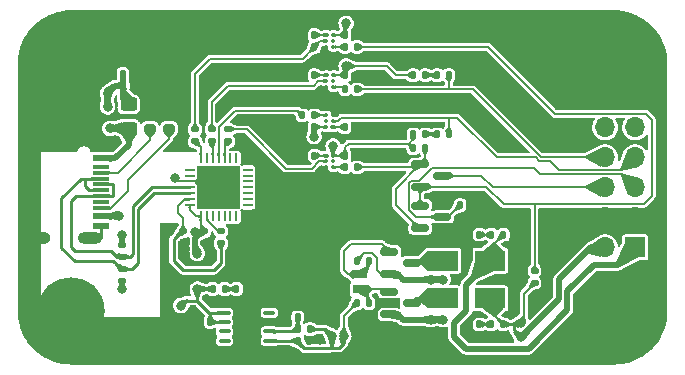
<source format=gbr>
%TF.GenerationSoftware,KiCad,Pcbnew,7.0.5*%
%TF.CreationDate,2023-08-08T23:00:51-07:00*%
%TF.ProjectId,esp32-prog,65737033-322d-4707-926f-672e6b696361,rev2*%
%TF.SameCoordinates,PX47868c0PY36d6160*%
%TF.FileFunction,Copper,L1,Top*%
%TF.FilePolarity,Positive*%
%FSLAX46Y46*%
G04 Gerber Fmt 4.6, Leading zero omitted, Abs format (unit mm)*
G04 Created by KiCad (PCBNEW 7.0.5) date 2023-08-08 23:00:51*
%MOMM*%
%LPD*%
G01*
G04 APERTURE LIST*
G04 Aperture macros list*
%AMRoundRect*
0 Rectangle with rounded corners*
0 $1 Rounding radius*
0 $2 $3 $4 $5 $6 $7 $8 $9 X,Y pos of 4 corners*
0 Add a 4 corners polygon primitive as box body*
4,1,4,$2,$3,$4,$5,$6,$7,$8,$9,$2,$3,0*
0 Add four circle primitives for the rounded corners*
1,1,$1+$1,$2,$3*
1,1,$1+$1,$4,$5*
1,1,$1+$1,$6,$7*
1,1,$1+$1,$8,$9*
0 Add four rect primitives between the rounded corners*
20,1,$1+$1,$2,$3,$4,$5,0*
20,1,$1+$1,$4,$5,$6,$7,0*
20,1,$1+$1,$6,$7,$8,$9,0*
20,1,$1+$1,$8,$9,$2,$3,0*%
G04 Aperture macros list end*
%TA.AperFunction,SMDPad,CuDef*%
%ADD10RoundRect,0.200000X0.275000X-0.200000X0.275000X0.200000X-0.275000X0.200000X-0.275000X-0.200000X0*%
%TD*%
%TA.AperFunction,SMDPad,CuDef*%
%ADD11RoundRect,0.135000X-0.135000X-0.185000X0.135000X-0.185000X0.135000X0.185000X-0.135000X0.185000X0*%
%TD*%
%TA.AperFunction,SMDPad,CuDef*%
%ADD12RoundRect,0.100000X-0.125000X-0.050000X0.125000X-0.050000X0.125000X0.050000X-0.125000X0.050000X0*%
%TD*%
%TA.AperFunction,SMDPad,CuDef*%
%ADD13RoundRect,0.100000X-0.100000X-0.050000X0.100000X-0.050000X0.100000X0.050000X-0.100000X0.050000X0*%
%TD*%
%TA.AperFunction,SMDPad,CuDef*%
%ADD14RoundRect,0.087500X0.387500X0.087500X-0.387500X0.087500X-0.387500X-0.087500X0.387500X-0.087500X0*%
%TD*%
%TA.AperFunction,SMDPad,CuDef*%
%ADD15R,2.300000X3.240000*%
%TD*%
%TA.AperFunction,SMDPad,CuDef*%
%ADD16R,2.500000X1.700000*%
%TD*%
%TA.AperFunction,SMDPad,CuDef*%
%ADD17RoundRect,0.140000X0.140000X0.170000X-0.140000X0.170000X-0.140000X-0.170000X0.140000X-0.170000X0*%
%TD*%
%TA.AperFunction,SMDPad,CuDef*%
%ADD18R,1.270000X0.760000*%
%TD*%
%TA.AperFunction,SMDPad,CuDef*%
%ADD19R,1.450000X0.600000*%
%TD*%
%TA.AperFunction,SMDPad,CuDef*%
%ADD20R,1.450000X0.300000*%
%TD*%
%TA.AperFunction,ComponentPad*%
%ADD21O,2.100000X1.000000*%
%TD*%
%TA.AperFunction,ComponentPad*%
%ADD22O,1.600000X1.000000*%
%TD*%
%TA.AperFunction,SMDPad,CuDef*%
%ADD23RoundRect,0.135000X0.135000X0.185000X-0.135000X0.185000X-0.135000X-0.185000X0.135000X-0.185000X0*%
%TD*%
%TA.AperFunction,SMDPad,CuDef*%
%ADD24RoundRect,0.140000X-0.140000X-0.170000X0.140000X-0.170000X0.140000X0.170000X-0.140000X0.170000X0*%
%TD*%
%TA.AperFunction,ComponentPad*%
%ADD25C,5.700000*%
%TD*%
%TA.AperFunction,SMDPad,CuDef*%
%ADD26RoundRect,0.147500X-0.147500X-0.172500X0.147500X-0.172500X0.147500X0.172500X-0.147500X0.172500X0*%
%TD*%
%TA.AperFunction,SMDPad,CuDef*%
%ADD27RoundRect,0.147500X0.147500X0.172500X-0.147500X0.172500X-0.147500X-0.172500X0.147500X-0.172500X0*%
%TD*%
%TA.AperFunction,SMDPad,CuDef*%
%ADD28RoundRect,0.140000X-0.170000X0.140000X-0.170000X-0.140000X0.170000X-0.140000X0.170000X0.140000X0*%
%TD*%
%TA.AperFunction,SMDPad,CuDef*%
%ADD29RoundRect,0.147500X0.172500X-0.147500X0.172500X0.147500X-0.172500X0.147500X-0.172500X-0.147500X0*%
%TD*%
%TA.AperFunction,SMDPad,CuDef*%
%ADD30RoundRect,0.062500X-0.337500X-0.062500X0.337500X-0.062500X0.337500X0.062500X-0.337500X0.062500X0*%
%TD*%
%TA.AperFunction,SMDPad,CuDef*%
%ADD31RoundRect,0.062500X-0.062500X-0.337500X0.062500X-0.337500X0.062500X0.337500X-0.062500X0.337500X0*%
%TD*%
%TA.AperFunction,SMDPad,CuDef*%
%ADD32R,3.350000X3.350000*%
%TD*%
%TA.AperFunction,SMDPad,CuDef*%
%ADD33RoundRect,0.135000X0.185000X-0.135000X0.185000X0.135000X-0.185000X0.135000X-0.185000X-0.135000X0*%
%TD*%
%TA.AperFunction,ComponentPad*%
%ADD34R,1.700000X1.700000*%
%TD*%
%TA.AperFunction,ComponentPad*%
%ADD35O,1.700000X1.700000*%
%TD*%
%TA.AperFunction,SMDPad,CuDef*%
%ADD36RoundRect,0.150000X-0.587500X-0.150000X0.587500X-0.150000X0.587500X0.150000X-0.587500X0.150000X0*%
%TD*%
%TA.AperFunction,SMDPad,CuDef*%
%ADD37RoundRect,0.147500X-0.172500X0.147500X-0.172500X-0.147500X0.172500X-0.147500X0.172500X0.147500X0*%
%TD*%
%TA.AperFunction,SMDPad,CuDef*%
%ADD38RoundRect,0.100000X0.125000X0.050000X-0.125000X0.050000X-0.125000X-0.050000X0.125000X-0.050000X0*%
%TD*%
%TA.AperFunction,SMDPad,CuDef*%
%ADD39RoundRect,0.100000X0.100000X0.050000X-0.100000X0.050000X-0.100000X-0.050000X0.100000X-0.050000X0*%
%TD*%
%TA.AperFunction,SMDPad,CuDef*%
%ADD40RoundRect,0.250000X0.450000X-0.325000X0.450000X0.325000X-0.450000X0.325000X-0.450000X-0.325000X0*%
%TD*%
%TA.AperFunction,SMDPad,CuDef*%
%ADD41RoundRect,0.135000X-0.185000X0.135000X-0.185000X-0.135000X0.185000X-0.135000X0.185000X0.135000X0*%
%TD*%
%TA.AperFunction,ViaPad*%
%ADD42C,0.800000*%
%TD*%
%TA.AperFunction,Conductor*%
%ADD43C,0.254000*%
%TD*%
%TA.AperFunction,Conductor*%
%ADD44C,0.500000*%
%TD*%
%TA.AperFunction,Conductor*%
%ADD45C,0.203200*%
%TD*%
%TA.AperFunction,Conductor*%
%ADD46C,0.152400*%
%TD*%
%TA.AperFunction,Conductor*%
%ADD47C,0.127000*%
%TD*%
G04 APERTURE END LIST*
D10*
%TO.P,R2,1*%
%TO.N,Net-(J1-CC1)*%
X11200000Y-10025000D03*
%TO.P,R2,2*%
%TO.N,GND*%
X11200000Y-8375000D03*
%TD*%
D11*
%TO.P,R26,1*%
%TO.N,+3.3V*%
X33490000Y-5500000D03*
%TO.P,R26,2*%
%TO.N,Net-(D9-A)*%
X34510000Y-5500000D03*
%TD*%
D12*
%TO.P,U4,1*%
%TO.N,Net-(R18-Pad1)*%
X26125000Y-2100000D03*
D13*
%TO.P,U4,2*%
%TO.N,Net-(R13-Pad2)*%
X26100000Y-2600000D03*
%TO.P,U4,3,G*%
%TO.N,GND*%
X26100000Y-3100000D03*
%TO.P,U4,4*%
%TO.N,Net-(R22-Pad1)*%
X26700000Y-3100000D03*
%TO.P,U4,5*%
%TO.N,N/C*%
X26700000Y-2600000D03*
%TO.P,U4,6,V*%
%TO.N,+3.3V*%
X26700000Y-2100000D03*
%TD*%
D14*
%TO.P,U1,1,OUT*%
%TO.N,+3.3VA*%
X21300000Y-28000000D03*
%TO.P,U1,2,ADJ*%
%TO.N,Net-(U1-ADJ)*%
X21300000Y-27200000D03*
%TO.P,U1,3,GND*%
%TO.N,GND*%
X21300000Y-26400000D03*
%TO.P,U1,4,PG*%
%TO.N,unconnected-(U1-PG-Pad4)*%
X21300000Y-25600000D03*
%TO.P,U1,5,EN*%
%TO.N,VBUS*%
X17500000Y-25600000D03*
%TO.P,U1,6,IN*%
X17500000Y-26400000D03*
%TO.P,U1,7*%
%TO.N,N/C*%
X17500000Y-27200000D03*
%TO.P,U1,8*%
X17500000Y-28000000D03*
D15*
%TO.P,U1,9,PAD*%
%TO.N,GND*%
X19400000Y-26800000D03*
%TD*%
D16*
%TO.P,D7,A,A*%
%TO.N,Net-(Q2-D)*%
X36000000Y-24400000D03*
%TO.P,D7,K,K*%
%TO.N,+3.3V*%
X40000000Y-24400000D03*
%TD*%
D17*
%TO.P,C2,1*%
%TO.N,GND*%
X24680000Y-28000000D03*
%TO.P,C2,2*%
%TO.N,+3.3VA*%
X23720000Y-28000000D03*
%TD*%
D11*
%TO.P,R21,1*%
%TO.N,Net-(R21-Pad1)*%
X27690000Y-6700000D03*
%TO.P,R21,2*%
%TO.N,/TXD*%
X28710000Y-6700000D03*
%TD*%
D18*
%TO.P,SW1,1*%
%TO.N,GND*%
X21390000Y-22365000D03*
%TO.P,SW1,2*%
X21390000Y-23635000D03*
%TO.P,SW1,3*%
%TO.N,Net-(Q2-G)*%
X29010000Y-23635000D03*
%TO.P,SW1,4*%
%TO.N,Net-(Q1-G)*%
X29010000Y-22365000D03*
%TD*%
D19*
%TO.P,J1,A1,GND*%
%TO.N,GND*%
X7045000Y-11750000D03*
%TO.P,J1,A4,VBUS*%
%TO.N,Net-(J1-VBUS-PadA4)*%
X7045000Y-12550000D03*
D20*
%TO.P,J1,A5,CC1*%
%TO.N,Net-(J1-CC1)*%
X7045000Y-13750000D03*
%TO.P,J1,A6,D+*%
%TO.N,/UD+*%
X7045000Y-14750000D03*
%TO.P,J1,A7,D-*%
%TO.N,/UD-*%
X7045000Y-15250000D03*
%TO.P,J1,A8,SBU1*%
%TO.N,unconnected-(J1-SBU1-PadA8)*%
X7045000Y-16250000D03*
D19*
%TO.P,J1,A9,VBUS*%
%TO.N,Net-(J1-VBUS-PadA4)*%
X7045000Y-17450000D03*
%TO.P,J1,A12,GND*%
%TO.N,GND*%
X7045000Y-18250000D03*
%TO.P,J1,B1,GND*%
X7045000Y-18250000D03*
%TO.P,J1,B4,VBUS*%
%TO.N,Net-(J1-VBUS-PadA4)*%
X7045000Y-17450000D03*
D20*
%TO.P,J1,B5,CC2*%
%TO.N,Net-(J1-CC2)*%
X7045000Y-16750000D03*
%TO.P,J1,B6,D+*%
%TO.N,/UD+*%
X7045000Y-15750000D03*
%TO.P,J1,B7,D-*%
%TO.N,/UD-*%
X7045000Y-14250000D03*
%TO.P,J1,B8,SBU2*%
%TO.N,unconnected-(J1-SBU2-PadB8)*%
X7045000Y-13250000D03*
D19*
%TO.P,J1,B9,VBUS*%
%TO.N,Net-(J1-VBUS-PadA4)*%
X7045000Y-12550000D03*
%TO.P,J1,B12,GND*%
%TO.N,GND*%
X7045000Y-11750000D03*
D21*
%TO.P,J1,S1,SHIELD*%
X6130000Y-10680000D03*
D22*
X1950000Y-10680000D03*
D21*
X6130000Y-19320000D03*
D22*
X1950000Y-19320000D03*
%TD*%
D23*
%TO.P,R9,1*%
%TO.N,+5V*%
X41110000Y-19000000D03*
%TO.P,R9,2*%
%TO.N,Net-(D4-A)*%
X40090000Y-19000000D03*
%TD*%
D24*
%TO.P,C1,1*%
%TO.N,GND*%
X15320000Y-26400000D03*
%TO.P,C1,2*%
%TO.N,VBUS*%
X16280000Y-26400000D03*
%TD*%
D17*
%TO.P,C8,1*%
%TO.N,VBUS*%
X25080000Y-9900000D03*
%TO.P,C8,2*%
%TO.N,GND*%
X24120000Y-9900000D03*
%TD*%
D25*
%TO.P,H4,1,1*%
%TO.N,GND*%
X4500000Y-25500000D03*
%TD*%
%TO.P,H2,1,1*%
%TO.N,GND*%
X50500000Y-4500000D03*
%TD*%
D11*
%TO.P,R15,1*%
%TO.N,Net-(U2-RXD)*%
X24090000Y-8900000D03*
%TO.P,R15,2*%
%TO.N,Net-(R15-Pad2)*%
X25110000Y-8900000D03*
%TD*%
D26*
%TO.P,D8,1,K*%
%TO.N,GND*%
X38115000Y-26600000D03*
%TO.P,D8,2,A*%
%TO.N,Net-(D8-A)*%
X39085000Y-26600000D03*
%TD*%
D23*
%TO.P,R14,1*%
%TO.N,+3.3V*%
X41110000Y-26600000D03*
%TO.P,R14,2*%
%TO.N,Net-(D8-A)*%
X40090000Y-26600000D03*
%TD*%
D27*
%TO.P,D9,1,K*%
%TO.N,/TXD*%
X36485000Y-5500000D03*
%TO.P,D9,2,A*%
%TO.N,Net-(D9-A)*%
X35515000Y-5500000D03*
%TD*%
D28*
%TO.P,C4,1*%
%TO.N,Net-(U2-VDD)*%
X14000000Y-18720000D03*
%TO.P,C4,2*%
%TO.N,GND*%
X14000000Y-19680000D03*
%TD*%
D29*
%TO.P,D2,1,A1*%
%TO.N,GND*%
X8800000Y-22885000D03*
%TO.P,D2,2,A2*%
%TO.N,/UD-*%
X8800000Y-21915000D03*
%TD*%
D11*
%TO.P,R27,1*%
%TO.N,+3.3V*%
X33490000Y-10500000D03*
%TO.P,R27,2*%
%TO.N,Net-(D10-A)*%
X34510000Y-10500000D03*
%TD*%
D30*
%TO.P,U2,1,~{DCD}*%
%TO.N,unconnected-(U2-~{DCD}-Pad1)*%
X14550000Y-13500000D03*
%TO.P,U2,2,~{RI}/CLK*%
%TO.N,unconnected-(U2-~{RI}{slash}CLK-Pad2)*%
X14550000Y-14000000D03*
%TO.P,U2,3,GND*%
%TO.N,GND*%
X14550000Y-14500000D03*
%TO.P,U2,4,D+*%
%TO.N,/UD+*%
X14550000Y-15000000D03*
%TO.P,U2,5,D-*%
%TO.N,/UD-*%
X14550000Y-15500000D03*
%TO.P,U2,6,VDD*%
%TO.N,Net-(U2-VDD)*%
X14550000Y-16000000D03*
%TO.P,U2,7,VREGIN*%
%TO.N,VBUS*%
X14550000Y-16500000D03*
D31*
%TO.P,U2,8,VBUS*%
X15500000Y-17450000D03*
%TO.P,U2,9,~{RST}*%
%TO.N,Net-(U2-~{RST})*%
X16000000Y-17450000D03*
%TO.P,U2,10,NC*%
%TO.N,unconnected-(U2-NC-Pad10)*%
X16500000Y-17450000D03*
%TO.P,U2,11,~{SUSPEND}*%
%TO.N,unconnected-(U2-~{SUSPEND}-Pad11)*%
X17000000Y-17450000D03*
%TO.P,U2,12,SUSPEND*%
%TO.N,unconnected-(U2-SUSPEND-Pad12)*%
X17500000Y-17450000D03*
%TO.P,U2,13,NC*%
%TO.N,unconnected-(U2-NC-Pad13)*%
X18000000Y-17450000D03*
%TO.P,U2,14,NC*%
%TO.N,unconnected-(U2-NC-Pad14)*%
X18500000Y-17450000D03*
D30*
%TO.P,U2,15,NC*%
%TO.N,unconnected-(U2-NC-Pad15)*%
X19450000Y-16500000D03*
%TO.P,U2,16,NC*%
%TO.N,unconnected-(U2-NC-Pad16)*%
X19450000Y-16000000D03*
%TO.P,U2,17,NC*%
%TO.N,unconnected-(U2-NC-Pad17)*%
X19450000Y-15500000D03*
%TO.P,U2,18,NC*%
%TO.N,unconnected-(U2-NC-Pad18)*%
X19450000Y-15000000D03*
%TO.P,U2,19,NC*%
%TO.N,unconnected-(U2-NC-Pad19)*%
X19450000Y-14500000D03*
%TO.P,U2,20,NC*%
%TO.N,unconnected-(U2-NC-Pad20)*%
X19450000Y-14000000D03*
%TO.P,U2,21,NC*%
%TO.N,unconnected-(U2-NC-Pad21)*%
X19450000Y-13500000D03*
D31*
%TO.P,U2,22,NC*%
%TO.N,unconnected-(U2-NC-Pad22)*%
X18500000Y-12550000D03*
%TO.P,U2,23,~{CTS}*%
%TO.N,unconnected-(U2-~{CTS}-Pad23)*%
X18000000Y-12550000D03*
%TO.P,U2,24,~{RTS}*%
%TO.N,Net-(U2-~{RTS})*%
X17500000Y-12550000D03*
%TO.P,U2,25,RXD*%
%TO.N,Net-(U2-RXD)*%
X17000000Y-12550000D03*
%TO.P,U2,26,TXD*%
%TO.N,Net-(U2-TXD)*%
X16500000Y-12550000D03*
%TO.P,U2,27,~{DSR}*%
%TO.N,unconnected-(U2-~{DSR}-Pad27)*%
X16000000Y-12550000D03*
%TO.P,U2,28,~{DTR}*%
%TO.N,Net-(U2-~{DTR})*%
X15500000Y-12550000D03*
D32*
%TO.P,U2,29,GND*%
%TO.N,GND*%
X17000000Y-15000000D03*
%TD*%
D33*
%TO.P,R24,1*%
%TO.N,+3.3V*%
X43750000Y-23085000D03*
%TO.P,R24,2*%
%TO.N,Net-(Q3-G)*%
X43750000Y-22065000D03*
%TD*%
%TO.P,R11,1*%
%TO.N,Net-(U2-TXD)*%
X16400000Y-11110000D03*
%TO.P,R11,2*%
%TO.N,Net-(R11-Pad2)*%
X16400000Y-10090000D03*
%TD*%
D23*
%TO.P,R19,1*%
%TO.N,Net-(R19-Pad1)*%
X25110000Y-12300000D03*
%TO.P,R19,2*%
%TO.N,GND*%
X24090000Y-12300000D03*
%TD*%
D11*
%TO.P,R20,1*%
%TO.N,Net-(R20-Pad1)*%
X27690000Y-9900000D03*
%TO.P,R20,2*%
%TO.N,GND*%
X28710000Y-9900000D03*
%TD*%
D25*
%TO.P,H3,1,1*%
%TO.N,GND*%
X50500000Y-25500000D03*
%TD*%
D23*
%TO.P,R17,1*%
%TO.N,Net-(R17-Pad1)*%
X25110000Y-5500000D03*
%TO.P,R17,2*%
%TO.N,GND*%
X24090000Y-5500000D03*
%TD*%
D24*
%TO.P,C5,1*%
%TO.N,+3.3V*%
X27720000Y-5500000D03*
%TO.P,C5,2*%
%TO.N,GND*%
X28680000Y-5500000D03*
%TD*%
D10*
%TO.P,R3,1*%
%TO.N,Net-(J1-CC2)*%
X12800000Y-10025000D03*
%TO.P,R3,2*%
%TO.N,GND*%
X12800000Y-8375000D03*
%TD*%
D12*
%TO.P,U3,1*%
%TO.N,Net-(R17-Pad1)*%
X26125000Y-5500000D03*
D13*
%TO.P,U3,2*%
%TO.N,Net-(R11-Pad2)*%
X26100000Y-6000000D03*
%TO.P,U3,3,G*%
%TO.N,GND*%
X26100000Y-6500000D03*
%TO.P,U3,4*%
%TO.N,Net-(R21-Pad1)*%
X26700000Y-6500000D03*
%TO.P,U3,5*%
%TO.N,N/C*%
X26700000Y-6000000D03*
%TO.P,U3,6,V*%
%TO.N,+3.3V*%
X26700000Y-5500000D03*
%TD*%
D11*
%TO.P,R7,1*%
%TO.N,VBUS*%
X28690000Y-21200000D03*
%TO.P,R7,2*%
%TO.N,Net-(Q1-G)*%
X29710000Y-21200000D03*
%TD*%
D34*
%TO.P,J2,1,Pin_1*%
%TO.N,+5V*%
X52275000Y-20075000D03*
D35*
%TO.P,J2,2,Pin_2*%
%TO.N,+3.3V*%
X49735000Y-20075000D03*
%TO.P,J2,3,Pin_3*%
%TO.N,GND*%
X52275000Y-17535000D03*
%TO.P,J2,4,Pin_4*%
X49735000Y-17535000D03*
%TO.P,J2,5,Pin_5*%
%TO.N,/ESP_EN*%
X52275000Y-14995000D03*
%TO.P,J2,6,Pin_6*%
%TO.N,/ESP_BOOT*%
X49735000Y-14995000D03*
%TO.P,J2,7,Pin_7*%
%TO.N,/RXD*%
X52275000Y-12455000D03*
%TO.P,J2,8,Pin_8*%
%TO.N,/TXD*%
X49735000Y-12455000D03*
%TO.P,J2,9,Pin_9*%
%TO.N,unconnected-(J2-Pin_9-Pad9)*%
X52275000Y-9915000D03*
%TO.P,J2,10,Pin_10*%
%TO.N,unconnected-(J2-Pin_10-Pad10)*%
X49735000Y-9915000D03*
%TD*%
D36*
%TO.P,Q4,1,G*%
%TO.N,Net-(Q3-S)*%
X34062500Y-13050000D03*
%TO.P,Q4,2,S*%
%TO.N,Net-(Q3-G)*%
X34062500Y-14950000D03*
%TO.P,Q4,3,D*%
%TO.N,/ESP_BOOT*%
X35937500Y-14000000D03*
%TD*%
D11*
%TO.P,R22,1*%
%TO.N,Net-(R22-Pad1)*%
X27690000Y-3100000D03*
%TO.P,R22,2*%
%TO.N,Net-(Q3-G)*%
X28710000Y-3100000D03*
%TD*%
D27*
%TO.P,D10,1,K*%
%TO.N,/RXD*%
X36485000Y-10500000D03*
%TO.P,D10,2,A*%
%TO.N,Net-(D10-A)*%
X35515000Y-10500000D03*
%TD*%
D24*
%TO.P,C7,1*%
%TO.N,+3.3V*%
X27720000Y-12300000D03*
%TO.P,C7,2*%
%TO.N,GND*%
X28680000Y-12300000D03*
%TD*%
D11*
%TO.P,R23,1*%
%TO.N,Net-(R23-Pad1)*%
X27690000Y-13300000D03*
%TO.P,R23,2*%
%TO.N,Net-(Q3-S)*%
X28710000Y-13300000D03*
%TD*%
D36*
%TO.P,Q3,1,G*%
%TO.N,Net-(Q3-G)*%
X34062500Y-16550000D03*
%TO.P,Q3,2,S*%
%TO.N,Net-(Q3-S)*%
X34062500Y-18450000D03*
%TO.P,Q3,3,D*%
%TO.N,/ESP_EN*%
X35937500Y-17500000D03*
%TD*%
D37*
%TO.P,D3,1,A1*%
%TO.N,GND*%
X8800000Y-19915000D03*
%TO.P,D3,2,A2*%
%TO.N,/UD+*%
X8800000Y-20885000D03*
%TD*%
D23*
%TO.P,R4,1*%
%TO.N,+3.3VA*%
X24710000Y-27000000D03*
%TO.P,R4,2*%
%TO.N,Net-(U1-ADJ)*%
X23690000Y-27000000D03*
%TD*%
D33*
%TO.P,R12,1*%
%TO.N,Net-(U2-~{RTS})*%
X17800000Y-11110000D03*
%TO.P,R12,2*%
%TO.N,Net-(R12-Pad2)*%
X17800000Y-10090000D03*
%TD*%
D27*
%TO.P,D5,1,K*%
%TO.N,GND*%
X19485000Y-23600000D03*
%TO.P,D5,2,A*%
%TO.N,Net-(D5-A)*%
X18515000Y-23600000D03*
%TD*%
D28*
%TO.P,C3,1*%
%TO.N,VBUS*%
X15800000Y-18720000D03*
%TO.P,C3,2*%
%TO.N,GND*%
X15800000Y-19680000D03*
%TD*%
D36*
%TO.P,Q2,1,G*%
%TO.N,Net-(Q2-G)*%
X31462500Y-23850000D03*
%TO.P,Q2,2,S*%
%TO.N,+3.3VA*%
X31462500Y-25750000D03*
%TO.P,Q2,3,D*%
%TO.N,Net-(Q2-D)*%
X33337500Y-24800000D03*
%TD*%
D11*
%TO.P,R10,1*%
%TO.N,VBUS*%
X16490000Y-23600000D03*
%TO.P,R10,2*%
%TO.N,Net-(D5-A)*%
X17510000Y-23600000D03*
%TD*%
D38*
%TO.P,U6,1*%
%TO.N,Net-(R20-Pad1)*%
X26675000Y-9900000D03*
D39*
%TO.P,U6,2*%
%TO.N,/RXD*%
X26700000Y-9400000D03*
%TO.P,U6,3,G*%
%TO.N,GND*%
X26700000Y-8900000D03*
%TO.P,U6,4*%
%TO.N,Net-(R15-Pad2)*%
X26100000Y-8900000D03*
%TO.P,U6,5*%
%TO.N,N/C*%
X26100000Y-9400000D03*
%TO.P,U6,6,V*%
%TO.N,VBUS*%
X26100000Y-9900000D03*
%TD*%
D11*
%TO.P,R5,1*%
%TO.N,Net-(U1-ADJ)*%
X23690000Y-26000000D03*
%TO.P,R5,2*%
%TO.N,GND*%
X24710000Y-26000000D03*
%TD*%
%TO.P,R16,1*%
%TO.N,GND*%
X24090000Y-3100000D03*
%TO.P,R16,2*%
%TO.N,Net-(R13-Pad2)*%
X25110000Y-3100000D03*
%TD*%
D36*
%TO.P,Q1,1,G*%
%TO.N,Net-(Q1-G)*%
X31462500Y-20450000D03*
%TO.P,Q1,2,S*%
%TO.N,VBUS*%
X31462500Y-22350000D03*
%TO.P,Q1,3,D*%
%TO.N,Net-(Q1-D)*%
X33337500Y-21400000D03*
%TD*%
D12*
%TO.P,U5,1*%
%TO.N,Net-(R19-Pad1)*%
X26125000Y-12300000D03*
D13*
%TO.P,U5,2*%
%TO.N,Net-(R12-Pad2)*%
X26100000Y-12800000D03*
%TO.P,U5,3,G*%
%TO.N,GND*%
X26100000Y-13300000D03*
%TO.P,U5,4*%
%TO.N,Net-(R23-Pad1)*%
X26700000Y-13300000D03*
%TO.P,U5,5*%
%TO.N,N/C*%
X26700000Y-12800000D03*
%TO.P,U5,6,V*%
%TO.N,+3.3V*%
X26700000Y-12300000D03*
%TD*%
D24*
%TO.P,C6,1*%
%TO.N,+3.3V*%
X27720000Y-2100000D03*
%TO.P,C6,2*%
%TO.N,GND*%
X28680000Y-2100000D03*
%TD*%
%TO.P,C9,1*%
%TO.N,/ESP_EN*%
X37445000Y-16500000D03*
%TO.P,C9,2*%
%TO.N,GND*%
X38405000Y-16500000D03*
%TD*%
D33*
%TO.P,R13,1*%
%TO.N,Net-(U2-~{DTR})*%
X15000000Y-11110000D03*
%TO.P,R13,2*%
%TO.N,Net-(R13-Pad2)*%
X15000000Y-10090000D03*
%TD*%
D11*
%TO.P,R1,1*%
%TO.N,VBUS*%
X8890000Y-5400000D03*
%TO.P,R1,2*%
%TO.N,GND*%
X9910000Y-5400000D03*
%TD*%
D26*
%TO.P,D4,1,K*%
%TO.N,GND*%
X38115000Y-19000000D03*
%TO.P,D4,2,A*%
%TO.N,Net-(D4-A)*%
X39085000Y-19000000D03*
%TD*%
D27*
%TO.P,D1,1,A1*%
%TO.N,GND*%
X9885000Y-6400000D03*
%TO.P,D1,2,A2*%
%TO.N,VBUS*%
X8915000Y-6400000D03*
%TD*%
D11*
%TO.P,R8,1*%
%TO.N,+3.3VA*%
X28690000Y-24800000D03*
%TO.P,R8,2*%
%TO.N,Net-(Q2-G)*%
X29710000Y-24800000D03*
%TD*%
%TO.P,R25,1*%
%TO.N,+3.3V*%
X33490000Y-11700000D03*
%TO.P,R25,2*%
%TO.N,Net-(Q3-S)*%
X34510000Y-11700000D03*
%TD*%
D40*
%TO.P,L1,1,1*%
%TO.N,Net-(J1-VBUS-PadA4)*%
X9400000Y-10025000D03*
%TO.P,L1,2,2*%
%TO.N,VBUS*%
X9400000Y-7975000D03*
%TD*%
D16*
%TO.P,D6,A,A*%
%TO.N,Net-(Q1-D)*%
X36000000Y-21200000D03*
%TO.P,D6,K,K*%
%TO.N,+5V*%
X40000000Y-21200000D03*
%TD*%
D41*
%TO.P,R6,1*%
%TO.N,Net-(U2-~{RST})*%
X17200000Y-18690000D03*
%TO.P,R6,2*%
%TO.N,Net-(U2-VDD)*%
X17200000Y-19710000D03*
%TD*%
D23*
%TO.P,R18,1*%
%TO.N,Net-(R18-Pad1)*%
X25110000Y-2100000D03*
%TO.P,R18,2*%
%TO.N,GND*%
X24090000Y-2100000D03*
%TD*%
D25*
%TO.P,H1,1,1*%
%TO.N,GND*%
X4500000Y-4500000D03*
%TD*%
D42*
%TO.N,VBUS*%
X36000000Y-22800000D03*
X15200000Y-20600000D03*
X15000000Y-18800000D03*
X7600000Y-8200000D03*
X15200000Y-23600000D03*
X35000000Y-22800000D03*
X25080000Y-10700000D03*
X7600000Y-7000000D03*
X13800000Y-25000000D03*
%TO.N,GND*%
X27200000Y-8400000D03*
X29600000Y-8100000D03*
X29800000Y-5500000D03*
X16000000Y-14000000D03*
X20000000Y-25800000D03*
X18000000Y-14000000D03*
X8800000Y-19000000D03*
X12800000Y-7000000D03*
X39250000Y-16500000D03*
X16400000Y-20800000D03*
X14400000Y-26400000D03*
X21325000Y-21300000D03*
X29800000Y-14500000D03*
X29800000Y-1871400D03*
X23200000Y-5400000D03*
X26100000Y-7300000D03*
X22900000Y-2100000D03*
X26100000Y-4100000D03*
X16000000Y-16000000D03*
X18800000Y-25800000D03*
X23000000Y-3100000D03*
X25600000Y-26000000D03*
X38199490Y-27495545D03*
X18800000Y-27800000D03*
X29800000Y-12300000D03*
X14000000Y-20800000D03*
X23200000Y-7500000D03*
X18000000Y-16000000D03*
X29700000Y-9900000D03*
X11200000Y-7000000D03*
X8800000Y-23600000D03*
X25600000Y-27910000D03*
X20000000Y-27800000D03*
X22553213Y-26320600D03*
X37200000Y-19000000D03*
X23200000Y-14300000D03*
X13350000Y-14175000D03*
X19475000Y-22600000D03*
X26000000Y-14100000D03*
X23200000Y-12400000D03*
X12800000Y-5800000D03*
X11200000Y-5800000D03*
X23000000Y-9900000D03*
%TO.N,+3.3VA*%
X26600000Y-27600000D03*
X36000000Y-26200000D03*
X27600000Y-27600000D03*
X35000000Y-26200000D03*
%TO.N,+3.3V*%
X26700000Y-11500000D03*
X42600000Y-27700000D03*
X42600000Y-26500000D03*
X27800000Y-4700000D03*
X27800000Y-1100000D03*
%TO.N,Net-(J1-VBUS-PadA4)*%
X7800000Y-10000000D03*
X8600000Y-17400000D03*
%TD*%
D43*
%TO.N,VBUS*%
X16490000Y-23600000D02*
X15200000Y-23600000D01*
D44*
X15000000Y-18800000D02*
X15720000Y-18800000D01*
X8890000Y-5400000D02*
X8890000Y-6375000D01*
X15800000Y-18720000D02*
X15615614Y-18720000D01*
D45*
X30750000Y-22350000D02*
X31462500Y-22350000D01*
D43*
X17500000Y-25600000D02*
X16400000Y-25600000D01*
D45*
X15050000Y-17450000D02*
X15500000Y-17450000D01*
D44*
X8915000Y-7490000D02*
X8915000Y-6400000D01*
D45*
X29311600Y-20578400D02*
X30025846Y-20578400D01*
D44*
X9400000Y-7975000D02*
X8915000Y-7490000D01*
X15040000Y-20440000D02*
X15200000Y-20600000D01*
D45*
X28690000Y-21200000D02*
X29311600Y-20578400D01*
D43*
X14200000Y-24600000D02*
X15200000Y-24600000D01*
D45*
X15800000Y-18720000D02*
X15500000Y-18420000D01*
D44*
X8200000Y-6400000D02*
X7600000Y-7000000D01*
D45*
X14550000Y-16950000D02*
X15050000Y-17450000D01*
D43*
X16280000Y-26400000D02*
X17500000Y-26400000D01*
X16400000Y-25600000D02*
X16280000Y-25720000D01*
X15200000Y-24600000D02*
X15200000Y-23600000D01*
D44*
X15720000Y-18800000D02*
X15800000Y-18720000D01*
D45*
X30025846Y-20578400D02*
X30400000Y-20952554D01*
X15500000Y-18420000D02*
X15500000Y-17450000D01*
X25080000Y-9900000D02*
X25080000Y-10700000D01*
D44*
X8915000Y-6400000D02*
X8200000Y-6400000D01*
X32600000Y-22800000D02*
X35000000Y-22800000D01*
D45*
X30400000Y-20952554D02*
X30400000Y-22000000D01*
D43*
X16200000Y-25600000D02*
X15200000Y-24600000D01*
D45*
X30400000Y-22000000D02*
X30750000Y-22350000D01*
X14550000Y-16500000D02*
X14550000Y-16950000D01*
D43*
X13800000Y-25000000D02*
X14200000Y-24600000D01*
D44*
X32150000Y-22350000D02*
X32600000Y-22800000D01*
D43*
X16280000Y-25720000D02*
X16280000Y-26400000D01*
D44*
X7600000Y-7000000D02*
X7600000Y-8200000D01*
X15615614Y-18720000D02*
X15040000Y-19295614D01*
X31462500Y-22350000D02*
X32150000Y-22350000D01*
X15040000Y-19295614D02*
X15040000Y-20440000D01*
D45*
X26100000Y-9900000D02*
X25080000Y-9900000D01*
D44*
X35000000Y-22800000D02*
X36000000Y-22800000D01*
D43*
X16400000Y-25600000D02*
X16200000Y-25600000D01*
%TO.N,GND*%
X14000000Y-19680000D02*
X14000000Y-20800000D01*
D46*
X23300000Y-12300000D02*
X23200000Y-12400000D01*
X29571400Y-2100000D02*
X29800000Y-1871400D01*
X26100000Y-13300000D02*
X26100000Y-14000000D01*
X38115000Y-27411055D02*
X38199490Y-27495545D01*
D43*
X15320000Y-26400000D02*
X14400000Y-26400000D01*
D46*
X26700000Y-8900000D02*
X27200000Y-8400000D01*
X24090000Y-5500000D02*
X23228600Y-5500000D01*
D43*
X24710000Y-26000000D02*
X25600000Y-26000000D01*
X25510000Y-28000000D02*
X25600000Y-27910000D01*
D46*
X38115000Y-26600000D02*
X38115000Y-27411055D01*
D43*
X21300000Y-26400000D02*
X22473813Y-26400000D01*
D46*
X38405000Y-16500000D02*
X39250000Y-16500000D01*
D43*
X19485000Y-22610000D02*
X19475000Y-22600000D01*
X15800000Y-19680000D02*
X16400000Y-20280000D01*
D46*
X24120000Y-9900000D02*
X23000000Y-9900000D01*
X24090000Y-12300000D02*
X23300000Y-12300000D01*
X38115000Y-19000000D02*
X37200000Y-19000000D01*
X28680000Y-12300000D02*
X29800000Y-12300000D01*
X21390000Y-21365000D02*
X21325000Y-21300000D01*
X28680000Y-2100000D02*
X29571400Y-2100000D01*
X14550000Y-14500000D02*
X13675000Y-14500000D01*
D43*
X24680000Y-28000000D02*
X25510000Y-28000000D01*
D46*
X21390000Y-22365000D02*
X21390000Y-21365000D01*
X26100000Y-3100000D02*
X26100000Y-4100000D01*
X24090000Y-3100000D02*
X23000000Y-3100000D01*
X28710000Y-9900000D02*
X29700000Y-9900000D01*
X24090000Y-2100000D02*
X23200000Y-2100000D01*
D43*
X19485000Y-23600000D02*
X19485000Y-22610000D01*
D46*
X13675000Y-14500000D02*
X13350000Y-14175000D01*
D43*
X16400000Y-20280000D02*
X16400000Y-20800000D01*
D46*
X21390000Y-22365000D02*
X21390000Y-23635000D01*
D43*
X7045000Y-18250000D02*
X7045000Y-19320000D01*
D46*
X26100000Y-6500000D02*
X26100000Y-7300000D01*
D43*
X22473813Y-26400000D02*
X22553213Y-26320600D01*
D46*
X28680000Y-5500000D02*
X29800000Y-5500000D01*
D44*
X8800000Y-22885000D02*
X8800000Y-23600000D01*
X8800000Y-19915000D02*
X8800000Y-19000000D01*
D46*
X23200000Y-2100000D02*
X22900000Y-2100000D01*
X26100000Y-14000000D02*
X26000000Y-14100000D01*
D44*
%TO.N,+3.3VA*%
X32600000Y-26200000D02*
X35000000Y-26200000D01*
D43*
X23720000Y-28120000D02*
X24200000Y-28600000D01*
D45*
X28690000Y-24800000D02*
X27600000Y-25890000D01*
D43*
X26000000Y-27000000D02*
X26600000Y-27600000D01*
X27600000Y-28200000D02*
X27600000Y-27600000D01*
D44*
X32150000Y-25750000D02*
X32600000Y-26200000D01*
D43*
X24237000Y-28637000D02*
X26363000Y-28637000D01*
X26400000Y-28600000D02*
X27200000Y-28600000D01*
X26400000Y-28600000D02*
X26600000Y-28400000D01*
X26363000Y-28637000D02*
X26400000Y-28600000D01*
X27200000Y-28600000D02*
X27600000Y-28200000D01*
D44*
X31462500Y-25750000D02*
X32150000Y-25750000D01*
D43*
X21300000Y-28000000D02*
X23720000Y-28000000D01*
D44*
X35000000Y-26200000D02*
X36000000Y-26200000D01*
D43*
X24200000Y-28600000D02*
X24237000Y-28637000D01*
X26600000Y-28400000D02*
X26600000Y-27600000D01*
D45*
X27600000Y-25890000D02*
X27600000Y-27600000D01*
D43*
X24710000Y-27000000D02*
X26000000Y-27000000D01*
D44*
%TO.N,+5V*%
X50800000Y-21550000D02*
X52275000Y-20075000D01*
D45*
X40000000Y-20110000D02*
X41110000Y-19000000D01*
X40000000Y-21200000D02*
X40000000Y-20110000D01*
D44*
X40000000Y-21200000D02*
X37975000Y-23225000D01*
X37975000Y-25425000D02*
X36925000Y-26475000D01*
X36925000Y-27625000D02*
X37950000Y-28650000D01*
X36925000Y-26475000D02*
X36925000Y-27625000D01*
X37950000Y-28650000D02*
X43250000Y-28650000D01*
X48775000Y-21550000D02*
X50800000Y-21550000D01*
X43250000Y-28650000D02*
X46525000Y-25375000D01*
X46525000Y-25375000D02*
X46525000Y-23800000D01*
X37975000Y-23225000D02*
X37975000Y-25425000D01*
X46525000Y-23800000D02*
X48775000Y-21550000D01*
D45*
%TO.N,+3.3V*%
X42850000Y-23985000D02*
X42850000Y-26250000D01*
X26700000Y-5500000D02*
X27720000Y-5500000D01*
X27720000Y-1180000D02*
X27800000Y-1100000D01*
X33490000Y-5500000D02*
X32000000Y-5500000D01*
X28000000Y-11300000D02*
X27720000Y-11580000D01*
X26700000Y-12300000D02*
X27720000Y-12300000D01*
D43*
X42000000Y-26600000D02*
X42000000Y-27100000D01*
D45*
X42850000Y-26250000D02*
X42600000Y-26500000D01*
X33490000Y-10500000D02*
X33490000Y-10900000D01*
D44*
X48532919Y-20075000D02*
X49735000Y-20075000D01*
D45*
X40000000Y-25490000D02*
X40000000Y-24400000D01*
X26700000Y-12300000D02*
X26700000Y-11500000D01*
X41110000Y-26600000D02*
X40000000Y-25490000D01*
X27720000Y-4780000D02*
X27800000Y-4700000D01*
X33490000Y-10900000D02*
X33090000Y-11300000D01*
X32000000Y-5500000D02*
X31250000Y-4750000D01*
D44*
X42600000Y-27700000D02*
X45825000Y-24475000D01*
D45*
X43750000Y-23085000D02*
X42850000Y-23985000D01*
X33090000Y-11300000D02*
X28000000Y-11300000D01*
D43*
X42000000Y-27100000D02*
X42600000Y-27700000D01*
D44*
X45825000Y-22782919D02*
X48532919Y-20075000D01*
D45*
X31250000Y-4750000D02*
X27850000Y-4750000D01*
D43*
X41110000Y-26600000D02*
X42000000Y-26600000D01*
X42000000Y-26600000D02*
X42500000Y-26600000D01*
D45*
X26700000Y-2100000D02*
X27720000Y-2100000D01*
D44*
X45825000Y-24475000D02*
X45825000Y-22782919D01*
D45*
X27720000Y-11580000D02*
X27720000Y-12300000D01*
X33490000Y-11700000D02*
X33090000Y-11300000D01*
D43*
X42500000Y-26600000D02*
X42600000Y-26500000D01*
D45*
X27720000Y-2100000D02*
X27720000Y-1180000D01*
X27720000Y-5500000D02*
X27720000Y-4780000D01*
X27850000Y-4750000D02*
X27800000Y-4700000D01*
D43*
%TO.N,Net-(U2-VDD)*%
X16600000Y-22000000D02*
X14000000Y-22000000D01*
D45*
X14000000Y-17600000D02*
X14000000Y-18720000D01*
D43*
X13200000Y-19400000D02*
X13880000Y-18720000D01*
D45*
X14550000Y-16000000D02*
X14135085Y-16000000D01*
D43*
X17200000Y-21400000D02*
X16600000Y-22000000D01*
D45*
X13600000Y-17200000D02*
X14000000Y-17600000D01*
X13600000Y-16535085D02*
X13600000Y-17200000D01*
X14135085Y-16000000D02*
X13600000Y-16535085D01*
D43*
X14000000Y-22000000D02*
X13200000Y-21200000D01*
X13200000Y-21200000D02*
X13200000Y-19400000D01*
X17200000Y-19710000D02*
X17200000Y-21400000D01*
D46*
%TO.N,Net-(D4-A)*%
X40090000Y-19000000D02*
X39085000Y-19000000D01*
D43*
%TO.N,Net-(D5-A)*%
X17510000Y-23600000D02*
X18515000Y-23600000D01*
D46*
%TO.N,/ESP_EN*%
X51130000Y-13850000D02*
X52275000Y-14995000D01*
X37445000Y-16500000D02*
X36445000Y-17500000D01*
X33096400Y-16871400D02*
X33096400Y-14628600D01*
X33303600Y-14421400D02*
X33964021Y-14421400D01*
X33096400Y-14628600D02*
X33303600Y-14421400D01*
X43700000Y-13350000D02*
X44200000Y-13850000D01*
X33964021Y-14421400D02*
X35035421Y-13350000D01*
X35937500Y-17500000D02*
X33725000Y-17500000D01*
X33725000Y-17500000D02*
X33096400Y-16871400D01*
X35035421Y-13350000D02*
X43700000Y-13350000D01*
X44200000Y-13850000D02*
X51130000Y-13850000D01*
%TO.N,/ESP_BOOT*%
X35937500Y-14000000D02*
X39225000Y-14000000D01*
X40220000Y-14995000D02*
X39225000Y-14000000D01*
X49735000Y-14995000D02*
X40220000Y-14995000D01*
%TO.N,/RXD*%
X44153748Y-12759800D02*
X45034800Y-12759800D01*
X45034800Y-12759800D02*
X45808600Y-13533600D01*
X27100000Y-9400000D02*
X27400000Y-9100000D01*
X45808600Y-13533600D02*
X51196400Y-13533600D01*
X43843948Y-12450000D02*
X44153748Y-12759800D01*
X51196400Y-13533600D02*
X52275000Y-12455000D01*
X26700000Y-9400000D02*
X27100000Y-9400000D01*
X40550000Y-12450000D02*
X43843948Y-12450000D01*
X37200000Y-9100000D02*
X40550000Y-12450000D01*
X36500000Y-10485000D02*
X36500000Y-9100000D01*
X27400000Y-9100000D02*
X37200000Y-9100000D01*
%TO.N,/TXD*%
X49735000Y-12455000D02*
X44280000Y-12455000D01*
X44280000Y-12455000D02*
X38525000Y-6700000D01*
X36485000Y-5500000D02*
X36485000Y-6685000D01*
X36500000Y-6700000D02*
X28710000Y-6700000D01*
X38525000Y-6700000D02*
X36500000Y-6700000D01*
X36485000Y-6685000D02*
X36500000Y-6700000D01*
%TO.N,Net-(Q1-D)*%
X36000000Y-21200000D02*
X33537500Y-21200000D01*
%TO.N,Net-(U2-~{RST})*%
X16928322Y-18690000D02*
X17200000Y-18690000D01*
X16000000Y-17761678D02*
X16928322Y-18690000D01*
%TO.N,Net-(R11-Pad2)*%
X25444208Y-6000000D02*
X26100000Y-6000000D01*
X16400000Y-10090000D02*
X16400000Y-7800000D01*
X16400000Y-7800000D02*
X17800000Y-6400000D01*
X25044208Y-6400000D02*
X25444208Y-6000000D01*
X17800000Y-6400000D02*
X25044208Y-6400000D01*
%TO.N,Net-(Q1-G)*%
X27600000Y-22000000D02*
X27965000Y-22365000D01*
X27965000Y-22365000D02*
X29010000Y-22365000D01*
X28200000Y-19800000D02*
X27600000Y-20400000D01*
X31462500Y-20450000D02*
X30812500Y-19800000D01*
X29710000Y-21665000D02*
X29010000Y-22365000D01*
X30812500Y-19800000D02*
X28200000Y-19800000D01*
X29710000Y-21200000D02*
X29710000Y-21665000D01*
X27600000Y-20400000D02*
X27600000Y-22000000D01*
D43*
%TO.N,Net-(U1-ADJ)*%
X23690000Y-26000000D02*
X23690000Y-27000000D01*
X23490000Y-27200000D02*
X21300000Y-27200000D01*
X23690000Y-27000000D02*
X23490000Y-27200000D01*
D46*
%TO.N,Net-(U2-~{DTR})*%
X15500000Y-11610000D02*
X15000000Y-11110000D01*
X15500000Y-12550000D02*
X15500000Y-11610000D01*
%TO.N,Net-(U2-TXD)*%
X16500000Y-12550000D02*
X16500000Y-11210000D01*
%TO.N,Net-(U2-RXD)*%
X23690000Y-8500000D02*
X18400000Y-8500000D01*
X24090000Y-8900000D02*
X23690000Y-8500000D01*
X17000000Y-9900000D02*
X17000000Y-12550000D01*
X18400000Y-8500000D02*
X17000000Y-9900000D01*
%TO.N,Net-(R17-Pad1)*%
X26125000Y-5500000D02*
X25110000Y-5500000D01*
%TO.N,Net-(R18-Pad1)*%
X26125000Y-2100000D02*
X25110000Y-2100000D01*
%TO.N,Net-(U2-~{RTS})*%
X17500000Y-12550000D02*
X17500000Y-11410000D01*
X17500000Y-11410000D02*
X17800000Y-11110000D01*
%TO.N,Net-(D8-A)*%
X40090000Y-26600000D02*
X39085000Y-26600000D01*
%TO.N,Net-(D9-A)*%
X34510000Y-5500000D02*
X35515000Y-5500000D01*
%TO.N,Net-(Q2-G)*%
X29710000Y-24335000D02*
X29010000Y-23635000D01*
X29710000Y-24800000D02*
X29710000Y-24335000D01*
X29010000Y-23635000D02*
X31247500Y-23635000D01*
%TO.N,Net-(R12-Pad2)*%
X19390000Y-10090000D02*
X17800000Y-10090000D01*
X22700000Y-13400000D02*
X19390000Y-10090000D01*
X24900000Y-13400000D02*
X22700000Y-13400000D01*
X25500000Y-12800000D02*
X24900000Y-13400000D01*
X26100000Y-12800000D02*
X25500000Y-12800000D01*
%TO.N,Net-(R19-Pad1)*%
X26125000Y-12300000D02*
X25110000Y-12300000D01*
%TO.N,Net-(Q2-D)*%
X33737500Y-24400000D02*
X33337500Y-24800000D01*
X36000000Y-24400000D02*
X33737500Y-24400000D01*
%TO.N,Net-(D10-A)*%
X35515000Y-10500000D02*
X34510000Y-10500000D01*
D44*
%TO.N,Net-(J1-VBUS-PadA4)*%
X8270000Y-12550000D02*
X9400000Y-11420000D01*
X8550000Y-17450000D02*
X8600000Y-17400000D01*
X9375000Y-10000000D02*
X7800000Y-10000000D01*
X9400000Y-11420000D02*
X9400000Y-10025000D01*
X7045000Y-17450000D02*
X8550000Y-17450000D01*
X7045000Y-12550000D02*
X8270000Y-12550000D01*
D47*
%TO.N,Net-(J1-CC1)*%
X8454868Y-13750000D02*
X7045000Y-13750000D01*
X11200000Y-11004868D02*
X8454868Y-13750000D01*
X11200000Y-10025000D02*
X11200000Y-11004868D01*
%TO.N,Net-(J1-CC2)*%
X12800000Y-10900000D02*
X12800000Y-10025000D01*
X7897000Y-16750000D02*
X9355210Y-15291790D01*
X9355210Y-15291790D02*
X9355210Y-14344790D01*
X7045000Y-16750000D02*
X7897000Y-16750000D01*
X9355210Y-14344790D02*
X12800000Y-10900000D01*
D46*
%TO.N,Net-(Q3-G)*%
X43750000Y-16450000D02*
X43700000Y-16400000D01*
X52975000Y-16400000D02*
X53675000Y-15700000D01*
X53675000Y-15700000D02*
X53675000Y-9275000D01*
X45475000Y-8775000D02*
X39800000Y-3100000D01*
X39800000Y-3100000D02*
X28710000Y-3100000D01*
X39680000Y-14950000D02*
X41130000Y-16400000D01*
X34062500Y-16550000D02*
X34062500Y-14950000D01*
X53675000Y-9275000D02*
X53175000Y-8775000D01*
X43700000Y-16400000D02*
X52975000Y-16400000D01*
X43750000Y-22065000D02*
X43750000Y-16450000D01*
X34062500Y-14950000D02*
X39680000Y-14950000D01*
X53175000Y-8775000D02*
X45475000Y-8775000D01*
X43700000Y-16400000D02*
X41130000Y-16400000D01*
%TO.N,Net-(Q3-S)*%
X28710000Y-13300000D02*
X33812500Y-13300000D01*
X33950000Y-18450000D02*
X32000000Y-16500000D01*
X32000000Y-15112500D02*
X34062500Y-13050000D01*
X34510000Y-11700000D02*
X34510000Y-12602500D01*
X32000000Y-16500000D02*
X32000000Y-15112500D01*
X34510000Y-12602500D02*
X34062500Y-13050000D01*
X33812500Y-13300000D02*
X34062500Y-13050000D01*
%TO.N,Net-(R13-Pad2)*%
X24110000Y-4100000D02*
X25110000Y-3100000D01*
X25610000Y-2600000D02*
X26100000Y-2600000D01*
X25110000Y-3100000D02*
X25610000Y-2600000D01*
X15000000Y-10090000D02*
X15000000Y-5400000D01*
X15000000Y-5400000D02*
X16300000Y-4100000D01*
X16300000Y-4100000D02*
X24110000Y-4100000D01*
%TO.N,Net-(R15-Pad2)*%
X26100000Y-8900000D02*
X25110000Y-8900000D01*
%TO.N,Net-(R20-Pad1)*%
X26675000Y-9900000D02*
X27690000Y-9900000D01*
%TO.N,Net-(R21-Pad1)*%
X26700000Y-6500000D02*
X27490000Y-6500000D01*
X27490000Y-6500000D02*
X27690000Y-6700000D01*
%TO.N,Net-(R22-Pad1)*%
X27690000Y-3100000D02*
X26700000Y-3100000D01*
%TO.N,Net-(R23-Pad1)*%
X27690000Y-13300000D02*
X26700000Y-13300000D01*
D43*
%TO.N,/UD-*%
X9685000Y-21915000D02*
X8800000Y-21915000D01*
X11500000Y-15500000D02*
X10200000Y-16800000D01*
X7045000Y-15250000D02*
X6009600Y-15250000D01*
X3695200Y-15873748D02*
X3695200Y-20095200D01*
X5675000Y-14915400D02*
X5675000Y-14250000D01*
X10200000Y-16800000D02*
X10200000Y-21400000D01*
X4800000Y-21200000D02*
X8085000Y-21200000D01*
X6009600Y-15250000D02*
X5675000Y-14915400D01*
X3695200Y-20095200D02*
X4800000Y-21200000D01*
X7045000Y-14250000D02*
X5675000Y-14250000D01*
X8085000Y-21200000D02*
X8800000Y-21915000D01*
X10200000Y-21400000D02*
X9685000Y-21915000D01*
X5318948Y-14250000D02*
X3695200Y-15873748D01*
X5675000Y-14250000D02*
X5318948Y-14250000D01*
X14550000Y-15500000D02*
X11500000Y-15500000D01*
%TO.N,/UD+*%
X7045000Y-15750000D02*
X8080400Y-15750000D01*
X11353422Y-15000000D02*
X14550000Y-15000000D01*
X9742801Y-20657199D02*
X9742801Y-16610621D01*
X8080400Y-15750000D02*
X8100200Y-15730200D01*
X9742801Y-16610621D02*
X11353422Y-15000000D01*
X4850000Y-20400000D02*
X4500000Y-20050000D01*
X7931578Y-20400000D02*
X4850000Y-20400000D01*
X8100200Y-15730200D02*
X8100200Y-14769800D01*
X4900000Y-15750000D02*
X7045000Y-15750000D01*
X9515000Y-20885000D02*
X9742801Y-20657199D01*
X8100200Y-14769800D02*
X8080400Y-14750000D01*
X4500000Y-20050000D02*
X4500000Y-16150000D01*
X8416578Y-20885000D02*
X7931578Y-20400000D01*
X8800000Y-20885000D02*
X8416578Y-20885000D01*
X8080400Y-14750000D02*
X7045000Y-14750000D01*
X4500000Y-16150000D02*
X4900000Y-15750000D01*
X8800000Y-20885000D02*
X9515000Y-20885000D01*
%TD*%
%TA.AperFunction,Conductor*%
%TO.N,GND*%
G36*
X25773488Y-27396407D02*
G01*
X25805420Y-27435527D01*
X25828032Y-27485265D01*
X25993561Y-27849369D01*
X25994849Y-27852478D01*
X26097305Y-28125745D01*
X26100030Y-28186869D01*
X26066306Y-28237922D01*
X26009015Y-28259402D01*
X26004606Y-28259500D01*
X24474458Y-28259500D01*
X24416267Y-28240593D01*
X24381791Y-28195340D01*
X24378606Y-28186869D01*
X24256832Y-27862979D01*
X24250499Y-27828139D01*
X24250499Y-27799262D01*
X24242615Y-27749488D01*
X24236017Y-27707825D01*
X24190858Y-27619197D01*
X24181287Y-27558767D01*
X24209064Y-27504250D01*
X24263580Y-27476472D01*
X24324012Y-27486043D01*
X24341110Y-27498465D01*
X24341222Y-27498309D01*
X24347895Y-27503073D01*
X24347898Y-27503076D01*
X24463482Y-27559582D01*
X24538418Y-27570500D01*
X24538421Y-27570500D01*
X24881578Y-27570500D01*
X24881582Y-27570500D01*
X24956518Y-27559582D01*
X25072102Y-27503076D01*
X25077757Y-27497420D01*
X25105456Y-27477917D01*
X25297829Y-27386994D01*
X25340134Y-27377500D01*
X25715297Y-27377500D01*
X25773488Y-27396407D01*
G37*
%TD.AperFunction*%
%TA.AperFunction,Conductor*%
G36*
X38616918Y-25462572D02*
G01*
X38622014Y-25465758D01*
X38652254Y-25485962D01*
X38652260Y-25485966D01*
X38707344Y-25496923D01*
X38725315Y-25500498D01*
X38725320Y-25500498D01*
X38725326Y-25500500D01*
X39233361Y-25500500D01*
X39291552Y-25519407D01*
X39292292Y-25519951D01*
X39803559Y-25899040D01*
X39839041Y-25948886D01*
X39838447Y-26010069D01*
X39802005Y-26059217D01*
X39788075Y-26067504D01*
X39727898Y-26096923D01*
X39709046Y-26115774D01*
X39692445Y-26129131D01*
X39657487Y-26151524D01*
X39598289Y-26166991D01*
X39553231Y-26153100D01*
X39528582Y-26138342D01*
X39503546Y-26123352D01*
X39483297Y-26111228D01*
X39476031Y-26105561D01*
X39475657Y-26106077D01*
X39469356Y-26101499D01*
X39469355Y-26101498D01*
X39455346Y-26094359D01*
X39452405Y-26092732D01*
X39449765Y-26091152D01*
X39449023Y-26090862D01*
X39444531Y-26088849D01*
X39401294Y-26066819D01*
X39357025Y-26044262D01*
X39357022Y-26044261D01*
X39332758Y-26040418D01*
X39263826Y-26029500D01*
X38906175Y-26029500D01*
X38906172Y-26029501D01*
X38812982Y-26044259D01*
X38812974Y-26044261D01*
X38700649Y-26101495D01*
X38700647Y-26101496D01*
X38611496Y-26190647D01*
X38611495Y-26190649D01*
X38554263Y-26302971D01*
X38554261Y-26302978D01*
X38539500Y-26396173D01*
X38539500Y-26803824D01*
X38539501Y-26803827D01*
X38554259Y-26897017D01*
X38554261Y-26897025D01*
X38608190Y-27002863D01*
X38611498Y-27009355D01*
X38700645Y-27098502D01*
X38700647Y-27098503D01*
X38700649Y-27098504D01*
X38812971Y-27155736D01*
X38812973Y-27155736D01*
X38812978Y-27155739D01*
X38906177Y-27170500D01*
X39263822Y-27170499D01*
X39263824Y-27170499D01*
X39263825Y-27170498D01*
X39310421Y-27163119D01*
X39357017Y-27155740D01*
X39357017Y-27155739D01*
X39357022Y-27155739D01*
X39444553Y-27111138D01*
X39448649Y-27109373D01*
X39449754Y-27108850D01*
X39449765Y-27108847D01*
X39452418Y-27107258D01*
X39455328Y-27105648D01*
X39469355Y-27098502D01*
X39469355Y-27098501D01*
X39475659Y-27093921D01*
X39476037Y-27094442D01*
X39483299Y-27088768D01*
X39553234Y-27046896D01*
X39612871Y-27033226D01*
X39657488Y-27048473D01*
X39692438Y-27070861D01*
X39709040Y-27084219D01*
X39727895Y-27103074D01*
X39727897Y-27103075D01*
X39727898Y-27103076D01*
X39843482Y-27159582D01*
X39918418Y-27170500D01*
X39918421Y-27170500D01*
X40261578Y-27170500D01*
X40261582Y-27170500D01*
X40336518Y-27159582D01*
X40452102Y-27103076D01*
X40529997Y-27025180D01*
X40584511Y-26997404D01*
X40644944Y-27006975D01*
X40670002Y-27025181D01*
X40715530Y-27070708D01*
X40747898Y-27103076D01*
X40863482Y-27159582D01*
X40938418Y-27170500D01*
X40938421Y-27170500D01*
X41281578Y-27170500D01*
X41281582Y-27170500D01*
X41356518Y-27159582D01*
X41472102Y-27103076D01*
X41472104Y-27103073D01*
X41472659Y-27102678D01*
X41473379Y-27102450D01*
X41479472Y-27099472D01*
X41479918Y-27100385D01*
X41531004Y-27084250D01*
X41589037Y-27103636D01*
X41624591Y-27153431D01*
X41628428Y-27171000D01*
X41633190Y-27209204D01*
X41635446Y-27216783D01*
X41638017Y-27224271D01*
X41663804Y-27271920D01*
X41664741Y-27273740D01*
X41688522Y-27322386D01*
X41693131Y-27328841D01*
X41697982Y-27335073D01*
X41711260Y-27347297D01*
X41734333Y-27379161D01*
X41988348Y-27937901D01*
X41993186Y-27948542D01*
X41997585Y-27954782D01*
X42009232Y-27976711D01*
X42021903Y-28010121D01*
X42020797Y-28010540D01*
X42030065Y-28064804D01*
X42002949Y-28119652D01*
X41948772Y-28148087D01*
X41932104Y-28149500D01*
X38198322Y-28149500D01*
X38140131Y-28130593D01*
X38128318Y-28120504D01*
X37454496Y-27446682D01*
X37426719Y-27392165D01*
X37425500Y-27376678D01*
X37425500Y-26723320D01*
X37444407Y-26665129D01*
X37454490Y-26653322D01*
X38283331Y-25824480D01*
X38299813Y-25811201D01*
X38299918Y-25811133D01*
X38306128Y-25807143D01*
X38340402Y-25767586D01*
X38342776Y-25765035D01*
X38354220Y-25753593D01*
X38363900Y-25740660D01*
X38366116Y-25737911D01*
X38375478Y-25727107D01*
X38400377Y-25698373D01*
X38403492Y-25691549D01*
X38414296Y-25673342D01*
X38414921Y-25672506D01*
X38418796Y-25667331D01*
X38437084Y-25618295D01*
X38438432Y-25615043D01*
X38450829Y-25587899D01*
X38460165Y-25567457D01*
X38461233Y-25560022D01*
X38466467Y-25539515D01*
X38469091Y-25532483D01*
X38469091Y-25532477D01*
X38470276Y-25527034D01*
X38501118Y-25474191D01*
X38557130Y-25449569D01*
X38616918Y-25462572D01*
G37*
%TD.AperFunction*%
%TA.AperFunction,Conductor*%
G36*
X16529503Y-18753205D02*
G01*
X16604845Y-18828547D01*
X16632622Y-18883064D01*
X16632798Y-18884219D01*
X16640418Y-18936518D01*
X16696924Y-19052102D01*
X16774820Y-19129998D01*
X16802596Y-19184513D01*
X16793025Y-19244945D01*
X16774821Y-19270000D01*
X16734212Y-19310610D01*
X16696923Y-19347899D01*
X16640417Y-19463481D01*
X16640418Y-19463482D01*
X16629500Y-19538418D01*
X16629500Y-19881582D01*
X16640418Y-19956518D01*
X16696924Y-20072102D01*
X16702579Y-20077757D01*
X16722078Y-20105452D01*
X16797619Y-20265276D01*
X16813006Y-20297832D01*
X16822500Y-20340137D01*
X16822500Y-21202625D01*
X16803593Y-21260816D01*
X16793504Y-21272628D01*
X16472630Y-21593503D01*
X16418113Y-21621281D01*
X16402626Y-21622500D01*
X14197373Y-21622500D01*
X14139182Y-21603593D01*
X14127369Y-21593504D01*
X13606496Y-21072630D01*
X13578719Y-21018113D01*
X13577500Y-21002626D01*
X13577500Y-19597371D01*
X13596407Y-19539180D01*
X13606491Y-19527373D01*
X13705261Y-19428602D01*
X13740418Y-19405943D01*
X14137018Y-19256832D01*
X14171859Y-19250499D01*
X14200737Y-19250499D01*
X14227332Y-19246286D01*
X14292175Y-19236017D01*
X14376526Y-19193037D01*
X14436956Y-19183466D01*
X14491473Y-19211243D01*
X14502940Y-19225002D01*
X14509517Y-19234530D01*
X14509521Y-19234534D01*
X14512504Y-19237901D01*
X14536938Y-19293996D01*
X14537148Y-19310610D01*
X14535640Y-19331686D01*
X14537237Y-19339022D01*
X14539500Y-19360070D01*
X14539500Y-19815145D01*
X14537842Y-19833186D01*
X14534677Y-19850261D01*
X14534676Y-19850270D01*
X14539500Y-20219282D01*
X14539500Y-20375542D01*
X14537238Y-20396585D01*
X14535641Y-20403926D01*
X14539374Y-20456118D01*
X14539500Y-20459651D01*
X14539500Y-20475800D01*
X14541798Y-20491791D01*
X14542176Y-20495306D01*
X14543213Y-20509812D01*
X14543335Y-20512694D01*
X14544371Y-20591820D01*
X14544427Y-20592325D01*
X14544722Y-20597728D01*
X14544722Y-20600004D01*
X14563762Y-20756815D01*
X14563762Y-20756816D01*
X14563763Y-20756818D01*
X14587565Y-20819579D01*
X14619780Y-20904523D01*
X14709515Y-21034528D01*
X14709516Y-21034529D01*
X14709517Y-21034530D01*
X14827760Y-21139283D01*
X14967635Y-21212696D01*
X15121015Y-21250500D01*
X15121018Y-21250500D01*
X15278982Y-21250500D01*
X15278985Y-21250500D01*
X15432365Y-21212696D01*
X15572240Y-21139283D01*
X15690483Y-21034530D01*
X15780220Y-20904523D01*
X15836237Y-20756818D01*
X15851696Y-20629500D01*
X15855278Y-20600001D01*
X15855278Y-20599998D01*
X15842139Y-20491791D01*
X15836237Y-20443182D01*
X15824452Y-20412107D01*
X15804192Y-20358684D01*
X15802302Y-20352518D01*
X15799373Y-20340133D01*
X15796916Y-20329743D01*
X15796913Y-20329736D01*
X15796912Y-20329733D01*
X15549454Y-19788125D01*
X15540500Y-19746983D01*
X15540500Y-19543934D01*
X15559407Y-19485743D01*
X15569486Y-19473940D01*
X15597069Y-19446357D01*
X15620416Y-19429047D01*
X15658280Y-19408817D01*
X15932731Y-19262180D01*
X15979384Y-19250499D01*
X16000737Y-19250499D01*
X16027332Y-19246286D01*
X16092175Y-19236017D01*
X16202391Y-19179859D01*
X16289859Y-19092391D01*
X16346017Y-18982175D01*
X16360500Y-18890735D01*
X16360499Y-18823207D01*
X16379406Y-18765019D01*
X16428905Y-18729055D01*
X16490090Y-18729054D01*
X16529503Y-18753205D01*
G37*
%TD.AperFunction*%
%TA.AperFunction,Conductor*%
G36*
X18291834Y-13164932D02*
G01*
X18355240Y-13194499D01*
X18400821Y-13200500D01*
X18599178Y-13200499D01*
X18644760Y-13194499D01*
X18699429Y-13169006D01*
X18760160Y-13161549D01*
X18813674Y-13191212D01*
X18839532Y-13246665D01*
X18830995Y-13300569D01*
X18805501Y-13355240D01*
X18805501Y-13355241D01*
X18799500Y-13400822D01*
X18799500Y-13599173D01*
X18799501Y-13599185D01*
X18805500Y-13644757D01*
X18805500Y-13644758D01*
X18805501Y-13644760D01*
X18812376Y-13659503D01*
X18835065Y-13708161D01*
X18842521Y-13768891D01*
X18835065Y-13791838D01*
X18805502Y-13855237D01*
X18805501Y-13855240D01*
X18804930Y-13859581D01*
X18799500Y-13900822D01*
X18799500Y-14099173D01*
X18799501Y-14099185D01*
X18805500Y-14144757D01*
X18805500Y-14144758D01*
X18805501Y-14144760D01*
X18813416Y-14161733D01*
X18835065Y-14208161D01*
X18842521Y-14268891D01*
X18835065Y-14291838D01*
X18805502Y-14355237D01*
X18805501Y-14355241D01*
X18799500Y-14400822D01*
X18799500Y-14599173D01*
X18799501Y-14599185D01*
X18805500Y-14644757D01*
X18805500Y-14644758D01*
X18805501Y-14644760D01*
X18811342Y-14657285D01*
X18835065Y-14708161D01*
X18842521Y-14768891D01*
X18835065Y-14791838D01*
X18805502Y-14855237D01*
X18805501Y-14855241D01*
X18799500Y-14900822D01*
X18799500Y-15099173D01*
X18799501Y-15099185D01*
X18805500Y-15144757D01*
X18835065Y-15208161D01*
X18842521Y-15268891D01*
X18835065Y-15291838D01*
X18805502Y-15355237D01*
X18805501Y-15355240D01*
X18803235Y-15372456D01*
X18799500Y-15400822D01*
X18799500Y-15599173D01*
X18799501Y-15599185D01*
X18805500Y-15644757D01*
X18835065Y-15708161D01*
X18842521Y-15768891D01*
X18835065Y-15791838D01*
X18812514Y-15840200D01*
X18805501Y-15855240D01*
X18802639Y-15876983D01*
X18799500Y-15900822D01*
X18799500Y-16099173D01*
X18799501Y-16099185D01*
X18805500Y-16144757D01*
X18835065Y-16208161D01*
X18842521Y-16268891D01*
X18835065Y-16291838D01*
X18805502Y-16355237D01*
X18805501Y-16355240D01*
X18803759Y-16368476D01*
X18799500Y-16400822D01*
X18799500Y-16599173D01*
X18799501Y-16599185D01*
X18805500Y-16644759D01*
X18830994Y-16699432D01*
X18838450Y-16760161D01*
X18808786Y-16813675D01*
X18753333Y-16839532D01*
X18699430Y-16830994D01*
X18644765Y-16805503D01*
X18644763Y-16805502D01*
X18644760Y-16805501D01*
X18599179Y-16799500D01*
X18599177Y-16799500D01*
X18400826Y-16799500D01*
X18400814Y-16799501D01*
X18355240Y-16805500D01*
X18291837Y-16835065D01*
X18231108Y-16842521D01*
X18208160Y-16835065D01*
X18199430Y-16830994D01*
X18144760Y-16805501D01*
X18099179Y-16799500D01*
X18099177Y-16799500D01*
X17900826Y-16799500D01*
X17900814Y-16799501D01*
X17855240Y-16805500D01*
X17791837Y-16835065D01*
X17731108Y-16842521D01*
X17708160Y-16835065D01*
X17699430Y-16830994D01*
X17644760Y-16805501D01*
X17599179Y-16799500D01*
X17599177Y-16799500D01*
X17400826Y-16799500D01*
X17400814Y-16799501D01*
X17355240Y-16805500D01*
X17291837Y-16835065D01*
X17231108Y-16842521D01*
X17208160Y-16835065D01*
X17199430Y-16830994D01*
X17144760Y-16805501D01*
X17099179Y-16799500D01*
X17099177Y-16799500D01*
X16900826Y-16799500D01*
X16900814Y-16799501D01*
X16855240Y-16805500D01*
X16791837Y-16835065D01*
X16731108Y-16842521D01*
X16708160Y-16835065D01*
X16699430Y-16830994D01*
X16644760Y-16805501D01*
X16599179Y-16799500D01*
X16599177Y-16799500D01*
X16400826Y-16799500D01*
X16400814Y-16799501D01*
X16355240Y-16805500D01*
X16291837Y-16835065D01*
X16231108Y-16842521D01*
X16208160Y-16835065D01*
X16199430Y-16830994D01*
X16144760Y-16805501D01*
X16099179Y-16799500D01*
X16099177Y-16799500D01*
X15900826Y-16799500D01*
X15900814Y-16799501D01*
X15855240Y-16805500D01*
X15791837Y-16835065D01*
X15731108Y-16842521D01*
X15708160Y-16835065D01*
X15699430Y-16830994D01*
X15644760Y-16805501D01*
X15599179Y-16799500D01*
X15599177Y-16799500D01*
X15400826Y-16799500D01*
X15400814Y-16799501D01*
X15355240Y-16805500D01*
X15300567Y-16830994D01*
X15239837Y-16838450D01*
X15186324Y-16808786D01*
X15160467Y-16753333D01*
X15169004Y-16699434D01*
X15194499Y-16644760D01*
X15200500Y-16599179D01*
X15200499Y-16400822D01*
X15194499Y-16355240D01*
X15192369Y-16350674D01*
X15164935Y-16291838D01*
X15157478Y-16231109D01*
X15164933Y-16208162D01*
X15194499Y-16144760D01*
X15200500Y-16099179D01*
X15200499Y-15900822D01*
X15199091Y-15890129D01*
X15194499Y-15855240D01*
X15194498Y-15855238D01*
X15164935Y-15791838D01*
X15157478Y-15731109D01*
X15164933Y-15708162D01*
X15194499Y-15644760D01*
X15200500Y-15599179D01*
X15200499Y-15400822D01*
X15194499Y-15355240D01*
X15192369Y-15350674D01*
X15164935Y-15291838D01*
X15157478Y-15231109D01*
X15164933Y-15208162D01*
X15194499Y-15144760D01*
X15200500Y-15099179D01*
X15200499Y-14900822D01*
X15194499Y-14855240D01*
X15194499Y-14855238D01*
X15147851Y-14755203D01*
X15147850Y-14755202D01*
X15147850Y-14755201D01*
X15069799Y-14677150D01*
X15069797Y-14677149D01*
X15069796Y-14677148D01*
X15057160Y-14671256D01*
X15012412Y-14629527D01*
X15000000Y-14581532D01*
X15000000Y-14418467D01*
X15018907Y-14360276D01*
X15057160Y-14328743D01*
X15069799Y-14322850D01*
X15147850Y-14244799D01*
X15194499Y-14144760D01*
X15200500Y-14099179D01*
X15200499Y-13900822D01*
X15194499Y-13855240D01*
X15185162Y-13835217D01*
X15164935Y-13791838D01*
X15157478Y-13731109D01*
X15164933Y-13708162D01*
X15194499Y-13644760D01*
X15200500Y-13599179D01*
X15200499Y-13400822D01*
X15194499Y-13355240D01*
X15169004Y-13300567D01*
X15161549Y-13239839D01*
X15191212Y-13186325D01*
X15246665Y-13160467D01*
X15300566Y-13169004D01*
X15355240Y-13194499D01*
X15400821Y-13200500D01*
X15599178Y-13200499D01*
X15644760Y-13194499D01*
X15708160Y-13164934D01*
X15768890Y-13157478D01*
X15791834Y-13164932D01*
X15855240Y-13194499D01*
X15900821Y-13200500D01*
X16099178Y-13200499D01*
X16144760Y-13194499D01*
X16208160Y-13164934D01*
X16268890Y-13157478D01*
X16291834Y-13164932D01*
X16355240Y-13194499D01*
X16400821Y-13200500D01*
X16599178Y-13200499D01*
X16644760Y-13194499D01*
X16708160Y-13164934D01*
X16768890Y-13157478D01*
X16791834Y-13164932D01*
X16855240Y-13194499D01*
X16900821Y-13200500D01*
X17099178Y-13200499D01*
X17144760Y-13194499D01*
X17208160Y-13164934D01*
X17268890Y-13157478D01*
X17291834Y-13164932D01*
X17355240Y-13194499D01*
X17400821Y-13200500D01*
X17599178Y-13200499D01*
X17644760Y-13194499D01*
X17708160Y-13164934D01*
X17768890Y-13157478D01*
X17791834Y-13164932D01*
X17855240Y-13194499D01*
X17900821Y-13200500D01*
X18099178Y-13200499D01*
X18144760Y-13194499D01*
X18208160Y-13164934D01*
X18268890Y-13157478D01*
X18291834Y-13164932D01*
G37*
%TD.AperFunction*%
%TA.AperFunction,Conductor*%
G36*
X23452540Y-8845607D02*
G01*
X23485530Y-8887139D01*
X23546952Y-9032380D01*
X23561682Y-9067212D01*
X23569500Y-9105771D01*
X23569500Y-9121582D01*
X23580418Y-9196518D01*
X23636924Y-9312102D01*
X23727898Y-9403076D01*
X23843482Y-9459582D01*
X23918418Y-9470500D01*
X23918421Y-9470500D01*
X24261578Y-9470500D01*
X24261582Y-9470500D01*
X24336518Y-9459582D01*
X24452102Y-9403076D01*
X24452106Y-9403071D01*
X24458778Y-9398309D01*
X24459795Y-9399733D01*
X24505433Y-9376474D01*
X24565867Y-9386038D01*
X24609136Y-9429298D01*
X24618714Y-9489729D01*
X24609141Y-9519198D01*
X24563983Y-9607824D01*
X24549500Y-9699263D01*
X24549500Y-10100738D01*
X24564275Y-10194027D01*
X24557959Y-10247396D01*
X24478859Y-10438373D01*
X24476121Y-10452100D01*
X24475330Y-10456069D01*
X24475305Y-10456192D01*
X24470785Y-10471927D01*
X24443763Y-10543181D01*
X24424722Y-10699998D01*
X24424722Y-10700001D01*
X24443762Y-10856816D01*
X24443763Y-10856818D01*
X24486176Y-10968651D01*
X24499780Y-11004523D01*
X24589515Y-11134528D01*
X24589516Y-11134529D01*
X24589517Y-11134530D01*
X24707760Y-11239283D01*
X24847635Y-11312696D01*
X25001015Y-11350500D01*
X25001018Y-11350500D01*
X25158982Y-11350500D01*
X25158985Y-11350500D01*
X25312365Y-11312696D01*
X25452240Y-11239283D01*
X25570483Y-11134530D01*
X25660220Y-11004523D01*
X25716237Y-10856818D01*
X25731223Y-10733398D01*
X25735278Y-10700001D01*
X25735278Y-10699998D01*
X25729268Y-10650500D01*
X25716237Y-10543182D01*
X25689189Y-10471861D01*
X25684658Y-10456069D01*
X25681138Y-10438371D01*
X25666083Y-10402025D01*
X25661285Y-10341030D01*
X25693255Y-10288861D01*
X25749783Y-10265447D01*
X25776361Y-10266946D01*
X25943833Y-10299369D01*
X25992625Y-10304027D01*
X25997091Y-10304023D01*
X26030976Y-10300731D01*
X26035759Y-10300500D01*
X26233257Y-10300500D01*
X26233260Y-10300500D01*
X26301393Y-10290573D01*
X26331519Y-10275844D01*
X26392098Y-10267273D01*
X26418477Y-10275843D01*
X26448607Y-10290573D01*
X26516740Y-10300500D01*
X26516743Y-10300500D01*
X26833258Y-10300500D01*
X26833260Y-10300500D01*
X26901393Y-10290573D01*
X26901396Y-10290571D01*
X26908742Y-10288302D01*
X26908804Y-10288502D01*
X26916152Y-10285987D01*
X26916080Y-10285756D01*
X27000061Y-10259503D01*
X27035655Y-10248376D01*
X27096836Y-10249060D01*
X27118592Y-10259503D01*
X27292437Y-10370860D01*
X27309040Y-10384219D01*
X27327895Y-10403074D01*
X27327897Y-10403075D01*
X27327898Y-10403076D01*
X27443482Y-10459582D01*
X27518418Y-10470500D01*
X27518421Y-10470500D01*
X27861578Y-10470500D01*
X27861582Y-10470500D01*
X27936518Y-10459582D01*
X28052102Y-10403076D01*
X28143076Y-10312102D01*
X28199582Y-10196518D01*
X28210500Y-10121582D01*
X28210500Y-9678418D01*
X28199582Y-9603482D01*
X28182811Y-9569177D01*
X28174241Y-9508599D01*
X28202916Y-9454549D01*
X28257885Y-9427676D01*
X28271753Y-9426700D01*
X36074300Y-9426700D01*
X36132491Y-9445607D01*
X36168455Y-9495107D01*
X36173300Y-9525700D01*
X36173300Y-9781454D01*
X36160067Y-9830902D01*
X36066820Y-9992637D01*
X36021375Y-10033606D01*
X35960528Y-10040038D01*
X35911051Y-10013194D01*
X35899355Y-10001498D01*
X35899352Y-10001496D01*
X35899350Y-10001495D01*
X35787028Y-9944263D01*
X35787023Y-9944261D01*
X35787022Y-9944261D01*
X35762758Y-9940418D01*
X35693826Y-9929500D01*
X35336175Y-9929500D01*
X35336172Y-9929501D01*
X35242983Y-9944259D01*
X35242977Y-9944261D01*
X35155460Y-9988853D01*
X35151298Y-9990649D01*
X35150229Y-9991154D01*
X35147581Y-9992739D01*
X35144651Y-9994360D01*
X35133583Y-10000001D01*
X35130645Y-10001498D01*
X35124342Y-10006077D01*
X35123971Y-10005567D01*
X35116707Y-10011224D01*
X35046766Y-10053100D01*
X34987127Y-10066771D01*
X34942511Y-10051525D01*
X34907560Y-10029137D01*
X34890957Y-10015778D01*
X34872104Y-9996925D01*
X34872100Y-9996923D01*
X34865303Y-9993600D01*
X34756518Y-9940418D01*
X34681582Y-9929500D01*
X34338418Y-9929500D01*
X34263481Y-9940418D01*
X34263482Y-9940418D01*
X34147899Y-9996923D01*
X34147898Y-9996923D01*
X34147898Y-9996924D01*
X34070001Y-10074820D01*
X34015487Y-10102596D01*
X33955055Y-10093025D01*
X33929999Y-10074821D01*
X33852102Y-9996924D01*
X33736518Y-9940418D01*
X33661582Y-9929500D01*
X33318418Y-9929500D01*
X33243481Y-9940418D01*
X33243482Y-9940418D01*
X33127899Y-9996923D01*
X33036923Y-10087899D01*
X32980664Y-10202978D01*
X32980418Y-10203482D01*
X32969500Y-10278418D01*
X32969500Y-10721582D01*
X32973979Y-10752322D01*
X32980418Y-10796518D01*
X32982688Y-10803863D01*
X32982529Y-10803912D01*
X32985806Y-10813067D01*
X32988887Y-10826063D01*
X32983913Y-10887046D01*
X32944044Y-10933458D01*
X32892557Y-10947900D01*
X28046791Y-10947900D01*
X28026476Y-10945793D01*
X28014752Y-10943335D01*
X27981179Y-10947520D01*
X27975053Y-10947900D01*
X27970818Y-10947900D01*
X27954422Y-10950636D01*
X27950232Y-10951335D01*
X27948218Y-10951628D01*
X27898146Y-10957870D01*
X27891074Y-10959975D01*
X27884093Y-10962372D01*
X27839705Y-10986392D01*
X27837890Y-10987326D01*
X27792576Y-11009480D01*
X27786525Y-11013801D01*
X27780746Y-11018298D01*
X27746561Y-11055432D01*
X27745146Y-11056908D01*
X27504110Y-11297944D01*
X27488257Y-11310817D01*
X27478230Y-11317368D01*
X27473429Y-11321788D01*
X27417811Y-11347288D01*
X27357826Y-11335226D01*
X27316388Y-11290210D01*
X27313818Y-11284069D01*
X27280220Y-11195477D01*
X27193955Y-11070500D01*
X27190484Y-11065471D01*
X27179497Y-11055737D01*
X27072240Y-10960717D01*
X26998504Y-10922017D01*
X26932364Y-10887303D01*
X26778987Y-10849500D01*
X26778985Y-10849500D01*
X26621015Y-10849500D01*
X26621012Y-10849500D01*
X26467635Y-10887303D01*
X26327758Y-10960718D01*
X26209515Y-11065471D01*
X26119780Y-11195476D01*
X26063763Y-11343182D01*
X26063762Y-11343183D01*
X26044722Y-11499998D01*
X26044722Y-11500001D01*
X26063762Y-11656816D01*
X26063764Y-11656821D01*
X26090809Y-11728135D01*
X26095339Y-11743923D01*
X26098860Y-11761621D01*
X26098862Y-11761629D01*
X26099271Y-11762616D01*
X26099309Y-11763103D01*
X26100274Y-11766284D01*
X26099576Y-11766495D01*
X26104070Y-11823613D01*
X26072100Y-11875782D01*
X26015571Y-11899195D01*
X26007806Y-11899500D01*
X25966740Y-11899500D01*
X25898607Y-11909427D01*
X25898606Y-11909427D01*
X25898602Y-11909428D01*
X25891259Y-11911697D01*
X25891198Y-11911501D01*
X25883843Y-11914019D01*
X25883914Y-11914245D01*
X25879276Y-11915694D01*
X25879274Y-11915695D01*
X25828416Y-11931593D01*
X25764342Y-11951622D01*
X25703160Y-11950937D01*
X25681406Y-11940495D01*
X25507560Y-11829137D01*
X25490957Y-11815778D01*
X25472104Y-11796925D01*
X25472100Y-11796923D01*
X25416838Y-11769907D01*
X25356518Y-11740418D01*
X25281582Y-11729500D01*
X24938418Y-11729500D01*
X24863481Y-11740418D01*
X24863482Y-11740418D01*
X24747899Y-11796923D01*
X24656923Y-11887899D01*
X24603173Y-11997847D01*
X24600418Y-12003482D01*
X24589500Y-12078418D01*
X24589500Y-12521582D01*
X24600418Y-12596518D01*
X24656924Y-12712102D01*
X24747898Y-12803076D01*
X24816092Y-12836414D01*
X24860066Y-12878958D01*
X24870636Y-12939223D01*
X24843763Y-12994192D01*
X24842616Y-12995358D01*
X24793672Y-13044303D01*
X24739156Y-13072081D01*
X24723668Y-13073300D01*
X22876332Y-13073300D01*
X22818141Y-13054393D01*
X22806328Y-13044304D01*
X19632624Y-9870599D01*
X19629705Y-9867414D01*
X19614364Y-9849132D01*
X19603238Y-9835872D01*
X19603237Y-9835871D01*
X19603237Y-9835870D01*
X19567578Y-9815283D01*
X19563935Y-9812963D01*
X19556776Y-9807950D01*
X19530199Y-9789341D01*
X19530196Y-9789340D01*
X19528684Y-9788935D01*
X19504816Y-9779048D01*
X19503461Y-9778265D01*
X19462912Y-9771116D01*
X19458694Y-9770181D01*
X19454928Y-9769171D01*
X19418914Y-9759522D01*
X19418912Y-9759522D01*
X19410936Y-9760220D01*
X19377874Y-9763112D01*
X19373574Y-9763300D01*
X18486201Y-9763300D01*
X18440568Y-9752156D01*
X18357567Y-9709045D01*
X18162394Y-9607671D01*
X18125534Y-9594290D01*
X18120684Y-9592231D01*
X18096519Y-9580418D01*
X18078760Y-9577830D01*
X18021582Y-9569500D01*
X18021579Y-9569500D01*
X18018037Y-9568984D01*
X18018272Y-9567370D01*
X17967249Y-9546587D01*
X17934974Y-9494607D01*
X17939416Y-9433583D01*
X17961095Y-9400928D01*
X18506328Y-8855696D01*
X18560845Y-8827919D01*
X18576332Y-8826700D01*
X23394349Y-8826700D01*
X23452540Y-8845607D01*
G37*
%TD.AperFunction*%
%TA.AperFunction,Conductor*%
G36*
X32857851Y-11671007D02*
G01*
X32889992Y-11710590D01*
X32956407Y-11858691D01*
X32960833Y-11868560D01*
X32969500Y-11909069D01*
X32969500Y-11921582D01*
X32980418Y-11996518D01*
X33036924Y-12112102D01*
X33127898Y-12203076D01*
X33243482Y-12259582D01*
X33318418Y-12270500D01*
X33318421Y-12270500D01*
X33661578Y-12270500D01*
X33661582Y-12270500D01*
X33736518Y-12259582D01*
X33852102Y-12203076D01*
X33920182Y-12134995D01*
X33974696Y-12107219D01*
X34035128Y-12116790D01*
X34078040Y-12159368D01*
X34129051Y-12257580D01*
X34139094Y-12317935D01*
X34111743Y-12372667D01*
X34083092Y-12392909D01*
X33874809Y-12490197D01*
X33832912Y-12499500D01*
X33443479Y-12499500D01*
X33443476Y-12499501D01*
X33349700Y-12514352D01*
X33349695Y-12514354D01*
X33236659Y-12571949D01*
X33146949Y-12661659D01*
X33089354Y-12774695D01*
X33074500Y-12868478D01*
X33074500Y-12874300D01*
X33055593Y-12932491D01*
X33006093Y-12968455D01*
X32975500Y-12973300D01*
X29361608Y-12973300D01*
X29308209Y-12957664D01*
X29107560Y-12829137D01*
X29090957Y-12815778D01*
X29072104Y-12796925D01*
X29072100Y-12796923D01*
X29026632Y-12774695D01*
X28956518Y-12740418D01*
X28881582Y-12729500D01*
X28538418Y-12729500D01*
X28470950Y-12739330D01*
X28463482Y-12740418D01*
X28347899Y-12796923D01*
X28341222Y-12801691D01*
X28340206Y-12800268D01*
X28294544Y-12823529D01*
X28234113Y-12813951D01*
X28190853Y-12770682D01*
X28181289Y-12710248D01*
X28190856Y-12680806D01*
X28236017Y-12592175D01*
X28250500Y-12500735D01*
X28250499Y-12099266D01*
X28250499Y-12099262D01*
X28239561Y-12030203D01*
X28236017Y-12007825D01*
X28227929Y-11991952D01*
X28219813Y-11969859D01*
X28217936Y-11961945D01*
X28140279Y-11792308D01*
X28133249Y-11731528D01*
X28163288Y-11678223D01*
X28218921Y-11652756D01*
X28230295Y-11652100D01*
X32799660Y-11652100D01*
X32857851Y-11671007D01*
G37*
%TD.AperFunction*%
%TA.AperFunction,Conductor*%
G36*
X25861037Y-2978603D02*
G01*
X25878656Y-2984111D01*
X25880118Y-2984444D01*
X25891242Y-2988373D01*
X25891264Y-2988304D01*
X25898602Y-2990571D01*
X25898603Y-2990571D01*
X25898607Y-2990573D01*
X25966740Y-3000500D01*
X25966743Y-3000500D01*
X26150500Y-3000500D01*
X26208691Y-3019407D01*
X26244655Y-3068907D01*
X26249500Y-3099499D01*
X26249500Y-3183260D01*
X26252287Y-3202388D01*
X26259427Y-3251395D01*
X26308984Y-3352765D01*
X26310802Y-3356483D01*
X26393517Y-3439198D01*
X26435052Y-3459503D01*
X26498604Y-3490572D01*
X26498605Y-3490572D01*
X26498607Y-3490573D01*
X26566740Y-3500500D01*
X26566743Y-3500500D01*
X26833258Y-3500500D01*
X26833260Y-3500500D01*
X26901393Y-3490573D01*
X26901398Y-3490570D01*
X26908737Y-3488303D01*
X26908789Y-3488472D01*
X26916755Y-3485745D01*
X26916698Y-3485563D01*
X26921338Y-3484112D01*
X26921342Y-3484112D01*
X27035657Y-3448376D01*
X27096837Y-3449060D01*
X27118593Y-3459503D01*
X27292437Y-3570860D01*
X27309040Y-3584219D01*
X27327895Y-3603074D01*
X27327897Y-3603075D01*
X27327898Y-3603076D01*
X27443482Y-3659582D01*
X27518418Y-3670500D01*
X27518421Y-3670500D01*
X27861578Y-3670500D01*
X27861582Y-3670500D01*
X27936518Y-3659582D01*
X28052102Y-3603076D01*
X28129998Y-3525179D01*
X28184513Y-3497404D01*
X28244945Y-3506975D01*
X28270000Y-3525178D01*
X28347898Y-3603076D01*
X28463482Y-3659582D01*
X28538418Y-3670500D01*
X28538421Y-3670500D01*
X28881578Y-3670500D01*
X28881582Y-3670500D01*
X28956518Y-3659582D01*
X29072102Y-3603076D01*
X29090960Y-3584216D01*
X29107554Y-3570864D01*
X29297710Y-3449060D01*
X29308207Y-3442336D01*
X29361606Y-3426700D01*
X39623668Y-3426700D01*
X39681859Y-3445607D01*
X39693672Y-3455696D01*
X45232380Y-8994405D01*
X45235292Y-8997582D01*
X45261762Y-9029128D01*
X45297436Y-9049724D01*
X45301062Y-9052035D01*
X45334801Y-9075659D01*
X45336304Y-9076061D01*
X45360187Y-9085954D01*
X45361538Y-9086734D01*
X45402106Y-9093886D01*
X45406295Y-9094815D01*
X45446086Y-9105478D01*
X45487125Y-9101887D01*
X45491426Y-9101700D01*
X48771313Y-9101700D01*
X48829504Y-9120607D01*
X48865468Y-9170107D01*
X48865468Y-9231293D01*
X48850317Y-9260361D01*
X48795328Y-9333177D01*
X48795323Y-9333186D01*
X48704419Y-9515747D01*
X48704418Y-9515750D01*
X48676999Y-9612116D01*
X48648603Y-9711917D01*
X48643118Y-9771116D01*
X48629785Y-9915000D01*
X48648603Y-10118083D01*
X48704418Y-10314250D01*
X48795327Y-10496821D01*
X48918236Y-10659579D01*
X49068959Y-10796981D01*
X49242363Y-10904348D01*
X49432544Y-10978024D01*
X49633024Y-11015500D01*
X49836976Y-11015500D01*
X50037456Y-10978024D01*
X50227637Y-10904348D01*
X50401041Y-10796981D01*
X50551764Y-10659579D01*
X50674673Y-10496821D01*
X50765582Y-10314250D01*
X50821397Y-10118083D01*
X50840215Y-9915000D01*
X50821397Y-9711917D01*
X50765582Y-9515750D01*
X50674673Y-9333179D01*
X50619682Y-9260359D01*
X50599704Y-9202529D01*
X50617533Y-9143999D01*
X50666360Y-9107127D01*
X50698687Y-9101700D01*
X51311313Y-9101700D01*
X51369504Y-9120607D01*
X51405468Y-9170107D01*
X51405468Y-9231293D01*
X51390317Y-9260361D01*
X51335328Y-9333177D01*
X51335323Y-9333186D01*
X51244419Y-9515747D01*
X51244418Y-9515750D01*
X51216999Y-9612116D01*
X51188603Y-9711917D01*
X51183118Y-9771116D01*
X51169785Y-9915000D01*
X51188603Y-10118083D01*
X51244418Y-10314250D01*
X51335327Y-10496821D01*
X51458236Y-10659579D01*
X51608959Y-10796981D01*
X51782363Y-10904348D01*
X51972544Y-10978024D01*
X52173024Y-11015500D01*
X52376976Y-11015500D01*
X52577456Y-10978024D01*
X52767637Y-10904348D01*
X52941041Y-10796981D01*
X53091764Y-10659579D01*
X53170298Y-10555582D01*
X53220452Y-10520541D01*
X53281627Y-10521672D01*
X53330454Y-10558544D01*
X53348300Y-10615245D01*
X53348300Y-11754754D01*
X53329393Y-11812945D01*
X53279893Y-11848909D01*
X53218707Y-11848909D01*
X53170297Y-11814415D01*
X53091764Y-11710421D01*
X52941041Y-11573019D01*
X52767637Y-11465652D01*
X52577456Y-11391976D01*
X52577455Y-11391975D01*
X52577453Y-11391975D01*
X52376976Y-11354500D01*
X52173024Y-11354500D01*
X51972546Y-11391975D01*
X51942843Y-11403482D01*
X51782363Y-11465652D01*
X51626017Y-11562457D01*
X51608959Y-11573019D01*
X51469727Y-11699946D01*
X51458236Y-11710421D01*
X51430840Y-11746699D01*
X51335328Y-11873177D01*
X51335323Y-11873186D01*
X51244420Y-12055744D01*
X51244415Y-12055756D01*
X51242954Y-12060887D01*
X51242033Y-12063783D01*
X51003943Y-12739330D01*
X50966768Y-12787927D01*
X50908128Y-12805392D01*
X50850422Y-12785054D01*
X50815691Y-12734681D01*
X50815351Y-12679332D01*
X50821397Y-12658083D01*
X50840215Y-12455000D01*
X50821397Y-12251917D01*
X50765582Y-12055750D01*
X50674673Y-11873179D01*
X50551764Y-11710421D01*
X50401041Y-11573019D01*
X50227637Y-11465652D01*
X50037456Y-11391976D01*
X50037455Y-11391975D01*
X50037453Y-11391975D01*
X49836976Y-11354500D01*
X49633024Y-11354500D01*
X49432544Y-11391975D01*
X49304519Y-11441572D01*
X49300310Y-11442989D01*
X49281301Y-11448452D01*
X49267177Y-11455736D01*
X49262370Y-11457900D01*
X49242367Y-11465650D01*
X49242360Y-11465653D01*
X49216093Y-11481916D01*
X49212727Y-11483822D01*
X48214635Y-11998653D01*
X47985606Y-12116790D01*
X47984646Y-12117285D01*
X47939262Y-12128300D01*
X44456332Y-12128300D01*
X44398141Y-12109393D01*
X44386328Y-12099304D01*
X38767624Y-6480599D01*
X38764705Y-6477414D01*
X38738237Y-6445871D01*
X38738237Y-6445870D01*
X38702578Y-6425283D01*
X38698935Y-6422963D01*
X38693856Y-6419407D01*
X38665199Y-6399341D01*
X38665196Y-6399340D01*
X38663684Y-6398935D01*
X38639816Y-6389048D01*
X38638461Y-6388265D01*
X38597912Y-6381116D01*
X38593694Y-6380181D01*
X38589928Y-6379171D01*
X38553914Y-6369522D01*
X38553912Y-6369522D01*
X38545936Y-6370220D01*
X38512874Y-6373112D01*
X38508574Y-6373300D01*
X36910700Y-6373300D01*
X36852509Y-6354393D01*
X36816545Y-6304893D01*
X36811700Y-6274300D01*
X36811700Y-6213559D01*
X36823505Y-6166676D01*
X36832392Y-6150148D01*
X36989218Y-5858473D01*
X36999481Y-5829812D01*
X37001976Y-5824030D01*
X37015739Y-5797022D01*
X37030500Y-5703823D01*
X37030499Y-5296178D01*
X37026971Y-5273898D01*
X37015740Y-5202982D01*
X37015738Y-5202974D01*
X36958504Y-5090649D01*
X36958503Y-5090647D01*
X36958502Y-5090645D01*
X36869355Y-5001498D01*
X36869352Y-5001496D01*
X36869350Y-5001495D01*
X36757028Y-4944263D01*
X36757023Y-4944261D01*
X36757022Y-4944261D01*
X36732758Y-4940418D01*
X36663826Y-4929500D01*
X36306175Y-4929500D01*
X36306172Y-4929501D01*
X36212982Y-4944259D01*
X36212974Y-4944261D01*
X36100649Y-5001495D01*
X36100647Y-5001496D01*
X36070003Y-5032140D01*
X36015486Y-5059916D01*
X35955054Y-5050344D01*
X35929997Y-5032140D01*
X35917438Y-5019581D01*
X35899355Y-5001498D01*
X35899352Y-5001496D01*
X35899350Y-5001495D01*
X35787028Y-4944263D01*
X35787023Y-4944261D01*
X35787022Y-4944261D01*
X35762758Y-4940418D01*
X35693826Y-4929500D01*
X35336175Y-4929500D01*
X35336172Y-4929501D01*
X35242983Y-4944259D01*
X35242977Y-4944261D01*
X35155460Y-4988853D01*
X35151298Y-4990649D01*
X35150229Y-4991154D01*
X35147581Y-4992739D01*
X35144651Y-4994360D01*
X35130651Y-5001495D01*
X35130645Y-5001498D01*
X35124342Y-5006077D01*
X35123971Y-5005567D01*
X35116707Y-5011224D01*
X35046766Y-5053100D01*
X34987127Y-5066771D01*
X34942511Y-5051525D01*
X34907560Y-5029137D01*
X34890957Y-5015778D01*
X34872104Y-4996925D01*
X34872100Y-4996923D01*
X34863619Y-4992777D01*
X34756518Y-4940418D01*
X34681582Y-4929500D01*
X34338418Y-4929500D01*
X34263481Y-4940418D01*
X34263482Y-4940418D01*
X34147899Y-4996923D01*
X34147898Y-4996923D01*
X34147898Y-4996924D01*
X34070001Y-5074820D01*
X34015487Y-5102596D01*
X33955055Y-5093025D01*
X33929999Y-5074821D01*
X33852102Y-4996924D01*
X33736518Y-4940418D01*
X33661582Y-4929500D01*
X33318418Y-4929500D01*
X33243481Y-4940418D01*
X33243482Y-4940418D01*
X33127897Y-4996924D01*
X33115015Y-5009806D01*
X33093161Y-5026304D01*
X32897152Y-5135403D01*
X32849004Y-5147900D01*
X32186852Y-5147900D01*
X32128661Y-5128993D01*
X32116848Y-5118904D01*
X31532055Y-4534111D01*
X31519179Y-4518253D01*
X31512632Y-4508232D01*
X31502546Y-4500382D01*
X31485939Y-4487455D01*
X31481335Y-4483391D01*
X31478339Y-4480395D01*
X31461367Y-4468277D01*
X31459728Y-4467055D01*
X31419896Y-4436053D01*
X31413410Y-4432543D01*
X31406780Y-4429302D01*
X31358412Y-4414902D01*
X31356464Y-4414278D01*
X31308754Y-4397899D01*
X31301467Y-4396683D01*
X31294156Y-4395772D01*
X31294155Y-4395772D01*
X31294153Y-4395772D01*
X31288987Y-4395985D01*
X31243702Y-4397858D01*
X31241691Y-4397900D01*
X28683630Y-4397900D01*
X28639416Y-4387478D01*
X28076482Y-4106486D01*
X28076459Y-4106475D01*
X28076447Y-4106469D01*
X28072564Y-4104612D01*
X28072559Y-4104610D01*
X28072545Y-4104603D01*
X28069901Y-4103393D01*
X28069897Y-4103391D01*
X28061883Y-4099888D01*
X28061876Y-4099886D01*
X28056844Y-4098300D01*
X28057106Y-4097465D01*
X28040339Y-4091488D01*
X28032370Y-4087306D01*
X28032364Y-4087303D01*
X27878987Y-4049500D01*
X27878985Y-4049500D01*
X27721015Y-4049500D01*
X27721012Y-4049500D01*
X27567635Y-4087303D01*
X27427758Y-4160718D01*
X27309515Y-4265471D01*
X27219780Y-4395476D01*
X27163763Y-4543182D01*
X27163762Y-4543183D01*
X27144722Y-4699998D01*
X27144722Y-4700001D01*
X27163763Y-4856817D01*
X27182112Y-4905201D01*
X27188115Y-4931092D01*
X27188582Y-4936091D01*
X27188583Y-4936095D01*
X27206108Y-4994935D01*
X27204598Y-5056102D01*
X27167423Y-5104699D01*
X27157495Y-5110718D01*
X27148080Y-5115695D01*
X27121528Y-5129731D01*
X27061248Y-5140211D01*
X27056444Y-5139403D01*
X26856173Y-5100631D01*
X26856159Y-5100629D01*
X26818275Y-5097012D01*
X26807374Y-5095972D01*
X26807373Y-5095972D01*
X26802913Y-5095975D01*
X26802907Y-5095976D01*
X26768997Y-5099268D01*
X26764211Y-5099500D01*
X26566740Y-5099500D01*
X26498607Y-5109427D01*
X26498606Y-5109427D01*
X26498602Y-5109428D01*
X26468479Y-5124154D01*
X26407897Y-5132724D01*
X26381521Y-5124154D01*
X26351397Y-5109428D01*
X26351394Y-5109427D01*
X26351393Y-5109427D01*
X26283260Y-5099500D01*
X25966740Y-5099500D01*
X25898607Y-5109427D01*
X25898606Y-5109427D01*
X25898602Y-5109428D01*
X25891259Y-5111697D01*
X25891198Y-5111501D01*
X25883843Y-5114019D01*
X25883914Y-5114245D01*
X25879276Y-5115694D01*
X25879274Y-5115695D01*
X25852214Y-5124154D01*
X25764342Y-5151622D01*
X25703160Y-5150937D01*
X25681406Y-5140495D01*
X25507560Y-5029137D01*
X25490957Y-5015778D01*
X25472104Y-4996925D01*
X25472100Y-4996923D01*
X25463619Y-4992777D01*
X25356518Y-4940418D01*
X25281582Y-4929500D01*
X24938418Y-4929500D01*
X24863481Y-4940418D01*
X24863482Y-4940418D01*
X24747899Y-4996923D01*
X24656923Y-5087899D01*
X24621529Y-5160299D01*
X24600418Y-5203482D01*
X24589500Y-5278418D01*
X24589500Y-5721582D01*
X24600418Y-5796518D01*
X24608938Y-5813945D01*
X24656924Y-5912103D01*
X24660260Y-5916775D01*
X24678685Y-5975120D01*
X24659296Y-6033152D01*
X24609499Y-6068705D01*
X24579688Y-6073300D01*
X17816426Y-6073300D01*
X17812125Y-6073112D01*
X17775504Y-6069908D01*
X17771087Y-6069522D01*
X17771086Y-6069522D01*
X17767440Y-6070499D01*
X17731304Y-6080180D01*
X17727089Y-6081115D01*
X17686540Y-6088265D01*
X17686538Y-6088265D01*
X17686538Y-6088266D01*
X17685176Y-6089052D01*
X17661314Y-6098935D01*
X17659801Y-6099341D01*
X17659800Y-6099341D01*
X17626064Y-6122962D01*
X17622423Y-6125282D01*
X17586763Y-6145871D01*
X17586762Y-6145871D01*
X17560299Y-6177408D01*
X17557381Y-6180592D01*
X16180592Y-7557381D01*
X16177408Y-7560299D01*
X16145871Y-7586762D01*
X16145871Y-7586763D01*
X16125282Y-7622423D01*
X16122962Y-7626064D01*
X16099341Y-7659800D01*
X16099341Y-7659801D01*
X16098936Y-7661313D01*
X16089051Y-7685179D01*
X16088267Y-7686537D01*
X16088265Y-7686540D01*
X16081115Y-7727089D01*
X16080180Y-7731304D01*
X16071300Y-7764446D01*
X16069522Y-7771086D01*
X16073112Y-7812125D01*
X16073300Y-7816426D01*
X16073300Y-9438389D01*
X16057664Y-9491788D01*
X15929133Y-9692443D01*
X15915775Y-9709045D01*
X15896924Y-9727897D01*
X15865847Y-9791466D01*
X15840418Y-9843482D01*
X15829500Y-9918418D01*
X15829500Y-10261582D01*
X15840418Y-10336518D01*
X15896924Y-10452102D01*
X15974820Y-10529998D01*
X16002596Y-10584513D01*
X15993025Y-10644945D01*
X15974821Y-10670000D01*
X15926700Y-10718122D01*
X15896923Y-10747899D01*
X15860598Y-10822204D01*
X15840418Y-10863482D01*
X15832855Y-10915395D01*
X15829500Y-10938421D01*
X15829500Y-11125030D01*
X15810593Y-11183221D01*
X15761093Y-11219185D01*
X15699907Y-11219185D01*
X15650407Y-11183221D01*
X15638269Y-11161007D01*
X15577269Y-11004628D01*
X15570500Y-10968651D01*
X15570500Y-10953686D01*
X15570500Y-10938418D01*
X15559582Y-10863482D01*
X15503076Y-10747898D01*
X15425179Y-10670001D01*
X15397404Y-10615487D01*
X15406975Y-10555055D01*
X15425178Y-10529999D01*
X15503076Y-10452102D01*
X15559582Y-10336518D01*
X15570500Y-10261582D01*
X15570500Y-9918418D01*
X15559582Y-9843482D01*
X15503076Y-9727898D01*
X15503075Y-9727897D01*
X15503074Y-9727895D01*
X15484220Y-9709041D01*
X15470861Y-9692438D01*
X15461882Y-9678421D01*
X15358496Y-9517019D01*
X15342336Y-9491790D01*
X15326700Y-9438391D01*
X15326700Y-5576331D01*
X15345607Y-5518140D01*
X15355696Y-5506327D01*
X16406328Y-4455696D01*
X16460845Y-4427919D01*
X16476332Y-4426700D01*
X24093574Y-4426700D01*
X24097874Y-4426887D01*
X24138914Y-4430478D01*
X24178708Y-4419814D01*
X24182892Y-4418886D01*
X24223462Y-4411734D01*
X24224805Y-4410958D01*
X24248692Y-4401062D01*
X24250199Y-4400659D01*
X24283942Y-4377030D01*
X24287560Y-4374725D01*
X24323238Y-4354128D01*
X24349719Y-4322567D01*
X24352618Y-4319405D01*
X24584720Y-4087303D01*
X24838980Y-3833042D01*
X24873002Y-3810818D01*
X25215369Y-3677269D01*
X25251347Y-3670500D01*
X25281578Y-3670500D01*
X25281582Y-3670500D01*
X25356518Y-3659582D01*
X25472102Y-3603076D01*
X25563076Y-3512102D01*
X25619582Y-3396518D01*
X25630500Y-3321582D01*
X25630499Y-3299183D01*
X25639255Y-3258476D01*
X25741260Y-3032376D01*
X25782421Y-2987114D01*
X25842331Y-2974688D01*
X25861037Y-2978603D01*
G37*
%TD.AperFunction*%
%TA.AperFunction,Conductor*%
G36*
X25709426Y-6331208D02*
G01*
X25878656Y-6384111D01*
X25880104Y-6384441D01*
X25891242Y-6388374D01*
X25891264Y-6388304D01*
X25898602Y-6390571D01*
X25898603Y-6390571D01*
X25898607Y-6390573D01*
X25966740Y-6400500D01*
X25966743Y-6400500D01*
X26150500Y-6400500D01*
X26208691Y-6419407D01*
X26244655Y-6468907D01*
X26249500Y-6499499D01*
X26249500Y-6583260D01*
X26252783Y-6605790D01*
X26259427Y-6651395D01*
X26298089Y-6730478D01*
X26310802Y-6756483D01*
X26393517Y-6839198D01*
X26447285Y-6865483D01*
X26498604Y-6890572D01*
X26498605Y-6890572D01*
X26498607Y-6890573D01*
X26566740Y-6900500D01*
X26566743Y-6900500D01*
X26833258Y-6900500D01*
X26833260Y-6900500D01*
X26901393Y-6890573D01*
X26901398Y-6890570D01*
X26908737Y-6888303D01*
X26908789Y-6888472D01*
X26916753Y-6885747D01*
X26916697Y-6885565D01*
X27005435Y-6857824D01*
X27042697Y-6846176D01*
X27103878Y-6846859D01*
X27152973Y-6883374D01*
X27170200Y-6926391D01*
X27180418Y-6996518D01*
X27236924Y-7112102D01*
X27327898Y-7203076D01*
X27443482Y-7259582D01*
X27518418Y-7270500D01*
X27518421Y-7270500D01*
X27861578Y-7270500D01*
X27861582Y-7270500D01*
X27936518Y-7259582D01*
X28052102Y-7203076D01*
X28129998Y-7125179D01*
X28184512Y-7097403D01*
X28244945Y-7106974D01*
X28270000Y-7125178D01*
X28347898Y-7203076D01*
X28463482Y-7259582D01*
X28538418Y-7270500D01*
X28538421Y-7270500D01*
X28881578Y-7270500D01*
X28881582Y-7270500D01*
X28956518Y-7259582D01*
X29072102Y-7203076D01*
X29090960Y-7184216D01*
X29107554Y-7170864D01*
X29308206Y-7042336D01*
X29361606Y-7026700D01*
X36443953Y-7026700D01*
X36469570Y-7030071D01*
X36471086Y-7030478D01*
X36512125Y-7026887D01*
X36516426Y-7026700D01*
X38348668Y-7026700D01*
X38406859Y-7045607D01*
X38418672Y-7055696D01*
X43317272Y-11954296D01*
X43345049Y-12008813D01*
X43335478Y-12069245D01*
X43292213Y-12112510D01*
X43247268Y-12123300D01*
X40726331Y-12123300D01*
X40668140Y-12104393D01*
X40656327Y-12094304D01*
X37442624Y-8880599D01*
X37439705Y-8877414D01*
X37413237Y-8845871D01*
X37413237Y-8845870D01*
X37377578Y-8825283D01*
X37373935Y-8822963D01*
X37365052Y-8816743D01*
X37340199Y-8799341D01*
X37340196Y-8799340D01*
X37338684Y-8798935D01*
X37314816Y-8789048D01*
X37313461Y-8788265D01*
X37272912Y-8781116D01*
X37268694Y-8780181D01*
X37264928Y-8779171D01*
X37228914Y-8769522D01*
X37228912Y-8769522D01*
X37220936Y-8770220D01*
X37187874Y-8773112D01*
X37183574Y-8773300D01*
X27416426Y-8773300D01*
X27412125Y-8773112D01*
X27375504Y-8769908D01*
X27371087Y-8769522D01*
X27371081Y-8769522D01*
X27331308Y-8780179D01*
X27327093Y-8781114D01*
X27286542Y-8788264D01*
X27286532Y-8788268D01*
X27285171Y-8789054D01*
X27261322Y-8798932D01*
X27259808Y-8799337D01*
X27259797Y-8799342D01*
X27226068Y-8822959D01*
X27222428Y-8825278D01*
X27186762Y-8845871D01*
X27160299Y-8877408D01*
X27157381Y-8880592D01*
X27040455Y-8997519D01*
X26985938Y-9025296D01*
X26940916Y-9022007D01*
X26921326Y-9015883D01*
X26919852Y-9015547D01*
X26908761Y-9011628D01*
X26908740Y-9011697D01*
X26901396Y-9009428D01*
X26901394Y-9009427D01*
X26901393Y-9009427D01*
X26833260Y-8999500D01*
X26649500Y-8999500D01*
X26591309Y-8980593D01*
X26555345Y-8931093D01*
X26550500Y-8900500D01*
X26550500Y-8816743D01*
X26550500Y-8816740D01*
X26540573Y-8748607D01*
X26489198Y-8643517D01*
X26406483Y-8560802D01*
X26395840Y-8555599D01*
X26301395Y-8509427D01*
X26274139Y-8505456D01*
X26233260Y-8499500D01*
X25966740Y-8499500D01*
X25912233Y-8507441D01*
X25898606Y-8509427D01*
X25891262Y-8511697D01*
X25891210Y-8511530D01*
X25883242Y-8514256D01*
X25883299Y-8514437D01*
X25764342Y-8551622D01*
X25703161Y-8550937D01*
X25681406Y-8540495D01*
X25507560Y-8429137D01*
X25490957Y-8415778D01*
X25472104Y-8396925D01*
X25472100Y-8396923D01*
X25390060Y-8356816D01*
X25356518Y-8340418D01*
X25281582Y-8329500D01*
X24938418Y-8329500D01*
X24863481Y-8340418D01*
X24863482Y-8340418D01*
X24747899Y-8396923D01*
X24747898Y-8396923D01*
X24747898Y-8396924D01*
X24670001Y-8474820D01*
X24615487Y-8502596D01*
X24555055Y-8493025D01*
X24529999Y-8474821D01*
X24452102Y-8396924D01*
X24336518Y-8340418D01*
X24261582Y-8329500D01*
X24261579Y-8329500D01*
X24204467Y-8329500D01*
X24175115Y-8325049D01*
X23894227Y-8237849D01*
X23874085Y-8229040D01*
X23867579Y-8225284D01*
X23863932Y-8222961D01*
X23830201Y-8199342D01*
X23830196Y-8199340D01*
X23828684Y-8198935D01*
X23804816Y-8189048D01*
X23803461Y-8188265D01*
X23762912Y-8181116D01*
X23758694Y-8180181D01*
X23745650Y-8176686D01*
X23718914Y-8169522D01*
X23718912Y-8169522D01*
X23710936Y-8170220D01*
X23677874Y-8173112D01*
X23673574Y-8173300D01*
X23655856Y-8173300D01*
X23652140Y-8173160D01*
X23643139Y-8172483D01*
X23643137Y-8172483D01*
X23643136Y-8172483D01*
X23636423Y-8172891D01*
X23636405Y-8172598D01*
X23629280Y-8173300D01*
X18416426Y-8173300D01*
X18412125Y-8173112D01*
X18375504Y-8169908D01*
X18371087Y-8169522D01*
X18371086Y-8169522D01*
X18364446Y-8171300D01*
X18331304Y-8180180D01*
X18327089Y-8181115D01*
X18286540Y-8188265D01*
X18286538Y-8188265D01*
X18286538Y-8188266D01*
X18285176Y-8189052D01*
X18261314Y-8198935D01*
X18259801Y-8199341D01*
X18259800Y-8199341D01*
X18226064Y-8222962D01*
X18222423Y-8225282D01*
X18186763Y-8245871D01*
X18186762Y-8245871D01*
X18160299Y-8277408D01*
X18157381Y-8280592D01*
X16908930Y-9529044D01*
X16854413Y-9556821D01*
X16793981Y-9547250D01*
X16755561Y-9512437D01*
X16742335Y-9491788D01*
X16726700Y-9438391D01*
X16726700Y-7976332D01*
X16745607Y-7918141D01*
X16755696Y-7906328D01*
X17906328Y-6755696D01*
X17960845Y-6727919D01*
X17976332Y-6726700D01*
X25027782Y-6726700D01*
X25032082Y-6726887D01*
X25073122Y-6730478D01*
X25112916Y-6719814D01*
X25117100Y-6718886D01*
X25157670Y-6711734D01*
X25159013Y-6710958D01*
X25182900Y-6701062D01*
X25184407Y-6700659D01*
X25218150Y-6677030D01*
X25221768Y-6674725D01*
X25257446Y-6654128D01*
X25283927Y-6622567D01*
X25286815Y-6619415D01*
X25483268Y-6422963D01*
X25550536Y-6355696D01*
X25605052Y-6327919D01*
X25620539Y-6326700D01*
X25679889Y-6326700D01*
X25709426Y-6331208D01*
G37*
%TD.AperFunction*%
%TA.AperFunction,Conductor*%
G36*
X31121339Y-5121007D02*
G01*
X31133152Y-5131096D01*
X31717942Y-5715886D01*
X31730818Y-5731742D01*
X31737369Y-5741769D01*
X31764056Y-5762540D01*
X31768655Y-5766600D01*
X31771657Y-5769601D01*
X31771660Y-5769604D01*
X31788650Y-5781735D01*
X31790263Y-5782938D01*
X31820969Y-5806837D01*
X31830105Y-5813947D01*
X31836585Y-5817454D01*
X31843218Y-5820696D01*
X31843221Y-5820698D01*
X31863852Y-5826840D01*
X31891587Y-5835097D01*
X31893536Y-5835721D01*
X31941245Y-5852100D01*
X31941247Y-5852100D01*
X31948532Y-5853316D01*
X31955838Y-5854226D01*
X31955845Y-5854228D01*
X32006287Y-5852141D01*
X32008300Y-5852100D01*
X32849008Y-5852100D01*
X32897153Y-5864596D01*
X33093157Y-5973691D01*
X33115008Y-5990187D01*
X33123323Y-5998501D01*
X33127898Y-6003076D01*
X33243482Y-6059582D01*
X33318418Y-6070500D01*
X33318421Y-6070500D01*
X33661578Y-6070500D01*
X33661582Y-6070500D01*
X33736518Y-6059582D01*
X33852102Y-6003076D01*
X33929998Y-5925179D01*
X33984513Y-5897404D01*
X34044945Y-5906975D01*
X34070000Y-5925178D01*
X34147898Y-6003076D01*
X34263482Y-6059582D01*
X34338418Y-6070500D01*
X34338421Y-6070500D01*
X34681578Y-6070500D01*
X34681582Y-6070500D01*
X34756518Y-6059582D01*
X34872102Y-6003076D01*
X34890960Y-5984216D01*
X34907550Y-5970867D01*
X34942513Y-5948470D01*
X35001708Y-5933006D01*
X35046762Y-5946895D01*
X35116700Y-5988769D01*
X35123963Y-5994434D01*
X35124338Y-5993920D01*
X35130644Y-5998501D01*
X35130645Y-5998502D01*
X35144658Y-6005641D01*
X35147604Y-6007272D01*
X35150234Y-6008847D01*
X35150969Y-6009133D01*
X35155464Y-6011148D01*
X35242978Y-6055739D01*
X35336177Y-6070500D01*
X35693822Y-6070499D01*
X35693824Y-6070499D01*
X35693825Y-6070498D01*
X35744286Y-6062507D01*
X35787017Y-6055740D01*
X35787019Y-6055739D01*
X35787022Y-6055739D01*
X35787022Y-6055738D01*
X35787025Y-6055738D01*
X35874528Y-6011152D01*
X35899355Y-5998502D01*
X35907125Y-5990731D01*
X35961638Y-5962953D01*
X36022071Y-5972523D01*
X36064323Y-6013850D01*
X36143715Y-6161507D01*
X36146495Y-6166676D01*
X36158300Y-6213559D01*
X36158300Y-6274300D01*
X36139393Y-6332491D01*
X36089893Y-6368455D01*
X36059300Y-6373300D01*
X29361608Y-6373300D01*
X29308209Y-6357664D01*
X29107560Y-6229137D01*
X29090957Y-6215778D01*
X29072104Y-6196925D01*
X29072100Y-6196923D01*
X29063445Y-6192692D01*
X28956518Y-6140418D01*
X28881582Y-6129500D01*
X28538418Y-6129500D01*
X28474560Y-6138804D01*
X28463482Y-6140418D01*
X28347899Y-6196923D01*
X28347896Y-6196925D01*
X28270003Y-6274818D01*
X28215486Y-6302595D01*
X28155054Y-6293023D01*
X28129997Y-6274818D01*
X28052103Y-6196925D01*
X28052099Y-6196922D01*
X28043446Y-6192692D01*
X27999473Y-6150148D01*
X27988904Y-6089882D01*
X28015778Y-6034914D01*
X28041977Y-6015545D01*
X28092391Y-5989859D01*
X28179859Y-5902391D01*
X28236017Y-5792175D01*
X28250500Y-5700735D01*
X28250499Y-5308585D01*
X28269406Y-5250395D01*
X28317447Y-5214918D01*
X28621983Y-5110718D01*
X28631590Y-5107431D01*
X28663640Y-5102100D01*
X31063148Y-5102100D01*
X31121339Y-5121007D01*
G37*
%TD.AperFunction*%
%TA.AperFunction,Conductor*%
G36*
X4458691Y-4519407D02*
G01*
X4494655Y-4568907D01*
X4499500Y-4599500D01*
X4499500Y-6062507D01*
X4480593Y-6120698D01*
X4431093Y-6156662D01*
X4400500Y-6161507D01*
X4382904Y-6161507D01*
X4368149Y-6160401D01*
X4136583Y-6125498D01*
X4122157Y-6122206D01*
X3898367Y-6053175D01*
X3884593Y-6047769D01*
X3673604Y-5946162D01*
X3660790Y-5938764D01*
X3467288Y-5806837D01*
X3455720Y-5797611D01*
X3284053Y-5638328D01*
X3273989Y-5627481D01*
X3127976Y-5444386D01*
X3119641Y-5432161D01*
X3002546Y-5229347D01*
X2996125Y-5216015D01*
X2991008Y-5202978D01*
X2969392Y-5147900D01*
X2910566Y-4998012D01*
X2906205Y-4983874D01*
X2897163Y-4944259D01*
X2854092Y-4755552D01*
X2851889Y-4740929D01*
X2841845Y-4606898D01*
X2856351Y-4547457D01*
X2903025Y-4507895D01*
X2940568Y-4500500D01*
X4400500Y-4500500D01*
X4458691Y-4519407D01*
G37*
%TD.AperFunction*%
%TA.AperFunction,Conductor*%
G36*
X6117623Y-4519407D02*
G01*
X6153587Y-4568907D01*
X6158155Y-4606899D01*
X6148110Y-4740930D01*
X6145905Y-4755561D01*
X6093794Y-4983874D01*
X6089433Y-4998012D01*
X6003874Y-5216015D01*
X5997453Y-5229347D01*
X5880358Y-5432161D01*
X5872023Y-5444386D01*
X5726010Y-5627481D01*
X5715946Y-5638328D01*
X5544279Y-5797611D01*
X5532711Y-5806837D01*
X5339209Y-5938764D01*
X5326395Y-5946162D01*
X5115406Y-6047769D01*
X5101632Y-6053175D01*
X4877842Y-6122206D01*
X4863416Y-6125498D01*
X4631851Y-6160401D01*
X4617096Y-6161507D01*
X4599500Y-6161507D01*
X4541309Y-6142600D01*
X4505345Y-6093100D01*
X4500500Y-6062507D01*
X4500500Y-4599500D01*
X4519407Y-4541309D01*
X4568907Y-4505345D01*
X4599500Y-4500500D01*
X6059432Y-4500500D01*
X6117623Y-4519407D01*
G37*
%TD.AperFunction*%
%TA.AperFunction,Conductor*%
G36*
X4458691Y-2857400D02*
G01*
X4494655Y-2906900D01*
X4499500Y-2937493D01*
X4499500Y-4400500D01*
X4480593Y-4458691D01*
X4431093Y-4494655D01*
X4400500Y-4499500D01*
X2940568Y-4499500D01*
X2882377Y-4480593D01*
X2846413Y-4431093D01*
X2841845Y-4393102D01*
X2847368Y-4319405D01*
X2851889Y-4259063D01*
X2854092Y-4244449D01*
X2906206Y-4016119D01*
X2910566Y-4001987D01*
X2971836Y-3845872D01*
X2996128Y-3783977D01*
X3002546Y-3770652D01*
X3119641Y-3567838D01*
X3127976Y-3555613D01*
X3212949Y-3449060D01*
X3273992Y-3372514D01*
X3284044Y-3361680D01*
X3455723Y-3202385D01*
X3467284Y-3193164D01*
X3660792Y-3061233D01*
X3673596Y-3053841D01*
X3884601Y-2952226D01*
X3898364Y-2946825D01*
X4122166Y-2877790D01*
X4136574Y-2874503D01*
X4368149Y-2839598D01*
X4382904Y-2838493D01*
X4400500Y-2838493D01*
X4458691Y-2857400D01*
G37*
%TD.AperFunction*%
%TA.AperFunction,Conductor*%
G36*
X4631850Y-2839598D02*
G01*
X4863422Y-2874502D01*
X4877836Y-2877791D01*
X5031147Y-2925082D01*
X5101632Y-2946824D01*
X5115402Y-2952228D01*
X5249362Y-3016740D01*
X5326395Y-3053837D01*
X5339209Y-3061235D01*
X5532711Y-3193162D01*
X5544279Y-3202388D01*
X5597094Y-3251393D01*
X5710354Y-3356483D01*
X5715946Y-3361671D01*
X5726010Y-3372518D01*
X5872023Y-3555613D01*
X5880358Y-3567838D01*
X5997453Y-3770652D01*
X6003874Y-3783984D01*
X6089433Y-4001987D01*
X6093794Y-4016125D01*
X6145905Y-4244438D01*
X6148110Y-4259069D01*
X6158155Y-4393101D01*
X6143650Y-4452542D01*
X6096976Y-4492105D01*
X6059432Y-4499500D01*
X4599500Y-4499500D01*
X4541309Y-4480593D01*
X4505345Y-4431093D01*
X4500500Y-4400500D01*
X4500500Y-2937493D01*
X4519407Y-2879302D01*
X4568907Y-2843338D01*
X4599500Y-2838493D01*
X4617096Y-2838493D01*
X4631850Y-2839598D01*
G37*
%TD.AperFunction*%
%TA.AperFunction,Conductor*%
G36*
X50501074Y-547D02*
G01*
X50522532Y-1483D01*
X50694462Y-8990D01*
X50694462Y-9035D01*
X50694709Y-9001D01*
X50694825Y-9006D01*
X50896037Y-18309D01*
X50900165Y-18676D01*
X51101485Y-45180D01*
X51123987Y-48319D01*
X51296564Y-72393D01*
X51300374Y-73080D01*
X51499689Y-117267D01*
X51690606Y-162170D01*
X51694084Y-163127D01*
X51889213Y-224650D01*
X52074937Y-286899D01*
X52078106Y-288084D01*
X52266971Y-366315D01*
X52267936Y-366728D01*
X52361925Y-408228D01*
X52446503Y-445573D01*
X52449366Y-446949D01*
X52630753Y-541373D01*
X52631914Y-541997D01*
X52802340Y-636924D01*
X52804838Y-638414D01*
X52977372Y-748330D01*
X52978701Y-749207D01*
X53046245Y-795476D01*
X53139567Y-859403D01*
X53141713Y-860959D01*
X53304033Y-985512D01*
X53305509Y-986691D01*
X53455471Y-1111218D01*
X53457249Y-1112768D01*
X53608127Y-1251023D01*
X53609654Y-1252485D01*
X53747513Y-1390344D01*
X53748978Y-1391874D01*
X53887226Y-1542745D01*
X53888780Y-1544527D01*
X54013307Y-1694489D01*
X54014496Y-1695978D01*
X54139028Y-1858271D01*
X54140595Y-1860431D01*
X54250778Y-2021278D01*
X54251688Y-2022656D01*
X54361584Y-2195160D01*
X54363081Y-2197670D01*
X54457963Y-2368014D01*
X54458625Y-2369245D01*
X54553049Y-2550632D01*
X54554425Y-2553495D01*
X54633261Y-2732041D01*
X54633711Y-2733092D01*
X54711905Y-2921869D01*
X54713107Y-2925082D01*
X54775345Y-3110774D01*
X54836864Y-3305889D01*
X54837837Y-3309430D01*
X54873135Y-3459503D01*
X54882734Y-3500316D01*
X54926911Y-3699585D01*
X54927610Y-3703462D01*
X54954821Y-3898540D01*
X54981320Y-4099814D01*
X54981691Y-4103991D01*
X54991017Y-4305730D01*
X54991051Y-4306493D01*
X54991052Y-4306531D01*
X54999453Y-4498926D01*
X54999500Y-4501086D01*
X54999500Y-25498913D01*
X54999453Y-25501073D01*
X54991003Y-25694591D01*
X54981691Y-25896007D01*
X54981320Y-25900183D01*
X54964823Y-26025498D01*
X54956596Y-26087993D01*
X54954826Y-26101435D01*
X54927609Y-26296539D01*
X54926911Y-26300413D01*
X54925678Y-26305978D01*
X54882734Y-26499682D01*
X54837841Y-26690556D01*
X54836864Y-26694109D01*
X54775345Y-26889224D01*
X54713107Y-27074916D01*
X54711905Y-27078129D01*
X54633711Y-27266906D01*
X54633262Y-27267957D01*
X54554425Y-27446504D01*
X54553049Y-27449367D01*
X54458629Y-27630746D01*
X54457967Y-27631977D01*
X54363081Y-27802328D01*
X54361584Y-27804838D01*
X54251688Y-27977342D01*
X54250778Y-27978720D01*
X54140595Y-28139567D01*
X54139028Y-28141727D01*
X54014496Y-28304020D01*
X54013307Y-28305509D01*
X53888780Y-28455471D01*
X53887193Y-28457291D01*
X53749007Y-28608094D01*
X53747513Y-28609654D01*
X53609654Y-28747513D01*
X53608094Y-28749007D01*
X53457291Y-28887193D01*
X53455471Y-28888780D01*
X53305509Y-29013307D01*
X53304020Y-29014496D01*
X53141727Y-29139028D01*
X53139567Y-29140595D01*
X52978720Y-29250778D01*
X52977342Y-29251688D01*
X52804838Y-29361584D01*
X52802328Y-29363081D01*
X52631984Y-29457963D01*
X52630753Y-29458625D01*
X52449366Y-29553049D01*
X52446503Y-29554425D01*
X52267957Y-29633261D01*
X52266906Y-29633711D01*
X52078129Y-29711905D01*
X52074916Y-29713107D01*
X51889224Y-29775345D01*
X51694109Y-29836864D01*
X51690556Y-29837841D01*
X51499682Y-29882734D01*
X51300413Y-29926911D01*
X51296536Y-29927610D01*
X51101458Y-29954821D01*
X50900184Y-29981320D01*
X50896007Y-29981691D01*
X50694591Y-29991003D01*
X50501074Y-29999453D01*
X50498914Y-29999500D01*
X4501086Y-29999500D01*
X4498926Y-29999453D01*
X4306531Y-29991052D01*
X4306493Y-29991051D01*
X4305931Y-29991026D01*
X4305556Y-29991009D01*
X4305535Y-29991009D01*
X4305535Y-29991008D01*
X4103991Y-29981691D01*
X4099814Y-29981320D01*
X3898540Y-29954821D01*
X3703462Y-29927610D01*
X3699585Y-29926911D01*
X3500316Y-29882734D01*
X3309430Y-29837837D01*
X3305889Y-29836864D01*
X3110774Y-29775345D01*
X2925082Y-29713107D01*
X2921869Y-29711905D01*
X2733092Y-29633711D01*
X2732041Y-29633261D01*
X2553495Y-29554425D01*
X2550632Y-29553049D01*
X2369245Y-29458625D01*
X2368037Y-29457975D01*
X2274771Y-29406026D01*
X2197670Y-29363081D01*
X2195160Y-29361584D01*
X2022656Y-29251688D01*
X2021278Y-29250778D01*
X1860431Y-29140595D01*
X1858271Y-29139028D01*
X1854628Y-29136233D01*
X1695979Y-29014496D01*
X1694489Y-29013307D01*
X1544527Y-28888780D01*
X1542745Y-28887226D01*
X1391874Y-28748978D01*
X1390344Y-28747513D01*
X1252485Y-28609654D01*
X1251023Y-28608127D01*
X1112768Y-28457249D01*
X1111218Y-28455471D01*
X986691Y-28305509D01*
X985502Y-28304020D01*
X970416Y-28284359D01*
X860959Y-28141713D01*
X859403Y-28139567D01*
X808189Y-28064804D01*
X749207Y-27978701D01*
X748330Y-27977372D01*
X664723Y-27846135D01*
X638422Y-27804850D01*
X636925Y-27802340D01*
X558086Y-27660799D01*
X542005Y-27631928D01*
X541355Y-27630719D01*
X537076Y-27622500D01*
X478586Y-27510141D01*
X446949Y-27449366D01*
X445573Y-27446503D01*
X390770Y-27322386D01*
X366728Y-27267936D01*
X366315Y-27266971D01*
X288084Y-27078106D01*
X286899Y-27074937D01*
X224650Y-26889213D01*
X163127Y-26694084D01*
X162170Y-26690606D01*
X117265Y-26499682D01*
X73080Y-26300374D01*
X72393Y-26296564D01*
X45174Y-26101435D01*
X43783Y-26090867D01*
X31820Y-26000000D01*
X2000000Y-26000000D01*
X2000001Y-26000000D01*
X11999999Y-26000000D01*
X12000000Y-26000000D01*
X12000000Y-25000001D01*
X13144722Y-25000001D01*
X13163762Y-25156816D01*
X13163763Y-25156818D01*
X13201343Y-25255909D01*
X13219780Y-25304523D01*
X13309515Y-25434528D01*
X13309516Y-25434529D01*
X13309517Y-25434530D01*
X13427760Y-25539283D01*
X13567635Y-25612696D01*
X13721015Y-25650500D01*
X13721018Y-25650500D01*
X13878982Y-25650500D01*
X13878985Y-25650500D01*
X14032365Y-25612696D01*
X14172240Y-25539283D01*
X14290483Y-25434530D01*
X14380220Y-25304523D01*
X14383026Y-25297121D01*
X14391506Y-25279975D01*
X14392704Y-25278048D01*
X14507290Y-25093649D01*
X14550416Y-25024248D01*
X14597188Y-24984802D01*
X14634503Y-24977500D01*
X15002627Y-24977500D01*
X15060818Y-24996407D01*
X15072631Y-25006496D01*
X15832464Y-25766329D01*
X15860241Y-25820846D01*
X15854742Y-25872181D01*
X15775539Y-26076070D01*
X15773393Y-26084293D01*
X15765819Y-26104219D01*
X15763985Y-26107819D01*
X15763981Y-26107830D01*
X15749500Y-26199261D01*
X15749500Y-26600737D01*
X15763983Y-26692174D01*
X15763984Y-26692178D01*
X15814546Y-26791410D01*
X15820141Y-26802391D01*
X15907609Y-26889859D01*
X16017825Y-26946017D01*
X16109265Y-26960500D01*
X16450734Y-26960499D01*
X16450737Y-26960499D01*
X16477332Y-26956286D01*
X16542175Y-26946017D01*
X16605830Y-26913581D01*
X16611909Y-26911017D01*
X16611880Y-26910953D01*
X16616314Y-26908942D01*
X16616317Y-26908942D01*
X16649295Y-26893990D01*
X16710099Y-26887183D01*
X16763293Y-26917416D01*
X16788557Y-26973142D01*
X16781543Y-27015945D01*
X16783101Y-27016399D01*
X16780981Y-27023668D01*
X16780981Y-27023670D01*
X16776087Y-27060847D01*
X16774500Y-27072898D01*
X16774500Y-27327099D01*
X16774501Y-27327107D01*
X16780980Y-27376329D01*
X16831354Y-27484356D01*
X16831355Y-27484357D01*
X16831356Y-27484359D01*
X16876995Y-27529998D01*
X16904771Y-27584513D01*
X16895200Y-27644945D01*
X16876996Y-27670000D01*
X16839176Y-27707821D01*
X16831354Y-27715643D01*
X16780983Y-27823664D01*
X16780981Y-27823668D01*
X16780981Y-27823670D01*
X16776745Y-27855849D01*
X16774500Y-27872898D01*
X16774500Y-28127099D01*
X16774501Y-28127107D01*
X16780980Y-28176329D01*
X16831354Y-28284356D01*
X16831355Y-28284357D01*
X16831356Y-28284359D01*
X16915641Y-28368644D01*
X17023670Y-28419019D01*
X17072897Y-28425500D01*
X17927102Y-28425499D01*
X17976330Y-28419019D01*
X18084359Y-28368644D01*
X18168644Y-28284359D01*
X18219019Y-28176330D01*
X18225500Y-28127103D01*
X18225499Y-27872898D01*
X18219019Y-27823670D01*
X18168644Y-27715641D01*
X18123004Y-27670001D01*
X18095229Y-27615487D01*
X18104800Y-27555055D01*
X18123003Y-27529999D01*
X18168644Y-27484359D01*
X18219019Y-27376330D01*
X18225500Y-27327103D01*
X18225499Y-27072898D01*
X18219019Y-27023670D01*
X18210067Y-27004473D01*
X18168645Y-26915643D01*
X18168644Y-26915642D01*
X18168644Y-26915641D01*
X18123004Y-26870001D01*
X18095229Y-26815487D01*
X18104800Y-26755055D01*
X18123003Y-26729999D01*
X18168644Y-26684359D01*
X18219019Y-26576330D01*
X18225500Y-26527103D01*
X18225499Y-26272898D01*
X18219019Y-26223670D01*
X18168644Y-26115641D01*
X18123004Y-26070001D01*
X18095229Y-26015487D01*
X18104800Y-25955055D01*
X18123003Y-25929999D01*
X18168644Y-25884359D01*
X18219019Y-25776330D01*
X18225500Y-25727103D01*
X18225500Y-25727099D01*
X20574500Y-25727099D01*
X20574501Y-25727107D01*
X20580980Y-25776329D01*
X20631354Y-25884356D01*
X20631355Y-25884357D01*
X20631356Y-25884359D01*
X20715641Y-25968644D01*
X20715642Y-25968644D01*
X20715643Y-25968645D01*
X20727219Y-25974043D01*
X20823670Y-26019019D01*
X20872897Y-26025500D01*
X21727102Y-26025499D01*
X21776330Y-26019019D01*
X21884359Y-25968644D01*
X21968644Y-25884359D01*
X22019019Y-25776330D01*
X22025500Y-25727103D01*
X22025499Y-25472898D01*
X22019019Y-25423670D01*
X22008932Y-25402039D01*
X21968645Y-25315643D01*
X21968644Y-25315642D01*
X21968644Y-25315641D01*
X21884359Y-25231356D01*
X21884357Y-25231355D01*
X21884356Y-25231354D01*
X21776335Y-25180983D01*
X21776333Y-25180982D01*
X21776330Y-25180981D01*
X21727103Y-25174500D01*
X21727101Y-25174500D01*
X20872902Y-25174500D01*
X20872890Y-25174501D01*
X20823670Y-25180980D01*
X20715643Y-25231354D01*
X20631354Y-25315643D01*
X20580983Y-25423664D01*
X20580981Y-25423668D01*
X20580981Y-25423670D01*
X20574576Y-25472324D01*
X20574500Y-25472898D01*
X20574500Y-25727099D01*
X18225500Y-25727099D01*
X18225499Y-25472898D01*
X18219019Y-25423670D01*
X18208932Y-25402039D01*
X18168645Y-25315643D01*
X18168644Y-25315642D01*
X18168644Y-25315641D01*
X18084359Y-25231356D01*
X18084357Y-25231355D01*
X18084356Y-25231354D01*
X17976335Y-25180983D01*
X17976333Y-25180982D01*
X17976330Y-25180981D01*
X17927103Y-25174500D01*
X17927102Y-25174500D01*
X17164645Y-25174500D01*
X17150409Y-25173096D01*
X17150383Y-25173316D01*
X17139782Y-25172026D01*
X17139769Y-25172025D01*
X17062951Y-25174322D01*
X17035144Y-25179407D01*
X17032703Y-25179791D01*
X17023670Y-25180980D01*
X17021272Y-25181679D01*
X17016334Y-25182846D01*
X16937213Y-25197314D01*
X16809952Y-25220585D01*
X16809857Y-25220068D01*
X16791000Y-25222500D01*
X16449418Y-25222500D01*
X16429103Y-25220393D01*
X16426809Y-25219912D01*
X16415816Y-25217607D01*
X16415815Y-25217607D01*
X16406628Y-25218752D01*
X16346546Y-25207186D01*
X16324382Y-25190516D01*
X15626942Y-24493076D01*
X15599165Y-24438559D01*
X15604246Y-24388322D01*
X15693180Y-24151119D01*
X15731312Y-24103272D01*
X15751117Y-24093180D01*
X15921428Y-24029324D01*
X15982552Y-24026600D01*
X15998487Y-24032518D01*
X16059942Y-24061564D01*
X16084374Y-24073112D01*
X16094543Y-24077918D01*
X16122239Y-24097417D01*
X16127898Y-24103076D01*
X16243482Y-24159582D01*
X16318418Y-24170500D01*
X16318421Y-24170500D01*
X16661578Y-24170500D01*
X16661582Y-24170500D01*
X16736518Y-24159582D01*
X16852102Y-24103076D01*
X16929998Y-24025179D01*
X16984513Y-23997404D01*
X17044945Y-24006975D01*
X17070000Y-24025178D01*
X17147898Y-24103076D01*
X17263482Y-24159582D01*
X17338418Y-24170500D01*
X17338421Y-24170500D01*
X17681578Y-24170500D01*
X17681582Y-24170500D01*
X17756518Y-24159582D01*
X17872102Y-24103076D01*
X17877753Y-24097424D01*
X17905454Y-24077918D01*
X17948138Y-24057744D01*
X18008829Y-24049972D01*
X18031795Y-24057300D01*
X18076645Y-24077918D01*
X18175223Y-24123236D01*
X18175228Y-24123237D01*
X18175232Y-24123239D01*
X18176166Y-24123518D01*
X18192811Y-24130177D01*
X18242978Y-24155739D01*
X18336177Y-24170500D01*
X18693822Y-24170499D01*
X18693824Y-24170499D01*
X18693825Y-24170498D01*
X18741154Y-24163003D01*
X18787017Y-24155740D01*
X18787019Y-24155739D01*
X18787022Y-24155739D01*
X18787022Y-24155738D01*
X18787025Y-24155738D01*
X18845207Y-24126092D01*
X18899355Y-24098502D01*
X18988502Y-24009355D01*
X19045739Y-23897022D01*
X19060500Y-23803823D01*
X19060499Y-23396178D01*
X19056258Y-23369397D01*
X19045740Y-23302982D01*
X19045738Y-23302974D01*
X18988504Y-23190649D01*
X18988503Y-23190647D01*
X18988502Y-23190645D01*
X18899355Y-23101498D01*
X18899352Y-23101496D01*
X18899350Y-23101495D01*
X18787028Y-23044263D01*
X18787023Y-23044261D01*
X18787022Y-23044261D01*
X18762758Y-23040418D01*
X18693826Y-23029500D01*
X18336175Y-23029500D01*
X18336172Y-23029501D01*
X18242983Y-23044259D01*
X18242979Y-23044260D01*
X18193178Y-23069634D01*
X18179634Y-23074632D01*
X18179821Y-23075173D01*
X18175228Y-23076760D01*
X18031793Y-23142698D01*
X17971024Y-23149824D01*
X17948136Y-23142252D01*
X17905452Y-23122077D01*
X17877757Y-23102579D01*
X17875689Y-23100511D01*
X17872102Y-23096924D01*
X17756518Y-23040418D01*
X17681582Y-23029500D01*
X17338418Y-23029500D01*
X17276022Y-23038591D01*
X17263482Y-23040418D01*
X17147899Y-23096923D01*
X17147898Y-23096923D01*
X17147898Y-23096924D01*
X17070001Y-23174820D01*
X17015487Y-23202596D01*
X16955055Y-23193025D01*
X16929999Y-23174821D01*
X16852102Y-23096924D01*
X16736518Y-23040418D01*
X16661582Y-23029500D01*
X16318418Y-23029500D01*
X16256022Y-23038591D01*
X16243482Y-23040418D01*
X16127897Y-23096924D01*
X16122240Y-23102581D01*
X16094547Y-23122077D01*
X15998486Y-23167479D01*
X15937796Y-23175251D01*
X15921427Y-23170672D01*
X15919387Y-23169907D01*
X15453332Y-22995170D01*
X15453329Y-22995169D01*
X15453328Y-22995169D01*
X15451395Y-22994644D01*
X15437981Y-22989376D01*
X15437962Y-22989427D01*
X15432363Y-22987303D01*
X15278987Y-22949500D01*
X15278985Y-22949500D01*
X15121015Y-22949500D01*
X15121012Y-22949500D01*
X14967635Y-22987303D01*
X14827758Y-23060718D01*
X14709515Y-23165471D01*
X14619780Y-23295476D01*
X14563763Y-23443182D01*
X14563762Y-23443183D01*
X14544722Y-23599998D01*
X14544722Y-23600001D01*
X14563762Y-23756816D01*
X14563764Y-23756821D01*
X14587694Y-23819921D01*
X14592824Y-23839018D01*
X14595168Y-23853328D01*
X14683433Y-24088745D01*
X14686158Y-24149869D01*
X14652434Y-24200922D01*
X14595143Y-24222402D01*
X14590734Y-24222500D01*
X14249413Y-24222500D01*
X14229099Y-24220393D01*
X14215816Y-24217608D01*
X14179614Y-24222120D01*
X14173491Y-24222500D01*
X14168719Y-24222500D01*
X14164158Y-24223261D01*
X14146564Y-24226196D01*
X14144543Y-24226490D01*
X14090797Y-24233190D01*
X14083217Y-24235446D01*
X14075731Y-24238017D01*
X14028088Y-24263798D01*
X14026272Y-24264733D01*
X13977611Y-24288523D01*
X13971173Y-24293119D01*
X13968976Y-24294829D01*
X13965446Y-24296444D01*
X13959305Y-24301024D01*
X13957745Y-24301869D01*
X13956920Y-24300346D01*
X13927607Y-24313763D01*
X13837289Y-24331824D01*
X13758504Y-24347578D01*
X13739094Y-24349500D01*
X13721012Y-24349500D01*
X13567635Y-24387303D01*
X13427758Y-24460718D01*
X13309515Y-24565471D01*
X13219780Y-24695476D01*
X13163763Y-24843182D01*
X13163762Y-24843183D01*
X13144722Y-24999998D01*
X13144722Y-25000001D01*
X12000000Y-25000001D01*
X12000000Y-18098999D01*
X12018907Y-18040809D01*
X12068407Y-18004845D01*
X12099000Y-18000000D01*
X13529660Y-18000000D01*
X13587851Y-18018907D01*
X13623815Y-18068407D01*
X13623815Y-18129593D01*
X13617183Y-18145268D01*
X13512068Y-18344108D01*
X13511276Y-18345380D01*
X13508061Y-18351688D01*
X13498645Y-18369502D01*
X13497196Y-18372819D01*
X13495942Y-18375473D01*
X13453984Y-18457823D01*
X13453983Y-18457826D01*
X13449630Y-18485305D01*
X13433402Y-18525939D01*
X13203437Y-18860092D01*
X13202964Y-18859766D01*
X13191505Y-18874627D01*
X12968005Y-19098127D01*
X12952154Y-19110999D01*
X12940793Y-19118422D01*
X12940790Y-19118425D01*
X12918385Y-19147210D01*
X12914325Y-19151807D01*
X12910954Y-19155178D01*
X12910944Y-19155190D01*
X12897895Y-19173465D01*
X12896674Y-19175102D01*
X12863408Y-19217843D01*
X12859647Y-19224793D01*
X12856168Y-19231910D01*
X12840712Y-19283823D01*
X12840088Y-19285770D01*
X12822499Y-19337004D01*
X12821198Y-19344805D01*
X12820219Y-19352659D01*
X12820219Y-19352660D01*
X12822458Y-19406804D01*
X12822500Y-19408817D01*
X12822500Y-21150581D01*
X12820393Y-21170895D01*
X12819428Y-21175500D01*
X12817607Y-21184184D01*
X12821930Y-21218868D01*
X12822120Y-21220388D01*
X12822500Y-21226516D01*
X12822500Y-21231279D01*
X12826192Y-21253411D01*
X12826486Y-21255433D01*
X12833188Y-21309198D01*
X12835446Y-21316783D01*
X12838017Y-21324271D01*
X12863804Y-21371920D01*
X12864741Y-21373740D01*
X12888522Y-21422386D01*
X12893131Y-21428841D01*
X12897981Y-21435073D01*
X12937833Y-21471758D01*
X12939309Y-21473175D01*
X13698125Y-22231991D01*
X13710999Y-22247845D01*
X13715578Y-22254854D01*
X13718424Y-22259209D01*
X13747213Y-22281616D01*
X13751811Y-22285677D01*
X13755186Y-22289052D01*
X13771217Y-22300498D01*
X13773465Y-22302103D01*
X13775103Y-22303325D01*
X13817844Y-22336592D01*
X13824795Y-22340353D01*
X13831908Y-22343830D01*
X13831911Y-22343832D01*
X13859029Y-22351905D01*
X13883823Y-22359287D01*
X13885772Y-22359911D01*
X13899297Y-22364554D01*
X13937006Y-22377500D01*
X13937008Y-22377500D01*
X13944802Y-22378801D01*
X13952653Y-22379779D01*
X13952660Y-22379781D01*
X14006805Y-22377541D01*
X14008818Y-22377500D01*
X16550582Y-22377500D01*
X16570896Y-22379606D01*
X16584184Y-22382393D01*
X16620392Y-22377879D01*
X16626516Y-22377500D01*
X16631284Y-22377500D01*
X16638370Y-22376316D01*
X16653453Y-22373799D01*
X16655398Y-22373516D01*
X16709203Y-22366810D01*
X16709207Y-22366807D01*
X16716777Y-22364554D01*
X16724261Y-22361984D01*
X16724269Y-22361983D01*
X16771966Y-22336169D01*
X16773681Y-22335286D01*
X16822389Y-22311476D01*
X16822392Y-22311472D01*
X16828832Y-22306874D01*
X16835066Y-22302022D01*
X16835071Y-22302020D01*
X16871762Y-22262161D01*
X16873175Y-22260689D01*
X17155373Y-21978491D01*
X17431996Y-21701868D01*
X17447841Y-21689002D01*
X17459209Y-21681576D01*
X17481621Y-21652779D01*
X17485670Y-21648194D01*
X17489052Y-21644814D01*
X17502112Y-21626521D01*
X17503308Y-21624916D01*
X17536592Y-21582155D01*
X17536594Y-21582150D01*
X17540344Y-21575221D01*
X17543828Y-21568093D01*
X17543832Y-21568089D01*
X17559297Y-21516138D01*
X17559899Y-21514260D01*
X17577500Y-21462994D01*
X17577500Y-21462990D01*
X17578803Y-21455187D01*
X17579779Y-21447345D01*
X17579781Y-21447340D01*
X17577541Y-21393195D01*
X17577500Y-21391181D01*
X17577500Y-20340133D01*
X17586994Y-20297829D01*
X17589206Y-20293150D01*
X17677916Y-20105458D01*
X17697418Y-20077759D01*
X17703076Y-20072102D01*
X17759582Y-19956518D01*
X17770500Y-19881582D01*
X17770500Y-19538418D01*
X17759582Y-19463482D01*
X17703076Y-19347898D01*
X17625179Y-19270001D01*
X17597404Y-19215487D01*
X17606975Y-19155055D01*
X17625178Y-19129999D01*
X17703076Y-19052102D01*
X17759582Y-18936518D01*
X17770500Y-18861582D01*
X17770500Y-18518418D01*
X17759582Y-18443482D01*
X17703076Y-18327898D01*
X17625329Y-18250151D01*
X17597554Y-18195637D01*
X17607125Y-18135205D01*
X17650390Y-18091940D01*
X17653495Y-18090426D01*
X17708160Y-18064935D01*
X17768890Y-18057478D01*
X17791834Y-18064932D01*
X17855240Y-18094499D01*
X17900821Y-18100500D01*
X18099178Y-18100499D01*
X18144760Y-18094499D01*
X18208160Y-18064934D01*
X18268890Y-18057478D01*
X18291834Y-18064932D01*
X18355240Y-18094499D01*
X18400821Y-18100500D01*
X18599178Y-18100499D01*
X18644760Y-18094499D01*
X18644761Y-18094499D01*
X18708162Y-18064934D01*
X18744799Y-18047850D01*
X18822850Y-17969799D01*
X18869499Y-17869760D01*
X18875500Y-17824179D01*
X18875499Y-17075822D01*
X18869499Y-17030240D01*
X18844004Y-16975567D01*
X18836549Y-16914839D01*
X18866212Y-16861325D01*
X18921665Y-16835467D01*
X18975566Y-16844004D01*
X19030240Y-16869499D01*
X19075821Y-16875500D01*
X19824178Y-16875499D01*
X19869760Y-16869499D01*
X19869761Y-16869499D01*
X19934024Y-16839532D01*
X19969799Y-16822850D01*
X20047850Y-16744799D01*
X20094499Y-16644760D01*
X20100500Y-16599179D01*
X20100499Y-16400822D01*
X20094499Y-16355240D01*
X20092369Y-16350674D01*
X20064935Y-16291838D01*
X20057478Y-16231109D01*
X20064933Y-16208162D01*
X20094499Y-16144760D01*
X20100500Y-16099179D01*
X20100499Y-15900822D01*
X20099091Y-15890129D01*
X20094499Y-15855240D01*
X20094498Y-15855238D01*
X20064935Y-15791838D01*
X20057478Y-15731109D01*
X20064933Y-15708162D01*
X20094499Y-15644760D01*
X20100500Y-15599179D01*
X20100499Y-15400822D01*
X20094499Y-15355240D01*
X20092369Y-15350674D01*
X20064935Y-15291838D01*
X20057478Y-15231109D01*
X20064933Y-15208162D01*
X20094499Y-15144760D01*
X20100500Y-15099179D01*
X20100499Y-14900822D01*
X20094499Y-14855240D01*
X20092369Y-14850674D01*
X20064935Y-14791838D01*
X20057478Y-14731109D01*
X20064933Y-14708162D01*
X20094499Y-14644760D01*
X20100500Y-14599179D01*
X20100499Y-14400822D01*
X20094499Y-14355240D01*
X20079801Y-14323720D01*
X20064935Y-14291838D01*
X20057478Y-14231109D01*
X20064933Y-14208162D01*
X20094499Y-14144760D01*
X20100500Y-14099179D01*
X20100499Y-13900822D01*
X20094499Y-13855240D01*
X20085162Y-13835217D01*
X20064935Y-13791838D01*
X20057478Y-13731109D01*
X20064933Y-13708162D01*
X20094499Y-13644760D01*
X20100500Y-13599179D01*
X20100499Y-13400822D01*
X20094499Y-13355240D01*
X20094499Y-13355238D01*
X20047851Y-13255203D01*
X20047850Y-13255202D01*
X20047850Y-13255201D01*
X19969799Y-13177150D01*
X19869760Y-13130501D01*
X19824179Y-13124500D01*
X19824177Y-13124500D01*
X19075825Y-13124500D01*
X19075815Y-13124501D01*
X19030240Y-13130500D01*
X18975567Y-13155994D01*
X18914837Y-13163450D01*
X18861324Y-13133786D01*
X18835467Y-13078333D01*
X18844004Y-13024434D01*
X18869499Y-12969760D01*
X18875500Y-12924179D01*
X18875499Y-12175822D01*
X18869499Y-12130240D01*
X18869499Y-12130238D01*
X18822851Y-12030203D01*
X18822850Y-12030202D01*
X18822850Y-12030201D01*
X18744799Y-11952150D01*
X18644760Y-11905501D01*
X18599179Y-11899500D01*
X18599177Y-11899500D01*
X18400826Y-11899500D01*
X18400814Y-11899501D01*
X18355240Y-11905500D01*
X18291837Y-11935065D01*
X18231108Y-11942521D01*
X18208160Y-11935065D01*
X18144760Y-11905501D01*
X18099179Y-11899500D01*
X18099178Y-11899500D01*
X17944219Y-11899500D01*
X17886028Y-11880593D01*
X17850064Y-11831093D01*
X17850064Y-11769907D01*
X17886028Y-11720407D01*
X17892543Y-11716058D01*
X18018634Y-11638981D01*
X18055988Y-11625486D01*
X18096518Y-11619582D01*
X18212102Y-11563076D01*
X18303076Y-11472102D01*
X18359582Y-11356518D01*
X18370500Y-11281582D01*
X18370500Y-10938418D01*
X18359582Y-10863482D01*
X18303076Y-10747898D01*
X18234993Y-10679815D01*
X18207218Y-10625301D01*
X18216789Y-10564869D01*
X18259364Y-10521960D01*
X18420305Y-10438368D01*
X18440567Y-10427844D01*
X18486199Y-10416700D01*
X19213668Y-10416700D01*
X19271859Y-10435607D01*
X19283672Y-10445696D01*
X22457380Y-13619405D01*
X22460292Y-13622582D01*
X22486762Y-13654128D01*
X22522436Y-13674724D01*
X22526062Y-13677035D01*
X22559801Y-13700659D01*
X22561304Y-13701061D01*
X22585187Y-13710954D01*
X22586538Y-13711734D01*
X22627106Y-13718886D01*
X22631295Y-13719815D01*
X22671086Y-13730478D01*
X22712126Y-13726887D01*
X22716427Y-13726700D01*
X24883574Y-13726700D01*
X24887874Y-13726887D01*
X24928914Y-13730478D01*
X24968708Y-13719814D01*
X24972892Y-13718886D01*
X25013462Y-13711734D01*
X25014805Y-13710958D01*
X25038692Y-13701062D01*
X25040199Y-13700659D01*
X25073942Y-13677030D01*
X25077560Y-13674725D01*
X25113238Y-13654128D01*
X25139719Y-13622567D01*
X25142607Y-13619415D01*
X25368222Y-13393801D01*
X25606329Y-13155696D01*
X25660845Y-13127919D01*
X25676332Y-13126700D01*
X25679889Y-13126700D01*
X25709426Y-13131208D01*
X25878656Y-13184111D01*
X25880104Y-13184441D01*
X25891242Y-13188374D01*
X25891264Y-13188304D01*
X25898602Y-13190571D01*
X25898603Y-13190571D01*
X25898607Y-13190573D01*
X25966740Y-13200500D01*
X25966743Y-13200500D01*
X26150500Y-13200500D01*
X26208691Y-13219407D01*
X26244655Y-13268907D01*
X26249500Y-13299499D01*
X26249500Y-13383260D01*
X26253223Y-13408813D01*
X26259427Y-13451395D01*
X26310321Y-13555500D01*
X26310802Y-13556483D01*
X26393517Y-13639198D01*
X26435052Y-13659503D01*
X26498604Y-13690572D01*
X26498605Y-13690572D01*
X26498607Y-13690573D01*
X26566740Y-13700500D01*
X26566743Y-13700500D01*
X26833258Y-13700500D01*
X26833260Y-13700500D01*
X26901393Y-13690573D01*
X26901398Y-13690570D01*
X26908737Y-13688303D01*
X26908789Y-13688472D01*
X26916755Y-13685745D01*
X26916698Y-13685563D01*
X26921338Y-13684112D01*
X26921342Y-13684112D01*
X27035657Y-13648376D01*
X27096837Y-13649060D01*
X27118592Y-13659502D01*
X27211880Y-13719259D01*
X27292437Y-13770860D01*
X27309040Y-13784219D01*
X27327895Y-13803074D01*
X27327897Y-13803075D01*
X27327898Y-13803076D01*
X27443482Y-13859582D01*
X27518418Y-13870500D01*
X27518421Y-13870500D01*
X27861578Y-13870500D01*
X27861582Y-13870500D01*
X27936518Y-13859582D01*
X28052102Y-13803076D01*
X28129998Y-13725179D01*
X28184512Y-13697403D01*
X28244945Y-13706974D01*
X28270000Y-13725178D01*
X28347898Y-13803076D01*
X28463482Y-13859582D01*
X28538418Y-13870500D01*
X28538421Y-13870500D01*
X28881578Y-13870500D01*
X28881582Y-13870500D01*
X28956518Y-13859582D01*
X29072102Y-13803076D01*
X29090960Y-13784216D01*
X29107554Y-13770864D01*
X29297710Y-13649060D01*
X29308207Y-13642336D01*
X29361606Y-13626700D01*
X32784769Y-13626700D01*
X32842960Y-13645607D01*
X32878924Y-13695107D01*
X32878924Y-13756293D01*
X32854772Y-13795704D01*
X31780592Y-14869882D01*
X31777408Y-14872799D01*
X31745871Y-14899262D01*
X31745871Y-14899263D01*
X31725282Y-14934923D01*
X31722962Y-14938564D01*
X31699341Y-14972300D01*
X31699341Y-14972301D01*
X31698936Y-14973813D01*
X31689051Y-14997679D01*
X31688267Y-14999037D01*
X31688265Y-14999040D01*
X31681115Y-15039589D01*
X31680180Y-15043804D01*
X31671300Y-15076946D01*
X31669522Y-15083586D01*
X31673112Y-15124625D01*
X31673300Y-15128926D01*
X31673300Y-16483572D01*
X31673112Y-16487874D01*
X31669957Y-16523932D01*
X31669522Y-16528913D01*
X31680181Y-16568694D01*
X31681116Y-16572912D01*
X31688265Y-16613461D01*
X31689048Y-16614816D01*
X31698935Y-16638684D01*
X31699341Y-16640199D01*
X31709094Y-16654128D01*
X31722963Y-16673935D01*
X31725283Y-16677578D01*
X31745871Y-16713237D01*
X31777414Y-16739705D01*
X31780599Y-16742624D01*
X33071898Y-18033922D01*
X33099675Y-18088439D01*
X33099161Y-18122369D01*
X33087371Y-18184545D01*
X33087072Y-18187505D01*
X33086767Y-18191030D01*
X33074500Y-18268477D01*
X33074500Y-18631520D01*
X33074501Y-18631523D01*
X33089352Y-18725299D01*
X33089354Y-18725304D01*
X33146950Y-18838342D01*
X33236658Y-18928050D01*
X33349696Y-18985646D01*
X33443481Y-19000500D01*
X34681518Y-19000499D01*
X34681521Y-19000499D01*
X34681522Y-19000498D01*
X34728410Y-18993072D01*
X34775299Y-18985647D01*
X34775299Y-18985646D01*
X34775304Y-18985646D01*
X34888342Y-18928050D01*
X34978050Y-18838342D01*
X35035646Y-18725304D01*
X35050500Y-18631519D01*
X35050499Y-18268482D01*
X35045501Y-18236924D01*
X35035647Y-18174700D01*
X35035646Y-18174695D01*
X35014962Y-18134102D01*
X35005390Y-18073670D01*
X35033167Y-18019153D01*
X35087683Y-17991375D01*
X35148115Y-18000946D01*
X35150266Y-18002075D01*
X35169642Y-18012557D01*
X35177144Y-18016302D01*
X35182342Y-18018687D01*
X35182360Y-18018694D01*
X35182377Y-18018702D01*
X35197653Y-18025121D01*
X35203104Y-18026708D01*
X35202817Y-18027692D01*
X35220688Y-18033604D01*
X35224696Y-18035646D01*
X35318481Y-18050500D01*
X36556518Y-18050499D01*
X36556521Y-18050499D01*
X36556522Y-18050498D01*
X36606085Y-18042649D01*
X36650299Y-18035647D01*
X36650299Y-18035646D01*
X36650304Y-18035646D01*
X36763342Y-17978050D01*
X36853050Y-17888342D01*
X36910646Y-17775304D01*
X36925500Y-17681519D01*
X36925499Y-17522531D01*
X36944406Y-17464341D01*
X36954489Y-17452533D01*
X37167399Y-17239623D01*
X37200558Y-17217740D01*
X37575028Y-17067609D01*
X37611869Y-17060499D01*
X37615737Y-17060499D01*
X37642332Y-17056286D01*
X37707175Y-17046017D01*
X37817391Y-16989859D01*
X37904859Y-16902391D01*
X37961017Y-16792175D01*
X37975500Y-16700735D01*
X37975499Y-16299266D01*
X37975499Y-16299265D01*
X37975499Y-16299262D01*
X37967696Y-16249999D01*
X37961017Y-16207825D01*
X37904859Y-16097609D01*
X37817391Y-16010141D01*
X37707175Y-15953983D01*
X37707176Y-15953983D01*
X37615736Y-15939500D01*
X37274262Y-15939500D01*
X37182825Y-15953983D01*
X37182821Y-15953984D01*
X37072610Y-16010140D01*
X36985140Y-16097610D01*
X36928983Y-16207823D01*
X36914499Y-16299265D01*
X36914195Y-16303138D01*
X36913567Y-16303088D01*
X36906247Y-16338190D01*
X36878933Y-16400826D01*
X36729272Y-16744015D01*
X36708529Y-16774445D01*
X36562470Y-16920504D01*
X36507953Y-16948281D01*
X36492466Y-16949500D01*
X35318478Y-16949500D01*
X35224700Y-16964352D01*
X35224697Y-16964353D01*
X35197703Y-16978107D01*
X35181977Y-16984486D01*
X35165962Y-16989432D01*
X35165956Y-16989434D01*
X35150274Y-16997918D01*
X35090095Y-17008974D01*
X35034912Y-16982546D01*
X35005801Y-16928729D01*
X35013883Y-16868080D01*
X35014922Y-16865975D01*
X35035646Y-16825304D01*
X35050500Y-16731519D01*
X35050499Y-16368482D01*
X35048401Y-16355237D01*
X35035647Y-16274700D01*
X35035646Y-16274698D01*
X35035646Y-16274696D01*
X34978050Y-16161658D01*
X34888342Y-16071950D01*
X34775304Y-16014354D01*
X34775305Y-16014354D01*
X34681522Y-15999500D01*
X34681519Y-15999500D01*
X34544049Y-15999500D01*
X34485858Y-15980593D01*
X34464697Y-15959696D01*
X34408848Y-15884831D01*
X34389208Y-15826884D01*
X34389200Y-15825635D01*
X34389200Y-15674363D01*
X34408107Y-15616172D01*
X34408848Y-15615167D01*
X34420536Y-15599499D01*
X34464696Y-15540302D01*
X34514645Y-15504966D01*
X34544048Y-15500499D01*
X34681520Y-15500499D01*
X34704964Y-15496785D01*
X34775304Y-15485646D01*
X34802308Y-15471885D01*
X34818040Y-15465503D01*
X34834044Y-15460562D01*
X35151877Y-15288624D01*
X35198982Y-15276700D01*
X39503668Y-15276700D01*
X39561859Y-15295607D01*
X39573672Y-15305696D01*
X40887380Y-16619405D01*
X40890292Y-16622582D01*
X40916762Y-16654128D01*
X40952436Y-16674724D01*
X40956062Y-16677035D01*
X40989801Y-16700659D01*
X40991304Y-16701061D01*
X41015187Y-16710954D01*
X41016538Y-16711734D01*
X41057102Y-16718885D01*
X41061296Y-16719815D01*
X41101087Y-16730478D01*
X41142126Y-16726887D01*
X41146427Y-16726700D01*
X43324300Y-16726700D01*
X43382491Y-16745607D01*
X43418455Y-16795107D01*
X43423300Y-16825700D01*
X43423300Y-21413389D01*
X43407664Y-21466788D01*
X43279133Y-21667443D01*
X43265775Y-21684045D01*
X43246924Y-21702897D01*
X43224369Y-21749034D01*
X43190418Y-21818482D01*
X43179500Y-21893418D01*
X43179500Y-22236582D01*
X43190418Y-22311518D01*
X43246924Y-22427102D01*
X43324820Y-22504998D01*
X43352596Y-22559513D01*
X43343025Y-22619945D01*
X43324821Y-22645000D01*
X43270768Y-22699054D01*
X43246923Y-22722899D01*
X43235083Y-22747119D01*
X43190418Y-22838482D01*
X43179693Y-22912097D01*
X43179500Y-22913421D01*
X43179500Y-22936227D01*
X43170849Y-22976699D01*
X43024530Y-23303337D01*
X43004185Y-23332869D01*
X42634110Y-23702944D01*
X42618257Y-23715817D01*
X42608234Y-23722365D01*
X42608229Y-23722369D01*
X42587452Y-23749064D01*
X42583393Y-23753662D01*
X42580399Y-23756655D01*
X42580390Y-23756666D01*
X42568276Y-23773632D01*
X42567056Y-23775268D01*
X42536056Y-23815098D01*
X42532537Y-23821600D01*
X42529301Y-23828221D01*
X42514900Y-23876593D01*
X42514276Y-23878542D01*
X42497899Y-23926245D01*
X42496683Y-23933532D01*
X42495772Y-23940844D01*
X42495772Y-23940845D01*
X42497858Y-23991298D01*
X42497900Y-23993308D01*
X42497900Y-25641214D01*
X42478993Y-25699405D01*
X42468140Y-25711971D01*
X42219700Y-25955055D01*
X42210068Y-25964479D01*
X42188295Y-25980597D01*
X41776920Y-26205333D01*
X41716788Y-26216638D01*
X41687152Y-26207958D01*
X41567752Y-26151524D01*
X41505451Y-26122077D01*
X41477756Y-26102578D01*
X41472102Y-26096924D01*
X41356518Y-26040418D01*
X41281582Y-26029500D01*
X41281579Y-26029500D01*
X41258770Y-26029500D01*
X41218298Y-26020849D01*
X41047110Y-25944165D01*
X40993561Y-25920177D01*
X40948185Y-25879134D01*
X40935600Y-25819257D01*
X40960613Y-25763418D01*
X40965268Y-25758609D01*
X41142772Y-25587304D01*
X41203948Y-25528264D01*
X41258950Y-25501459D01*
X41272697Y-25500500D01*
X41274673Y-25500500D01*
X41274674Y-25500500D01*
X41347740Y-25485966D01*
X41430601Y-25430601D01*
X41485966Y-25347740D01*
X41500500Y-25274674D01*
X41500500Y-23525326D01*
X41485966Y-23452260D01*
X41435981Y-23377451D01*
X41430602Y-23369400D01*
X41430599Y-23369397D01*
X41347742Y-23314035D01*
X41347740Y-23314034D01*
X41347737Y-23314033D01*
X41347736Y-23314033D01*
X41274684Y-23299501D01*
X41274674Y-23299500D01*
X38847320Y-23299500D01*
X38789129Y-23280593D01*
X38753165Y-23231093D01*
X38753165Y-23169907D01*
X38777316Y-23130497D01*
X38810890Y-23096923D01*
X38849916Y-23057896D01*
X38877200Y-23038592D01*
X40400229Y-22310188D01*
X40442943Y-22300500D01*
X41274673Y-22300500D01*
X41274674Y-22300500D01*
X41347740Y-22285966D01*
X41430601Y-22230601D01*
X41485966Y-22147740D01*
X41500500Y-22074674D01*
X41500500Y-20325326D01*
X41485966Y-20252260D01*
X41475283Y-20236271D01*
X41430602Y-20169400D01*
X41430599Y-20169397D01*
X41347742Y-20114035D01*
X41347740Y-20114034D01*
X41347737Y-20114033D01*
X41347736Y-20114033D01*
X41274684Y-20099501D01*
X41274674Y-20099500D01*
X41274673Y-20099500D01*
X41272697Y-20099500D01*
X41271838Y-20099220D01*
X41269838Y-20099024D01*
X41269881Y-20098585D01*
X41214506Y-20080593D01*
X41203948Y-20071736D01*
X40965286Y-19841404D01*
X40936544Y-19787389D01*
X40945041Y-19726797D01*
X40987531Y-19682770D01*
X40993518Y-19679839D01*
X41218298Y-19579149D01*
X41258767Y-19570500D01*
X41281578Y-19570500D01*
X41281582Y-19570500D01*
X41356518Y-19559582D01*
X41472102Y-19503076D01*
X41563076Y-19412102D01*
X41619582Y-19296518D01*
X41630500Y-19221582D01*
X41630500Y-18778418D01*
X41619582Y-18703482D01*
X41563076Y-18587898D01*
X41472102Y-18496924D01*
X41356518Y-18440418D01*
X41281582Y-18429500D01*
X40938418Y-18429500D01*
X40863481Y-18440418D01*
X40863482Y-18440418D01*
X40747899Y-18496923D01*
X40747898Y-18496923D01*
X40747898Y-18496924D01*
X40670001Y-18574820D01*
X40615487Y-18602596D01*
X40555055Y-18593025D01*
X40529999Y-18574821D01*
X40452102Y-18496924D01*
X40336518Y-18440418D01*
X40261582Y-18429500D01*
X39918418Y-18429500D01*
X39843481Y-18440418D01*
X39843482Y-18440418D01*
X39727897Y-18496924D01*
X39709046Y-18515774D01*
X39692445Y-18529131D01*
X39657487Y-18551524D01*
X39598289Y-18566991D01*
X39553231Y-18553100D01*
X39483297Y-18511228D01*
X39476031Y-18505561D01*
X39475657Y-18506077D01*
X39469356Y-18501499D01*
X39469355Y-18501498D01*
X39455346Y-18494359D01*
X39452405Y-18492732D01*
X39449765Y-18491152D01*
X39449023Y-18490862D01*
X39444531Y-18488849D01*
X39383639Y-18457823D01*
X39357025Y-18444262D01*
X39357022Y-18444261D01*
X39332758Y-18440418D01*
X39263826Y-18429500D01*
X38906175Y-18429500D01*
X38906172Y-18429501D01*
X38812982Y-18444259D01*
X38812974Y-18444261D01*
X38700649Y-18501495D01*
X38700647Y-18501496D01*
X38611496Y-18590647D01*
X38611495Y-18590649D01*
X38554263Y-18702971D01*
X38554261Y-18702978D01*
X38539500Y-18796173D01*
X38539500Y-19203824D01*
X38539501Y-19203827D01*
X38554259Y-19297017D01*
X38554261Y-19297025D01*
X38611495Y-19409350D01*
X38611498Y-19409355D01*
X38700645Y-19498502D01*
X38700647Y-19498503D01*
X38700649Y-19498504D01*
X38812971Y-19555736D01*
X38812973Y-19555736D01*
X38812978Y-19555739D01*
X38906177Y-19570500D01*
X39263822Y-19570499D01*
X39263824Y-19570499D01*
X39263825Y-19570498D01*
X39310421Y-19563119D01*
X39357017Y-19555740D01*
X39357017Y-19555739D01*
X39357022Y-19555739D01*
X39444553Y-19511138D01*
X39448649Y-19509373D01*
X39449754Y-19508850D01*
X39449765Y-19508847D01*
X39452418Y-19507258D01*
X39455328Y-19505648D01*
X39469355Y-19498502D01*
X39469355Y-19498501D01*
X39475659Y-19493921D01*
X39476037Y-19494442D01*
X39483299Y-19488768D01*
X39553234Y-19446896D01*
X39612871Y-19433226D01*
X39657488Y-19448473D01*
X39692438Y-19470861D01*
X39709040Y-19484219D01*
X39727895Y-19503074D01*
X39727897Y-19503075D01*
X39727898Y-19503076D01*
X39788074Y-19532494D01*
X39832048Y-19575037D01*
X39842618Y-19635303D01*
X39815746Y-19690271D01*
X39803559Y-19700959D01*
X39515759Y-19914354D01*
X39299101Y-20075000D01*
X39292325Y-20080024D01*
X39234320Y-20099495D01*
X39233360Y-20099500D01*
X38725326Y-20099500D01*
X38725325Y-20099500D01*
X38725315Y-20099501D01*
X38652263Y-20114033D01*
X38652257Y-20114035D01*
X38569400Y-20169397D01*
X38569397Y-20169400D01*
X38514035Y-20252257D01*
X38514033Y-20252263D01*
X38499501Y-20325315D01*
X38499499Y-20325327D01*
X38499499Y-21178312D01*
X38495111Y-21207460D01*
X38150762Y-22325174D01*
X38126154Y-22366030D01*
X37666665Y-22825519D01*
X37650194Y-22838793D01*
X37643872Y-22842856D01*
X37643868Y-22842859D01*
X37609606Y-22882401D01*
X37607199Y-22884986D01*
X37595778Y-22896407D01*
X37586089Y-22909348D01*
X37583874Y-22912097D01*
X37549622Y-22951626D01*
X37546500Y-22958463D01*
X37535712Y-22976646D01*
X37531203Y-22982669D01*
X37531202Y-22982671D01*
X37512917Y-23031695D01*
X37511565Y-23034959D01*
X37489836Y-23082540D01*
X37489834Y-23082547D01*
X37488764Y-23089985D01*
X37483536Y-23110471D01*
X37480908Y-23117517D01*
X37477176Y-23169700D01*
X37476798Y-23173212D01*
X37474500Y-23189200D01*
X37474500Y-23205348D01*
X37474374Y-23208883D01*
X37473186Y-23225472D01*
X37450173Y-23282165D01*
X37398232Y-23314503D01*
X37355125Y-23315503D01*
X37274676Y-23299500D01*
X37274674Y-23299500D01*
X36634266Y-23299500D01*
X36576075Y-23280593D01*
X36540111Y-23231093D01*
X36540111Y-23169907D01*
X36552790Y-23144262D01*
X36553870Y-23142698D01*
X36580220Y-23104523D01*
X36636237Y-22956818D01*
X36650568Y-22838793D01*
X36655278Y-22800001D01*
X36655278Y-22799998D01*
X36636237Y-22643183D01*
X36636237Y-22643182D01*
X36580220Y-22495477D01*
X36552789Y-22455737D01*
X36535295Y-22397107D01*
X36555603Y-22339390D01*
X36605958Y-22304633D01*
X36634266Y-22300500D01*
X37274673Y-22300500D01*
X37274674Y-22300500D01*
X37347740Y-22285966D01*
X37430601Y-22230601D01*
X37485966Y-22147740D01*
X37500500Y-22074674D01*
X37500500Y-20325326D01*
X37485966Y-20252260D01*
X37475283Y-20236271D01*
X37430602Y-20169400D01*
X37430599Y-20169397D01*
X37347742Y-20114035D01*
X37347740Y-20114034D01*
X37347737Y-20114033D01*
X37347736Y-20114033D01*
X37274684Y-20099501D01*
X37274674Y-20099500D01*
X37274673Y-20099500D01*
X34781040Y-20099500D01*
X34764507Y-20097971D01*
X34763606Y-20097955D01*
X34760669Y-20098398D01*
X34745938Y-20099500D01*
X34725326Y-20099500D01*
X34725325Y-20099500D01*
X34725315Y-20099501D01*
X34652263Y-20114033D01*
X34652259Y-20114034D01*
X34586394Y-20158042D01*
X34584438Y-20159284D01*
X34571180Y-20167271D01*
X33850102Y-20823708D01*
X33794344Y-20848900D01*
X33783457Y-20849500D01*
X32718478Y-20849500D01*
X32718476Y-20849501D01*
X32624700Y-20864352D01*
X32624697Y-20864353D01*
X32545143Y-20904888D01*
X32484711Y-20914459D01*
X32430194Y-20886681D01*
X32402417Y-20832165D01*
X32411989Y-20771733D01*
X32435646Y-20725304D01*
X32450500Y-20631519D01*
X32450499Y-20268482D01*
X32435646Y-20174696D01*
X32378050Y-20061658D01*
X32288342Y-19971950D01*
X32175304Y-19914354D01*
X32175305Y-19914354D01*
X32081522Y-19899500D01*
X32081519Y-19899500D01*
X31674826Y-19899500D01*
X31633703Y-19890554D01*
X31155554Y-19672201D01*
X31126676Y-19652152D01*
X31055124Y-19580599D01*
X31052205Y-19577414D01*
X31034017Y-19555739D01*
X31025738Y-19545872D01*
X31025737Y-19545871D01*
X31025737Y-19545870D01*
X30990078Y-19525283D01*
X30986435Y-19522963D01*
X30966275Y-19508847D01*
X30952699Y-19499341D01*
X30952696Y-19499340D01*
X30951184Y-19498935D01*
X30927316Y-19489048D01*
X30925961Y-19488265D01*
X30885412Y-19481116D01*
X30881194Y-19480181D01*
X30877428Y-19479171D01*
X30841414Y-19469522D01*
X30841412Y-19469522D01*
X30833436Y-19470220D01*
X30800374Y-19473112D01*
X30796074Y-19473300D01*
X28216426Y-19473300D01*
X28212125Y-19473112D01*
X28175504Y-19469908D01*
X28171087Y-19469522D01*
X28171081Y-19469522D01*
X28131308Y-19480179D01*
X28127093Y-19481114D01*
X28086542Y-19488264D01*
X28086532Y-19488268D01*
X28085171Y-19489054D01*
X28061322Y-19498932D01*
X28059808Y-19499337D01*
X28059797Y-19499342D01*
X28026068Y-19522959D01*
X28022428Y-19525278D01*
X27986762Y-19545871D01*
X27960299Y-19577408D01*
X27957381Y-19580592D01*
X27380592Y-20157381D01*
X27377408Y-20160299D01*
X27345871Y-20186762D01*
X27345871Y-20186763D01*
X27325282Y-20222423D01*
X27322962Y-20226064D01*
X27299341Y-20259800D01*
X27299341Y-20259801D01*
X27298936Y-20261313D01*
X27289051Y-20285179D01*
X27288267Y-20286537D01*
X27288266Y-20286539D01*
X27281115Y-20327089D01*
X27280180Y-20331304D01*
X27274497Y-20352518D01*
X27269522Y-20371086D01*
X27273111Y-20412126D01*
X27273299Y-20416423D01*
X27273299Y-21983576D01*
X27273111Y-21987873D01*
X27272594Y-21993794D01*
X27269521Y-22028912D01*
X27280181Y-22068694D01*
X27281116Y-22072912D01*
X27288265Y-22113461D01*
X27289048Y-22114816D01*
X27298935Y-22138684D01*
X27299341Y-22140199D01*
X27314036Y-22161186D01*
X27322963Y-22173935D01*
X27325283Y-22177578D01*
X27345871Y-22213237D01*
X27377414Y-22239705D01*
X27380599Y-22242624D01*
X27722380Y-22584405D01*
X27725292Y-22587582D01*
X27751762Y-22619128D01*
X27787436Y-22639724D01*
X27791062Y-22642035D01*
X27824801Y-22665659D01*
X27826304Y-22666061D01*
X27850187Y-22675954D01*
X27851538Y-22676734D01*
X27863736Y-22678884D01*
X27908366Y-22699053D01*
X28189485Y-22923801D01*
X28223128Y-22974904D01*
X28220309Y-23036024D01*
X28197671Y-23071125D01*
X28194400Y-23074395D01*
X28139035Y-23157257D01*
X28139033Y-23157263D01*
X28124501Y-23230315D01*
X28124500Y-23230327D01*
X28124500Y-24039672D01*
X28124501Y-24039684D01*
X28139033Y-24112736D01*
X28139035Y-24112742D01*
X28194397Y-24195599D01*
X28194402Y-24195604D01*
X28234861Y-24222637D01*
X28272741Y-24270686D01*
X28275144Y-24331824D01*
X28249866Y-24374955D01*
X28236926Y-24387895D01*
X28236923Y-24387899D01*
X28212157Y-24438559D01*
X28180418Y-24503482D01*
X28171387Y-24565471D01*
X28169500Y-24578420D01*
X28169499Y-24578423D01*
X28169499Y-24593789D01*
X28158860Y-24638432D01*
X27967083Y-25017971D01*
X27948726Y-25043327D01*
X27384110Y-25607944D01*
X27368257Y-25620817D01*
X27358234Y-25627365D01*
X27358229Y-25627369D01*
X27337452Y-25654064D01*
X27333393Y-25658662D01*
X27330399Y-25661655D01*
X27330395Y-25661661D01*
X27318276Y-25678632D01*
X27317056Y-25680268D01*
X27286056Y-25720098D01*
X27282537Y-25726600D01*
X27279301Y-25733221D01*
X27264900Y-25781593D01*
X27264276Y-25783542D01*
X27247899Y-25831244D01*
X27246681Y-25838540D01*
X27245772Y-25845845D01*
X27247858Y-25896298D01*
X27247900Y-25898308D01*
X27247900Y-26717414D01*
X27240365Y-26755298D01*
X27128995Y-27024181D01*
X27089259Y-27070708D01*
X27029764Y-27084992D01*
X26977657Y-27063409D01*
X26977168Y-27064119D01*
X26973862Y-27061837D01*
X26973236Y-27061578D01*
X26972268Y-27060737D01*
X26972242Y-27060719D01*
X26972240Y-27060717D01*
X26972237Y-27060715D01*
X26972235Y-27060714D01*
X26865080Y-27004473D01*
X26859194Y-27000839D01*
X26848545Y-26993188D01*
X26848544Y-26993187D01*
X26848542Y-26993186D01*
X26275644Y-26732735D01*
X26255793Y-26720723D01*
X26252774Y-26718372D01*
X26248188Y-26714322D01*
X26244814Y-26710948D01*
X26226530Y-26697893D01*
X26224898Y-26696676D01*
X26211481Y-26686233D01*
X26182155Y-26663408D01*
X26182153Y-26663407D01*
X26175206Y-26659647D01*
X26168090Y-26656168D01*
X26116175Y-26640712D01*
X26114227Y-26640088D01*
X26062993Y-26622499D01*
X26055194Y-26621198D01*
X26047341Y-26620219D01*
X26047340Y-26620219D01*
X26047338Y-26620219D01*
X26041530Y-26620459D01*
X25993194Y-26622458D01*
X25991182Y-26622500D01*
X25340137Y-26622500D01*
X25297832Y-26613006D01*
X25271868Y-26600734D01*
X25105451Y-26522077D01*
X25077756Y-26502578D01*
X25072102Y-26496924D01*
X24956518Y-26440418D01*
X24881582Y-26429500D01*
X24538418Y-26429500D01*
X24463481Y-26440418D01*
X24463482Y-26440418D01*
X24347899Y-26496923D01*
X24347896Y-26496925D01*
X24314338Y-26530483D01*
X24259821Y-26558260D01*
X24199389Y-26548688D01*
X24156125Y-26505423D01*
X24146554Y-26444991D01*
X24151656Y-26425672D01*
X24186125Y-26333910D01*
X24189311Y-26321854D01*
X24196082Y-26303675D01*
X24199582Y-26296518D01*
X24210500Y-26221582D01*
X24210500Y-25778418D01*
X24199582Y-25703482D01*
X24143076Y-25587898D01*
X24052102Y-25496924D01*
X23936518Y-25440418D01*
X23861582Y-25429500D01*
X23518418Y-25429500D01*
X23443481Y-25440418D01*
X23443482Y-25440418D01*
X23327899Y-25496923D01*
X23236923Y-25587899D01*
X23192158Y-25679468D01*
X23180418Y-25703482D01*
X23169500Y-25778418D01*
X23169500Y-26221582D01*
X23175738Y-26264402D01*
X23180418Y-26296521D01*
X23185042Y-26305978D01*
X23192469Y-26329250D01*
X23192619Y-26329211D01*
X23193453Y-26332331D01*
X23193786Y-26333376D01*
X23193874Y-26333908D01*
X23193874Y-26333909D01*
X23193875Y-26333912D01*
X23243185Y-26465185D01*
X23245948Y-26526308D01*
X23243186Y-26534809D01*
X23195449Y-26661896D01*
X23171839Y-26698011D01*
X23072829Y-26794427D01*
X23017949Y-26821478D01*
X23003761Y-26822500D01*
X22009297Y-26822500D01*
X21991296Y-26819971D01*
X21991147Y-26820787D01*
X21986363Y-26819912D01*
X21877469Y-26800000D01*
X21783675Y-26782849D01*
X21778726Y-26781678D01*
X21776334Y-26780981D01*
X21767291Y-26779791D01*
X21764857Y-26779408D01*
X21755295Y-26777660D01*
X21737044Y-26774322D01*
X21660222Y-26772024D01*
X21660217Y-26772024D01*
X21649605Y-26773316D01*
X21649578Y-26773096D01*
X21635346Y-26774500D01*
X20872902Y-26774500D01*
X20872890Y-26774501D01*
X20823670Y-26780980D01*
X20715643Y-26831354D01*
X20631354Y-26915643D01*
X20580983Y-27023664D01*
X20580981Y-27023668D01*
X20580981Y-27023670D01*
X20576087Y-27060847D01*
X20574500Y-27072898D01*
X20574500Y-27327099D01*
X20574501Y-27327107D01*
X20580980Y-27376329D01*
X20631354Y-27484356D01*
X20631355Y-27484357D01*
X20631356Y-27484359D01*
X20676995Y-27529998D01*
X20704771Y-27584513D01*
X20695200Y-27644945D01*
X20676996Y-27670000D01*
X20639176Y-27707821D01*
X20631354Y-27715643D01*
X20580983Y-27823664D01*
X20580981Y-27823668D01*
X20580981Y-27823670D01*
X20576745Y-27855849D01*
X20574500Y-27872898D01*
X20574500Y-28127099D01*
X20574501Y-28127107D01*
X20580980Y-28176329D01*
X20631354Y-28284356D01*
X20631355Y-28284357D01*
X20631356Y-28284359D01*
X20715641Y-28368644D01*
X20823670Y-28419019D01*
X20872897Y-28425500D01*
X21635349Y-28425499D01*
X21649565Y-28426900D01*
X21649592Y-28426679D01*
X21653306Y-28427130D01*
X21653307Y-28427131D01*
X21660217Y-28427972D01*
X21737044Y-28425677D01*
X21764890Y-28420585D01*
X21767277Y-28420210D01*
X21776330Y-28419019D01*
X21776335Y-28419016D01*
X21778723Y-28418321D01*
X21783675Y-28417149D01*
X21846071Y-28405740D01*
X21990046Y-28379414D01*
X21990140Y-28379931D01*
X22008993Y-28377500D01*
X23072364Y-28377500D01*
X23113243Y-28386334D01*
X23166738Y-28410587D01*
X23383681Y-28508942D01*
X23383685Y-28508943D01*
X23386275Y-28509914D01*
X23391391Y-28512167D01*
X23423703Y-28528630D01*
X23457825Y-28546017D01*
X23485303Y-28550369D01*
X23525941Y-28566597D01*
X23860094Y-28796563D01*
X23859763Y-28797043D01*
X23874629Y-28808494D01*
X23935124Y-28868989D01*
X23947999Y-28884845D01*
X23955422Y-28896208D01*
X23962890Y-28902020D01*
X23984213Y-28918616D01*
X23988811Y-28922677D01*
X23992186Y-28926052D01*
X24006398Y-28936199D01*
X24010465Y-28939103D01*
X24012103Y-28940325D01*
X24054844Y-28973592D01*
X24061795Y-28977353D01*
X24068908Y-28980830D01*
X24068911Y-28980832D01*
X24096029Y-28988905D01*
X24120823Y-28996287D01*
X24122772Y-28996911D01*
X24136285Y-29001550D01*
X24174006Y-29014500D01*
X24174008Y-29014500D01*
X24181802Y-29015801D01*
X24189653Y-29016779D01*
X24189660Y-29016781D01*
X24243805Y-29014541D01*
X24245818Y-29014500D01*
X26313582Y-29014500D01*
X26333896Y-29016606D01*
X26347184Y-29019393D01*
X26383392Y-29014879D01*
X26389516Y-29014500D01*
X26394284Y-29014500D01*
X26401429Y-29013307D01*
X26416453Y-29010799D01*
X26418398Y-29010516D01*
X26472203Y-29003810D01*
X26472207Y-29003807D01*
X26479791Y-29001550D01*
X26487269Y-28998983D01*
X26504919Y-28989432D01*
X26552037Y-28977500D01*
X27150582Y-28977500D01*
X27170896Y-28979606D01*
X27184184Y-28982393D01*
X27220392Y-28977879D01*
X27226516Y-28977500D01*
X27231284Y-28977500D01*
X27239148Y-28976187D01*
X27253453Y-28973799D01*
X27255398Y-28973516D01*
X27309203Y-28966810D01*
X27309207Y-28966807D01*
X27316777Y-28964554D01*
X27324261Y-28961984D01*
X27324269Y-28961983D01*
X27371966Y-28936169D01*
X27373681Y-28935286D01*
X27422389Y-28911476D01*
X27422392Y-28911472D01*
X27428832Y-28906874D01*
X27435066Y-28902022D01*
X27435071Y-28902020D01*
X27471773Y-28862148D01*
X27473163Y-28860700D01*
X27831994Y-28501870D01*
X27847839Y-28489003D01*
X27859209Y-28481576D01*
X27881621Y-28452779D01*
X27885670Y-28448194D01*
X27889052Y-28444814D01*
X27902112Y-28426521D01*
X27903308Y-28424916D01*
X27936592Y-28382155D01*
X27936594Y-28382150D01*
X27940344Y-28375221D01*
X27943832Y-28368088D01*
X27959292Y-28316156D01*
X27959908Y-28314235D01*
X27963415Y-28304020D01*
X27977500Y-28262994D01*
X27977500Y-28262989D01*
X27978798Y-28255212D01*
X27979779Y-28247343D01*
X27979780Y-28247340D01*
X27979779Y-28247336D01*
X27980794Y-28239203D01*
X27983544Y-28239545D01*
X27994826Y-28196653D01*
X28119508Y-27995896D01*
X28140056Y-27962811D01*
X28141355Y-27960827D01*
X28180220Y-27904523D01*
X28186252Y-27888613D01*
X28188510Y-27883544D01*
X28190335Y-27880002D01*
X28198978Y-27861411D01*
X28200099Y-27855839D01*
X28204585Y-27840276D01*
X28209188Y-27828139D01*
X28236237Y-27756818D01*
X28255278Y-27600000D01*
X28253933Y-27588926D01*
X28244367Y-27510141D01*
X28236237Y-27443182D01*
X28211016Y-27376678D01*
X28209189Y-27371861D01*
X28204658Y-27356069D01*
X28202913Y-27347297D01*
X28201138Y-27338371D01*
X27959635Y-26755300D01*
X27952100Y-26717416D01*
X27952100Y-26076851D01*
X27971007Y-26018660D01*
X27981096Y-26006848D01*
X28442132Y-25545811D01*
X28471661Y-25525466D01*
X28798294Y-25379151D01*
X28838767Y-25370500D01*
X28861578Y-25370500D01*
X28861582Y-25370500D01*
X28936518Y-25359582D01*
X29052102Y-25303076D01*
X29129998Y-25225179D01*
X29184513Y-25197404D01*
X29244945Y-25206975D01*
X29270000Y-25225178D01*
X29347898Y-25303076D01*
X29463482Y-25359582D01*
X29538418Y-25370500D01*
X29538421Y-25370500D01*
X29881578Y-25370500D01*
X29881582Y-25370500D01*
X29956518Y-25359582D01*
X30072102Y-25303076D01*
X30163076Y-25212102D01*
X30219582Y-25096518D01*
X30230500Y-25021582D01*
X30230500Y-24578418D01*
X30219582Y-24503482D01*
X30163076Y-24387898D01*
X30148716Y-24373538D01*
X30134548Y-24354282D01*
X30134207Y-24354507D01*
X30131530Y-24350436D01*
X30025018Y-24218680D01*
X30012283Y-24198283D01*
X30010659Y-24194803D01*
X30010659Y-24194800D01*
X29998843Y-24177926D01*
X29980953Y-24119416D01*
X30000871Y-24061564D01*
X30018113Y-24043820D01*
X30093721Y-23983373D01*
X30150980Y-23961805D01*
X30155541Y-23961700D01*
X30378888Y-23961700D01*
X30437079Y-23980607D01*
X30473043Y-24030107D01*
X30476669Y-24045214D01*
X30489352Y-24125300D01*
X30489354Y-24125303D01*
X30489354Y-24125304D01*
X30546950Y-24238342D01*
X30636658Y-24328050D01*
X30749696Y-24385646D01*
X30843481Y-24400500D01*
X32081518Y-24400499D01*
X32081521Y-24400499D01*
X32081522Y-24400498D01*
X32128410Y-24393072D01*
X32175299Y-24385647D01*
X32175304Y-24385646D01*
X32199059Y-24373542D01*
X32254856Y-24345111D01*
X32315287Y-24335540D01*
X32369804Y-24363317D01*
X32397582Y-24417833D01*
X32388011Y-24478265D01*
X32388011Y-24478266D01*
X32364354Y-24524696D01*
X32349500Y-24618477D01*
X32349500Y-24981520D01*
X32349501Y-24981523D01*
X32364352Y-25075299D01*
X32364353Y-25075302D01*
X32387568Y-25120864D01*
X32397139Y-25181296D01*
X32369361Y-25235813D01*
X32314845Y-25263590D01*
X32285080Y-25263774D01*
X32284833Y-25263738D01*
X32264511Y-25258530D01*
X32257814Y-25256032D01*
X32252638Y-25253756D01*
X32175305Y-25214354D01*
X32081521Y-25199500D01*
X30843478Y-25199500D01*
X30843476Y-25199501D01*
X30749700Y-25214352D01*
X30749695Y-25214354D01*
X30636659Y-25271949D01*
X30546949Y-25361659D01*
X30489354Y-25474695D01*
X30474500Y-25568477D01*
X30474500Y-25931520D01*
X30474501Y-25931523D01*
X30489352Y-26025299D01*
X30489354Y-26025304D01*
X30546950Y-26138342D01*
X30636658Y-26228050D01*
X30749696Y-26285646D01*
X30843481Y-26300500D01*
X31366471Y-26300499D01*
X31386725Y-26303225D01*
X31386780Y-26302907D01*
X31391571Y-26303726D01*
X31391574Y-26303728D01*
X32089648Y-26423187D01*
X32142950Y-26450764D01*
X32200518Y-26508332D01*
X32213796Y-26524810D01*
X32217856Y-26531127D01*
X32217857Y-26531129D01*
X32257394Y-26565387D01*
X32259982Y-26567796D01*
X32271407Y-26579221D01*
X32284345Y-26588906D01*
X32287097Y-26591124D01*
X32326624Y-26625375D01*
X32326625Y-26625375D01*
X32326627Y-26625377D01*
X32333454Y-26628495D01*
X32351651Y-26639291D01*
X32357669Y-26643796D01*
X32406697Y-26662081D01*
X32409941Y-26663425D01*
X32457543Y-26685165D01*
X32464978Y-26686233D01*
X32485484Y-26691468D01*
X32487377Y-26692174D01*
X32492517Y-26694091D01*
X32544729Y-26697825D01*
X32548196Y-26698198D01*
X32564201Y-26700500D01*
X32580348Y-26700500D01*
X32583881Y-26700626D01*
X32588871Y-26700982D01*
X32636073Y-26704359D01*
X32642720Y-26702913D01*
X32643410Y-26702763D01*
X32664456Y-26700500D01*
X34140389Y-26700500D01*
X34158633Y-26702196D01*
X34321515Y-26732736D01*
X34828796Y-26827850D01*
X34831476Y-26828430D01*
X34921015Y-26850500D01*
X34947245Y-26850500D01*
X34953015Y-26850837D01*
X34956411Y-26851234D01*
X34956434Y-26851238D01*
X34964387Y-26851986D01*
X34980201Y-26852747D01*
X34987669Y-26853107D01*
X34987669Y-26853106D01*
X34987671Y-26853107D01*
X34990710Y-26852510D01*
X34991507Y-26852354D01*
X35010578Y-26850500D01*
X35078982Y-26850500D01*
X35078985Y-26850500D01*
X35168513Y-26828432D01*
X35171194Y-26827852D01*
X35481760Y-26769621D01*
X35518240Y-26769621D01*
X35828792Y-26827849D01*
X35831487Y-26828433D01*
X35921015Y-26850500D01*
X35947245Y-26850500D01*
X35953015Y-26850837D01*
X35956411Y-26851234D01*
X35956434Y-26851238D01*
X35964387Y-26851986D01*
X35980201Y-26852747D01*
X35987669Y-26853107D01*
X35987669Y-26853106D01*
X35987671Y-26853107D01*
X35990710Y-26852510D01*
X35991507Y-26852354D01*
X36010578Y-26850500D01*
X36078982Y-26850500D01*
X36078985Y-26850500D01*
X36232365Y-26812696D01*
X36279493Y-26787960D01*
X36339804Y-26777660D01*
X36394652Y-26804776D01*
X36423087Y-26858953D01*
X36424500Y-26875621D01*
X36424500Y-27560542D01*
X36422238Y-27581585D01*
X36420641Y-27588926D01*
X36424374Y-27641118D01*
X36424500Y-27644651D01*
X36424500Y-27660799D01*
X36426798Y-27676788D01*
X36427176Y-27680301D01*
X36430908Y-27732483D01*
X36433533Y-27739520D01*
X36438764Y-27760014D01*
X36439834Y-27767454D01*
X36439835Y-27767458D01*
X36461569Y-27815049D01*
X36462921Y-27818314D01*
X36481202Y-27867327D01*
X36481203Y-27867328D01*
X36481204Y-27867331D01*
X36484918Y-27872293D01*
X36485708Y-27873348D01*
X36496501Y-27891538D01*
X36499623Y-27898373D01*
X36533888Y-27937917D01*
X36536080Y-27940636D01*
X36545779Y-27953593D01*
X36545781Y-27953595D01*
X36557211Y-27965026D01*
X36559610Y-27967603D01*
X36591602Y-28004523D01*
X36593873Y-28007144D01*
X36600183Y-28011199D01*
X36616666Y-28024480D01*
X37550518Y-28958332D01*
X37563796Y-28974810D01*
X37567856Y-28981127D01*
X37567857Y-28981129D01*
X37607394Y-29015387D01*
X37609982Y-29017796D01*
X37621407Y-29029221D01*
X37634341Y-29038903D01*
X37634345Y-29038906D01*
X37637097Y-29041124D01*
X37676624Y-29075375D01*
X37676625Y-29075375D01*
X37676627Y-29075377D01*
X37683454Y-29078495D01*
X37701651Y-29089291D01*
X37707669Y-29093796D01*
X37756697Y-29112081D01*
X37759941Y-29113425D01*
X37807543Y-29135165D01*
X37814978Y-29136233D01*
X37835484Y-29141468D01*
X37842517Y-29144091D01*
X37894729Y-29147825D01*
X37898196Y-29148198D01*
X37914201Y-29150500D01*
X37930348Y-29150500D01*
X37933881Y-29150626D01*
X37938871Y-29150982D01*
X37986073Y-29154359D01*
X37992470Y-29152967D01*
X37993410Y-29152763D01*
X38014456Y-29150500D01*
X43185544Y-29150500D01*
X43206590Y-29152763D01*
X43207830Y-29153032D01*
X43213927Y-29154359D01*
X43261412Y-29150962D01*
X43266119Y-29150626D01*
X43269652Y-29150500D01*
X43285799Y-29150500D01*
X43301799Y-29148199D01*
X43305272Y-29147824D01*
X43357483Y-29144091D01*
X43364515Y-29141467D01*
X43385022Y-29136233D01*
X43392457Y-29135165D01*
X43440049Y-29113429D01*
X43443295Y-29112084D01*
X43492331Y-29093796D01*
X43498345Y-29089294D01*
X43516549Y-29078492D01*
X43523373Y-29075377D01*
X43562917Y-29041110D01*
X43565642Y-29038914D01*
X43578593Y-29029221D01*
X43590042Y-29017770D01*
X43592579Y-29015408D01*
X43632143Y-28981128D01*
X43636203Y-28974810D01*
X43649477Y-28958335D01*
X46833335Y-25774477D01*
X46849811Y-25761202D01*
X46856128Y-25757143D01*
X46890395Y-25717594D01*
X46892783Y-25715029D01*
X46904220Y-25703594D01*
X46913915Y-25690640D01*
X46916106Y-25687921D01*
X46950377Y-25648373D01*
X46953494Y-25641546D01*
X46964294Y-25623341D01*
X46968795Y-25617331D01*
X46987091Y-25568274D01*
X46988413Y-25565084D01*
X47010165Y-25517457D01*
X47011232Y-25510027D01*
X47016470Y-25489510D01*
X47017793Y-25485962D01*
X47019091Y-25482483D01*
X47022823Y-25430287D01*
X47023200Y-25426791D01*
X47024339Y-25418872D01*
X47025500Y-25410799D01*
X47025500Y-25394641D01*
X47025626Y-25391108D01*
X47025782Y-25388927D01*
X47029358Y-25338927D01*
X47027762Y-25331589D01*
X47025500Y-25310546D01*
X47025500Y-24695476D01*
X47025500Y-24048317D01*
X47044406Y-23990130D01*
X47054489Y-23978323D01*
X48953317Y-22079496D01*
X49007835Y-22051719D01*
X49023322Y-22050500D01*
X50735544Y-22050500D01*
X50756590Y-22052763D01*
X50757830Y-22053032D01*
X50763927Y-22054359D01*
X50811412Y-22050962D01*
X50816119Y-22050626D01*
X50819652Y-22050500D01*
X50835799Y-22050500D01*
X50851799Y-22048199D01*
X50855272Y-22047824D01*
X50907483Y-22044091D01*
X50914515Y-22041467D01*
X50935022Y-22036233D01*
X50942457Y-22035165D01*
X50990049Y-22013429D01*
X50993295Y-22012084D01*
X51042331Y-21993796D01*
X51048341Y-21989296D01*
X51066549Y-21978492D01*
X51073373Y-21975377D01*
X51112917Y-21941110D01*
X51115642Y-21938914D01*
X51128593Y-21929221D01*
X51128598Y-21929215D01*
X51129667Y-21928290D01*
X51131037Y-21927391D01*
X51131430Y-21927098D01*
X51131448Y-21927122D01*
X51151794Y-21913787D01*
X52675229Y-21185188D01*
X52717943Y-21175500D01*
X53149673Y-21175500D01*
X53149674Y-21175500D01*
X53222740Y-21160966D01*
X53305601Y-21105601D01*
X53360966Y-21022740D01*
X53375500Y-20949674D01*
X53375500Y-19200326D01*
X53360966Y-19127260D01*
X53305601Y-19044399D01*
X53305599Y-19044397D01*
X53222742Y-18989035D01*
X53222740Y-18989034D01*
X53222737Y-18989033D01*
X53222736Y-18989033D01*
X53149684Y-18974501D01*
X53149674Y-18974500D01*
X51400326Y-18974500D01*
X51400325Y-18974500D01*
X51400315Y-18974501D01*
X51327263Y-18989033D01*
X51327257Y-18989035D01*
X51244400Y-19044397D01*
X51244397Y-19044400D01*
X51189035Y-19127257D01*
X51189033Y-19127263D01*
X51174501Y-19200315D01*
X51174500Y-19200327D01*
X51174500Y-19632052D01*
X51164811Y-19674766D01*
X51016617Y-19984626D01*
X50974454Y-20028964D01*
X50914281Y-20040051D01*
X50859084Y-20013653D01*
X50829945Y-19959851D01*
X50828731Y-19951072D01*
X50821397Y-19871917D01*
X50765582Y-19675750D01*
X50674673Y-19493179D01*
X50551764Y-19330421D01*
X50401041Y-19193019D01*
X50227637Y-19085652D01*
X50037456Y-19011976D01*
X50037455Y-19011975D01*
X50037453Y-19011975D01*
X49836976Y-18974500D01*
X49633024Y-18974500D01*
X49432546Y-19011975D01*
X49362632Y-19039059D01*
X49242363Y-19085652D01*
X49100540Y-19173465D01*
X49068956Y-19193021D01*
X49001258Y-19254736D01*
X48982373Y-19268264D01*
X48981267Y-19268873D01*
X48561785Y-19557096D01*
X48505721Y-19574500D01*
X48497119Y-19574500D01*
X48481131Y-19576798D01*
X48477619Y-19577176D01*
X48425436Y-19580908D01*
X48418390Y-19583536D01*
X48397904Y-19588764D01*
X48390466Y-19589834D01*
X48390463Y-19589834D01*
X48390462Y-19589835D01*
X48390461Y-19589835D01*
X48390459Y-19589836D01*
X48342878Y-19611565D01*
X48339614Y-19612917D01*
X48290590Y-19631202D01*
X48290588Y-19631203D01*
X48284565Y-19635712D01*
X48266382Y-19646500D01*
X48259545Y-19649622D01*
X48220016Y-19683874D01*
X48217267Y-19686089D01*
X48204326Y-19695778D01*
X48192905Y-19707199D01*
X48190320Y-19709606D01*
X48150778Y-19743868D01*
X48150775Y-19743872D01*
X48146712Y-19750194D01*
X48133438Y-19766665D01*
X47864030Y-20036072D01*
X47858980Y-20040481D01*
X47856787Y-20042147D01*
X47856727Y-20042195D01*
X47850577Y-20047312D01*
X47833349Y-20063034D01*
X47833345Y-20063039D01*
X47831266Y-20066150D01*
X47818963Y-20081140D01*
X45516665Y-22383438D01*
X45500194Y-22396712D01*
X45493872Y-22400775D01*
X45493868Y-22400778D01*
X45459606Y-22440320D01*
X45457199Y-22442905D01*
X45445778Y-22454326D01*
X45436089Y-22467267D01*
X45433874Y-22470016D01*
X45399622Y-22509545D01*
X45396500Y-22516382D01*
X45385712Y-22534565D01*
X45381203Y-22540588D01*
X45381202Y-22540590D01*
X45362917Y-22589614D01*
X45361565Y-22592878D01*
X45339836Y-22640459D01*
X45339834Y-22640466D01*
X45338764Y-22647904D01*
X45333536Y-22668390D01*
X45330908Y-22675436D01*
X45327176Y-22727619D01*
X45326798Y-22731131D01*
X45324500Y-22747119D01*
X45324500Y-22763266D01*
X45324374Y-22766799D01*
X45320641Y-22818992D01*
X45322237Y-22826327D01*
X45324500Y-22847375D01*
X45324500Y-24226677D01*
X45305593Y-24284868D01*
X45295504Y-24296681D01*
X43399431Y-26192753D01*
X43344914Y-26220530D01*
X43284482Y-26210959D01*
X43241217Y-26167694D01*
X43230660Y-26129531D01*
X43229170Y-26107830D01*
X43207248Y-25788605D01*
X43205123Y-25780208D01*
X43202100Y-25755930D01*
X43202100Y-24171850D01*
X43221007Y-24113659D01*
X43231090Y-24101853D01*
X43506674Y-23826268D01*
X43532023Y-23807915D01*
X43911560Y-23616139D01*
X43956209Y-23605500D01*
X43971578Y-23605500D01*
X43971582Y-23605500D01*
X44046518Y-23594582D01*
X44162102Y-23538076D01*
X44253076Y-23447102D01*
X44309582Y-23331518D01*
X44320500Y-23256582D01*
X44320500Y-22913418D01*
X44309582Y-22838482D01*
X44253076Y-22722898D01*
X44175179Y-22645001D01*
X44147404Y-22590487D01*
X44156975Y-22530055D01*
X44175178Y-22504999D01*
X44253076Y-22427102D01*
X44309582Y-22311518D01*
X44320500Y-22236582D01*
X44320500Y-21893418D01*
X44309582Y-21818482D01*
X44253076Y-21702898D01*
X44253075Y-21702897D01*
X44253074Y-21702895D01*
X44234220Y-21684041D01*
X44220861Y-21667438D01*
X44208521Y-21648174D01*
X44123961Y-21516162D01*
X44092336Y-21466790D01*
X44076700Y-21413391D01*
X44076700Y-16825700D01*
X44095607Y-16767509D01*
X44145107Y-16731545D01*
X44175700Y-16726700D01*
X52958574Y-16726700D01*
X52962874Y-16726887D01*
X53003914Y-16730478D01*
X53043708Y-16719814D01*
X53047892Y-16718886D01*
X53088462Y-16711734D01*
X53089805Y-16710958D01*
X53113692Y-16701062D01*
X53115199Y-16700659D01*
X53148942Y-16677030D01*
X53152560Y-16674725D01*
X53188238Y-16654128D01*
X53214719Y-16622567D01*
X53217618Y-16619405D01*
X53894392Y-15942630D01*
X53897569Y-15939717D01*
X53929128Y-15913238D01*
X53949718Y-15877573D01*
X53952038Y-15873933D01*
X53975656Y-15840204D01*
X53975655Y-15840204D01*
X53975659Y-15840200D01*
X53976062Y-15838693D01*
X53985957Y-15814807D01*
X53986734Y-15813462D01*
X53993887Y-15772889D01*
X53994812Y-15768712D01*
X54005477Y-15728914D01*
X54001887Y-15687881D01*
X54001700Y-15683581D01*
X54001700Y-9291427D01*
X54001887Y-9287126D01*
X54005478Y-9246087D01*
X53994815Y-9206296D01*
X53993885Y-9202102D01*
X53986734Y-9161538D01*
X53985954Y-9160187D01*
X53976061Y-9136304D01*
X53975659Y-9134801D01*
X53952035Y-9101062D01*
X53949724Y-9097436D01*
X53929128Y-9061762D01*
X53897582Y-9035292D01*
X53894405Y-9032380D01*
X53417624Y-8555599D01*
X53414705Y-8552414D01*
X53388237Y-8520871D01*
X53388237Y-8520870D01*
X53352578Y-8500283D01*
X53348935Y-8497963D01*
X53341883Y-8493025D01*
X53315199Y-8474341D01*
X53315196Y-8474340D01*
X53313684Y-8473935D01*
X53289816Y-8464048D01*
X53288461Y-8463265D01*
X53247912Y-8456116D01*
X53243694Y-8455181D01*
X53239928Y-8454171D01*
X53203914Y-8444522D01*
X53203912Y-8444522D01*
X53195936Y-8445220D01*
X53162874Y-8448112D01*
X53158574Y-8448300D01*
X45651332Y-8448300D01*
X45593141Y-8429393D01*
X45581328Y-8419304D01*
X40042624Y-2880599D01*
X40039705Y-2877414D01*
X40013237Y-2845871D01*
X40013237Y-2845870D01*
X39977578Y-2825283D01*
X39973935Y-2822963D01*
X39940200Y-2799342D01*
X39940201Y-2799342D01*
X39940199Y-2799341D01*
X39940196Y-2799340D01*
X39938684Y-2798935D01*
X39914816Y-2789048D01*
X39913461Y-2788265D01*
X39872912Y-2781116D01*
X39868694Y-2780181D01*
X39853433Y-2776092D01*
X39828914Y-2769522D01*
X39828912Y-2769522D01*
X39820936Y-2770220D01*
X39787874Y-2773112D01*
X39783574Y-2773300D01*
X29361608Y-2773300D01*
X29308209Y-2757664D01*
X29107560Y-2629137D01*
X29090957Y-2615778D01*
X29072104Y-2596925D01*
X29072100Y-2596923D01*
X29046713Y-2584512D01*
X28956518Y-2540418D01*
X28881582Y-2529500D01*
X28538418Y-2529500D01*
X28463481Y-2540418D01*
X28463482Y-2540418D01*
X28347899Y-2596923D01*
X28341222Y-2601691D01*
X28340206Y-2600268D01*
X28294544Y-2623529D01*
X28234113Y-2613951D01*
X28190853Y-2570682D01*
X28181289Y-2510248D01*
X28190856Y-2480806D01*
X28236017Y-2392175D01*
X28250500Y-2300735D01*
X28250499Y-1899266D01*
X28250499Y-1899265D01*
X28250499Y-1899262D01*
X28244006Y-1858271D01*
X28236017Y-1807825D01*
X28227930Y-1791953D01*
X28219815Y-1769867D01*
X28217936Y-1761948D01*
X28217935Y-1761943D01*
X28217931Y-1761936D01*
X28217922Y-1761908D01*
X28217921Y-1761888D01*
X28216812Y-1757212D01*
X28217838Y-1756968D01*
X28216882Y-1700731D01*
X28224846Y-1681919D01*
X28367029Y-1424067D01*
X28369635Y-1419856D01*
X28380220Y-1404523D01*
X28380222Y-1404519D01*
X28383044Y-1397077D01*
X28388432Y-1385439D01*
X28388370Y-1385407D01*
X28388383Y-1385381D01*
X28388375Y-1385377D01*
X28388655Y-1384850D01*
X28388686Y-1384795D01*
X28391910Y-1378549D01*
X28393989Y-1374234D01*
X28399624Y-1361681D01*
X28401592Y-1351902D01*
X28406073Y-1336350D01*
X28436237Y-1256818D01*
X28453723Y-1112805D01*
X28455278Y-1100001D01*
X28455278Y-1099998D01*
X28436237Y-943183D01*
X28436237Y-943182D01*
X28380220Y-795477D01*
X28335351Y-730473D01*
X28290484Y-665471D01*
X28172241Y-560718D01*
X28172240Y-560717D01*
X28064565Y-504204D01*
X28032364Y-487303D01*
X27878987Y-449500D01*
X27878985Y-449500D01*
X27721015Y-449500D01*
X27721012Y-449500D01*
X27567635Y-487303D01*
X27427758Y-560718D01*
X27309515Y-665471D01*
X27219780Y-795476D01*
X27163763Y-943182D01*
X27163762Y-943183D01*
X27144722Y-1099998D01*
X27144722Y-1100001D01*
X27146277Y-1112805D01*
X27163055Y-1250991D01*
X27163763Y-1256817D01*
X27182112Y-1305201D01*
X27188115Y-1331092D01*
X27188582Y-1336091D01*
X27188582Y-1336092D01*
X27257576Y-1567727D01*
X27256066Y-1628894D01*
X27218892Y-1677492D01*
X27208962Y-1683511D01*
X27121528Y-1729731D01*
X27061247Y-1740211D01*
X27056444Y-1739403D01*
X26856173Y-1700631D01*
X26856159Y-1700629D01*
X26818275Y-1697012D01*
X26807374Y-1695972D01*
X26807373Y-1695972D01*
X26802913Y-1695975D01*
X26802907Y-1695976D01*
X26768997Y-1699268D01*
X26764211Y-1699500D01*
X26566740Y-1699500D01*
X26498607Y-1709427D01*
X26498606Y-1709427D01*
X26498602Y-1709428D01*
X26468479Y-1724154D01*
X26407897Y-1732724D01*
X26381521Y-1724154D01*
X26351397Y-1709428D01*
X26351394Y-1709427D01*
X26351393Y-1709427D01*
X26283260Y-1699500D01*
X25966740Y-1699500D01*
X25898607Y-1709427D01*
X25898606Y-1709427D01*
X25898602Y-1709428D01*
X25891259Y-1711697D01*
X25891198Y-1711501D01*
X25883843Y-1714019D01*
X25883914Y-1714245D01*
X25879276Y-1715694D01*
X25879274Y-1715695D01*
X25852214Y-1724154D01*
X25764342Y-1751622D01*
X25703160Y-1750937D01*
X25681406Y-1740495D01*
X25507560Y-1629137D01*
X25490957Y-1615778D01*
X25472104Y-1596925D01*
X25472100Y-1596923D01*
X25412379Y-1567727D01*
X25356518Y-1540418D01*
X25281582Y-1529500D01*
X24938418Y-1529500D01*
X24863481Y-1540418D01*
X24863482Y-1540418D01*
X24747899Y-1596923D01*
X24656923Y-1687899D01*
X24620752Y-1761888D01*
X24600418Y-1803482D01*
X24589500Y-1878418D01*
X24589500Y-2321582D01*
X24600418Y-2396518D01*
X24656924Y-2512102D01*
X24674819Y-2529997D01*
X24702595Y-2584512D01*
X24693024Y-2644944D01*
X24674821Y-2670000D01*
X24656923Y-2687898D01*
X24656923Y-2687899D01*
X24634830Y-2733092D01*
X24600418Y-2803482D01*
X24589647Y-2877414D01*
X24589500Y-2878421D01*
X24589500Y-2900812D01*
X24580741Y-2941524D01*
X24402652Y-3336268D01*
X24382415Y-3365559D01*
X24003673Y-3744303D01*
X23949156Y-3772081D01*
X23933669Y-3773300D01*
X16316427Y-3773300D01*
X16312126Y-3773112D01*
X16275505Y-3769908D01*
X16271088Y-3769522D01*
X16271086Y-3769522D01*
X16231304Y-3780181D01*
X16227087Y-3781116D01*
X16186540Y-3788265D01*
X16186538Y-3788265D01*
X16186538Y-3788266D01*
X16185176Y-3789052D01*
X16161314Y-3798935D01*
X16159801Y-3799341D01*
X16159800Y-3799341D01*
X16126064Y-3822962D01*
X16122423Y-3825282D01*
X16086763Y-3845871D01*
X16086762Y-3845871D01*
X16060299Y-3877408D01*
X16057381Y-3880592D01*
X14780592Y-5157381D01*
X14777408Y-5160299D01*
X14745871Y-5186762D01*
X14745871Y-5186763D01*
X14725282Y-5222423D01*
X14722962Y-5226064D01*
X14699341Y-5259800D01*
X14699341Y-5259801D01*
X14698936Y-5261313D01*
X14689051Y-5285179D01*
X14688267Y-5286537D01*
X14688265Y-5286540D01*
X14681115Y-5327089D01*
X14680180Y-5331304D01*
X14671300Y-5364446D01*
X14669522Y-5371086D01*
X14673112Y-5412125D01*
X14673300Y-5416426D01*
X14673300Y-9438389D01*
X14657664Y-9491788D01*
X14529133Y-9692443D01*
X14515775Y-9709045D01*
X14496924Y-9727897D01*
X14465847Y-9791466D01*
X14440418Y-9843482D01*
X14429500Y-9918418D01*
X14429500Y-10261582D01*
X14440418Y-10336518D01*
X14496924Y-10452102D01*
X14574820Y-10529998D01*
X14602596Y-10584513D01*
X14593025Y-10644945D01*
X14574821Y-10670000D01*
X14526700Y-10718122D01*
X14496923Y-10747899D01*
X14460598Y-10822204D01*
X14440418Y-10863482D01*
X14429500Y-10938418D01*
X14429500Y-11281582D01*
X14440418Y-11356518D01*
X14496924Y-11472102D01*
X14587898Y-11563076D01*
X14703482Y-11619582D01*
X14778418Y-11630500D01*
X14800816Y-11630500D01*
X14841523Y-11639257D01*
X15115015Y-11762642D01*
X15160279Y-11803804D01*
X15173300Y-11852881D01*
X15173300Y-11934293D01*
X15154393Y-11992484D01*
X15104893Y-12028448D01*
X15043707Y-12028448D01*
X15004296Y-12004297D01*
X15000000Y-12000001D01*
X15000000Y-12000000D01*
X14999999Y-12000000D01*
X12383071Y-12000000D01*
X12324880Y-11981093D01*
X12288916Y-11931593D01*
X12288916Y-11870407D01*
X12313067Y-11830997D01*
X13010806Y-11133256D01*
X13013983Y-11130343D01*
X13044249Y-11104949D01*
X13044251Y-11104946D01*
X13063999Y-11070740D01*
X13066314Y-11067104D01*
X13088971Y-11034749D01*
X13089225Y-11033798D01*
X13099121Y-11009905D01*
X13099615Y-11009051D01*
X13106472Y-10970157D01*
X13107401Y-10965961D01*
X13117631Y-10927789D01*
X13117630Y-10927786D01*
X13119177Y-10922017D01*
X13135668Y-10888154D01*
X13376947Y-10567208D01*
X13392936Y-10551362D01*
X13397142Y-10547155D01*
X13397150Y-10547150D01*
X13477793Y-10437882D01*
X13522646Y-10309699D01*
X13525499Y-10279273D01*
X13525500Y-10279273D01*
X13525500Y-9770726D01*
X13525499Y-9770725D01*
X13524549Y-9760594D01*
X13522646Y-9740301D01*
X13477793Y-9612118D01*
X13477790Y-9612114D01*
X13397154Y-9502855D01*
X13397152Y-9502853D01*
X13397150Y-9502850D01*
X13397146Y-9502847D01*
X13397144Y-9502845D01*
X13287883Y-9422207D01*
X13159703Y-9377355D01*
X13159694Y-9377353D01*
X13129274Y-9374500D01*
X13129266Y-9374500D01*
X12470734Y-9374500D01*
X12470725Y-9374500D01*
X12440305Y-9377353D01*
X12440296Y-9377355D01*
X12312116Y-9422207D01*
X12202855Y-9502845D01*
X12202845Y-9502855D01*
X12122207Y-9612115D01*
X12093443Y-9694318D01*
X12056377Y-9742998D01*
X11997776Y-9760594D01*
X11940025Y-9740385D01*
X11906556Y-9694319D01*
X11877793Y-9612118D01*
X11877791Y-9612115D01*
X11877791Y-9612114D01*
X11797154Y-9502855D01*
X11797152Y-9502853D01*
X11797150Y-9502850D01*
X11797146Y-9502847D01*
X11797144Y-9502845D01*
X11687883Y-9422207D01*
X11559703Y-9377355D01*
X11559694Y-9377353D01*
X11529274Y-9374500D01*
X11529266Y-9374500D01*
X10870734Y-9374500D01*
X10870725Y-9374500D01*
X10840305Y-9377353D01*
X10840296Y-9377355D01*
X10712116Y-9422207D01*
X10602855Y-9502845D01*
X10602845Y-9502855D01*
X10517801Y-9618087D01*
X10515201Y-9616168D01*
X10481207Y-9649088D01*
X10420628Y-9657686D01*
X10366566Y-9629036D01*
X10344928Y-9594763D01*
X10344091Y-9592519D01*
X10344091Y-9592517D01*
X10310649Y-9502855D01*
X10293797Y-9457670D01*
X10207549Y-9342458D01*
X10207548Y-9342457D01*
X10207546Y-9342454D01*
X10195166Y-9333186D01*
X10092329Y-9256202D01*
X9957488Y-9205910D01*
X9957483Y-9205909D01*
X9957481Y-9205908D01*
X9957477Y-9205908D01*
X9921925Y-9202086D01*
X9897873Y-9199500D01*
X9897870Y-9199500D01*
X8902133Y-9199500D01*
X8902129Y-9199500D01*
X8902128Y-9199501D01*
X8878081Y-9202086D01*
X8842516Y-9205909D01*
X8789274Y-9225766D01*
X8771568Y-9230556D01*
X8755316Y-9233369D01*
X8755313Y-9233370D01*
X8282532Y-9415505D01*
X8228699Y-9420427D01*
X7994278Y-9376474D01*
X7971184Y-9372144D01*
X7968465Y-9371554D01*
X7948811Y-9366710D01*
X7878985Y-9349500D01*
X7878981Y-9349500D01*
X7852788Y-9349500D01*
X7847040Y-9349166D01*
X7843472Y-9348749D01*
X7835541Y-9348006D01*
X7835520Y-9348004D01*
X7812328Y-9346892D01*
X7812326Y-9346892D01*
X7808487Y-9347646D01*
X7789416Y-9349500D01*
X7721012Y-9349500D01*
X7567635Y-9387303D01*
X7427758Y-9460718D01*
X7309515Y-9565471D01*
X7219780Y-9695476D01*
X7163763Y-9843182D01*
X7163762Y-9843183D01*
X7144722Y-9999998D01*
X7144722Y-10000001D01*
X7163762Y-10156816D01*
X7163763Y-10156818D01*
X7216613Y-10296172D01*
X7219780Y-10304523D01*
X7309515Y-10434528D01*
X7309516Y-10434529D01*
X7309517Y-10434530D01*
X7427760Y-10539283D01*
X7567635Y-10612696D01*
X7721015Y-10650500D01*
X7721018Y-10650500D01*
X7878982Y-10650500D01*
X7878985Y-10650500D01*
X7968532Y-10628428D01*
X7971182Y-10627854D01*
X8201010Y-10584762D01*
X8260162Y-10591913D01*
X8613640Y-10752322D01*
X8658816Y-10793587D01*
X8660216Y-10796138D01*
X8853069Y-11160259D01*
X8863596Y-11220531D01*
X8836685Y-11275481D01*
X8835586Y-11276599D01*
X8141182Y-11971004D01*
X8086665Y-11998781D01*
X8071178Y-12000000D01*
X7832343Y-12000000D01*
X7816068Y-11998653D01*
X7815298Y-11998524D01*
X7746225Y-11996736D01*
X7744390Y-11996689D01*
X7744389Y-11996689D01*
X7744387Y-11996689D01*
X7738002Y-11997416D01*
X7735677Y-11997847D01*
X7717662Y-11999500D01*
X6295326Y-11999500D01*
X6295323Y-11999500D01*
X6292668Y-11999762D01*
X6287815Y-12000000D01*
X6243503Y-12000000D01*
X6185312Y-11981093D01*
X6152039Y-11938886D01*
X6150456Y-11935065D01*
X6102698Y-11819767D01*
X6010451Y-11699549D01*
X5890233Y-11607302D01*
X5750236Y-11549313D01*
X5750234Y-11549312D01*
X5750232Y-11549312D01*
X5637720Y-11534500D01*
X5562280Y-11534500D01*
X5562279Y-11534500D01*
X5449767Y-11549312D01*
X5449761Y-11549314D01*
X5309768Y-11607301D01*
X5189551Y-11699547D01*
X5189547Y-11699551D01*
X5097301Y-11819768D01*
X5047961Y-11938886D01*
X5008224Y-11985411D01*
X4956497Y-12000000D01*
X2000000Y-12000000D01*
X2000000Y-26000000D01*
X31820Y-26000000D01*
X18676Y-25900167D01*
X18309Y-25896035D01*
X8990Y-25694460D01*
X8762Y-25689245D01*
X1242Y-25516988D01*
X547Y-25501074D01*
X500Y-25498915D01*
X500Y-8200002D01*
X6944722Y-8200002D01*
X6963762Y-8356816D01*
X6963763Y-8356818D01*
X7001067Y-8455181D01*
X7019780Y-8504523D01*
X7109515Y-8634528D01*
X7109516Y-8634529D01*
X7109517Y-8634530D01*
X7227760Y-8739283D01*
X7367635Y-8812696D01*
X7521015Y-8850500D01*
X7521018Y-8850500D01*
X7678982Y-8850500D01*
X7678985Y-8850500D01*
X7832365Y-8812696D01*
X7972240Y-8739283D01*
X8090483Y-8634530D01*
X8180220Y-8504523D01*
X8236237Y-8356818D01*
X8252223Y-8225159D01*
X8262939Y-8202097D01*
X8252222Y-8174834D01*
X8250950Y-8164360D01*
X8248871Y-8147239D01*
X8248514Y-8140719D01*
X8248532Y-8139094D01*
X8246981Y-8130825D01*
X8246498Y-8127702D01*
X8236237Y-8043182D01*
X8228102Y-8021732D01*
X8223366Y-8004878D01*
X8150872Y-7618239D01*
X8150872Y-7581758D01*
X8208552Y-7274126D01*
X8224150Y-7236471D01*
X8233796Y-7222372D01*
X8282260Y-7185025D01*
X8343421Y-7183297D01*
X8393917Y-7217848D01*
X8414460Y-7275482D01*
X8414500Y-7278279D01*
X8414499Y-7425543D01*
X8412238Y-7446579D01*
X8410641Y-7453921D01*
X8410640Y-7453925D01*
X8414374Y-7506118D01*
X8414500Y-7509651D01*
X8414500Y-7525799D01*
X8416798Y-7541788D01*
X8417176Y-7545301D01*
X8420908Y-7597483D01*
X8423533Y-7604520D01*
X8428764Y-7625014D01*
X8429834Y-7632456D01*
X8430896Y-7634780D01*
X8439778Y-7672322D01*
X8444349Y-7798493D01*
X8448215Y-7822249D01*
X8449500Y-7838147D01*
X8449500Y-8162902D01*
X8438799Y-8195834D01*
X8449500Y-8237094D01*
X8449500Y-8347866D01*
X8449500Y-8347869D01*
X8449501Y-8347872D01*
X8450463Y-8356817D01*
X8455908Y-8407480D01*
X8455909Y-8407485D01*
X8506202Y-8542329D01*
X8592450Y-8657541D01*
X8592454Y-8657546D01*
X8592457Y-8657548D01*
X8592458Y-8657549D01*
X8707670Y-8743797D01*
X8842511Y-8794089D01*
X8842512Y-8794089D01*
X8842517Y-8794091D01*
X8902127Y-8800500D01*
X9897872Y-8800499D01*
X9957483Y-8794091D01*
X10024906Y-8768943D01*
X10092329Y-8743797D01*
X10092329Y-8743796D01*
X10092331Y-8743796D01*
X10207546Y-8657546D01*
X10293796Y-8542331D01*
X10301801Y-8520870D01*
X10344089Y-8407488D01*
X10344090Y-8407485D01*
X10344091Y-8407483D01*
X10350500Y-8347873D01*
X10350499Y-7602128D01*
X10344091Y-7542517D01*
X10330515Y-7506118D01*
X10293797Y-7407670D01*
X10207549Y-7292458D01*
X10207548Y-7292457D01*
X10207546Y-7292454D01*
X10188611Y-7278279D01*
X10092329Y-7206202D01*
X9957488Y-7155910D01*
X9957478Y-7155908D01*
X9916581Y-7151511D01*
X9860745Y-7126490D01*
X9860014Y-7125822D01*
X9485465Y-6780069D01*
X9455532Y-6726706D01*
X9454124Y-6697309D01*
X9463429Y-6605813D01*
X9463997Y-6560491D01*
X9463682Y-6556370D01*
X9461845Y-6545342D01*
X9460499Y-6529075D01*
X9460499Y-6196178D01*
X9459304Y-6188632D01*
X9454157Y-6156138D01*
X9453452Y-6143654D01*
X9453190Y-6143669D01*
X9452925Y-6138817D01*
X9452926Y-6138812D01*
X9446855Y-6099341D01*
X9393461Y-5752206D01*
X9394997Y-5751969D01*
X9398928Y-5704363D01*
X9397312Y-5703864D01*
X9399581Y-5696520D01*
X9399580Y-5696520D01*
X9399582Y-5696518D01*
X9410500Y-5621582D01*
X9410500Y-5178418D01*
X9399582Y-5103482D01*
X9343076Y-4987898D01*
X9252102Y-4896924D01*
X9136518Y-4840418D01*
X9061582Y-4829500D01*
X8718418Y-4829500D01*
X8643481Y-4840418D01*
X8643482Y-4840418D01*
X8527899Y-4896923D01*
X8436923Y-4987899D01*
X8389647Y-5084603D01*
X8380418Y-5103482D01*
X8369500Y-5178418D01*
X8369500Y-5621582D01*
X8371940Y-5638328D01*
X8380418Y-5696520D01*
X8382688Y-5703864D01*
X8381673Y-5704177D01*
X8389500Y-5737998D01*
X8389500Y-5751332D01*
X8386627Y-5775009D01*
X8384673Y-5782943D01*
X8384256Y-5784635D01*
X8383670Y-5797611D01*
X8383446Y-5802557D01*
X8361929Y-5859834D01*
X8310855Y-5893525D01*
X8304764Y-5894999D01*
X8304045Y-5895148D01*
X8303148Y-5895415D01*
X8301904Y-5895595D01*
X8300047Y-5895983D01*
X8300023Y-5895868D01*
X8275004Y-5899500D01*
X8264456Y-5899500D01*
X8243410Y-5897237D01*
X8236074Y-5895641D01*
X8236073Y-5895641D01*
X8231292Y-5895983D01*
X8183881Y-5899374D01*
X8180348Y-5899500D01*
X8164200Y-5899500D01*
X8148212Y-5901798D01*
X8144700Y-5902176D01*
X8092517Y-5905908D01*
X8085471Y-5908536D01*
X8064985Y-5913764D01*
X8057547Y-5914834D01*
X8057544Y-5914834D01*
X8057543Y-5914835D01*
X8057542Y-5914835D01*
X8057540Y-5914836D01*
X8009959Y-5936565D01*
X8006695Y-5937917D01*
X7957671Y-5956202D01*
X7957669Y-5956203D01*
X7951646Y-5960712D01*
X7933463Y-5971500D01*
X7926626Y-5974622D01*
X7887097Y-6008874D01*
X7884348Y-6011089D01*
X7871407Y-6020778D01*
X7859979Y-6032206D01*
X7857405Y-6034602D01*
X7844232Y-6046017D01*
X7841280Y-6048575D01*
X7836814Y-6052019D01*
X7280497Y-6432656D01*
X7275546Y-6435635D01*
X7227764Y-6460713D01*
X7227763Y-6460714D01*
X7190302Y-6493901D01*
X7185433Y-6497700D01*
X7179651Y-6501656D01*
X7170260Y-6508736D01*
X7164116Y-6513826D01*
X7164099Y-6513841D01*
X7146909Y-6529456D01*
X7142992Y-6533990D01*
X7142577Y-6533631D01*
X7132650Y-6544974D01*
X7109520Y-6565466D01*
X7109517Y-6565470D01*
X7019780Y-6695476D01*
X6963763Y-6843182D01*
X6963762Y-6843183D01*
X6944722Y-6999998D01*
X6944722Y-7000001D01*
X6951126Y-7052745D01*
X6951484Y-7059253D01*
X6951466Y-7060895D01*
X6951467Y-7060910D01*
X6953017Y-7069174D01*
X6953503Y-7072319D01*
X6963763Y-7156818D01*
X6971896Y-7178265D01*
X6976630Y-7195117D01*
X7041959Y-7543538D01*
X7049125Y-7581754D01*
X7049125Y-7618243D01*
X6976632Y-8004878D01*
X6971896Y-8021737D01*
X6963763Y-8043183D01*
X6963762Y-8043184D01*
X6953503Y-8127673D01*
X6953016Y-8130825D01*
X6950391Y-8144829D01*
X6950382Y-8144885D01*
X6948762Y-8156416D01*
X6948760Y-8156436D01*
X6948015Y-8164360D01*
X6948010Y-8164421D01*
X6947421Y-8176686D01*
X6947117Y-8180272D01*
X6944722Y-8199998D01*
X6944722Y-8200002D01*
X500Y-8200002D01*
X500Y-4501084D01*
X524Y-4500000D01*
X1999459Y-4500000D01*
X1999616Y-4500382D01*
X1999617Y-4500383D01*
X1999901Y-4500500D01*
X2736338Y-4500500D01*
X2794529Y-4519407D01*
X2830493Y-4568907D01*
X2835061Y-4592102D01*
X2846831Y-4749169D01*
X2846833Y-4749179D01*
X2902423Y-4992739D01*
X2902434Y-4992784D01*
X2993296Y-5224296D01*
X2993725Y-5225389D01*
X2993729Y-5225397D01*
X3077844Y-5371087D01*
X3118660Y-5441782D01*
X3118664Y-5441787D01*
X3118666Y-5441790D01*
X3274449Y-5637137D01*
X3274455Y-5637143D01*
X3457617Y-5807092D01*
X3457619Y-5807093D01*
X3457624Y-5807098D01*
X3664080Y-5947857D01*
X3739593Y-5984222D01*
X3889205Y-6056272D01*
X3889207Y-6056272D01*
X3889208Y-6056273D01*
X4127980Y-6129924D01*
X4375063Y-6167166D01*
X4400500Y-6167166D01*
X4458691Y-6186073D01*
X4494655Y-6235573D01*
X4499500Y-6266165D01*
X4499500Y-7000099D01*
X4499617Y-7000383D01*
X4500000Y-7000541D01*
X4500383Y-7000383D01*
X4500500Y-7000099D01*
X4500500Y-6266165D01*
X4519407Y-6207975D01*
X4568907Y-6172011D01*
X4599500Y-6167166D01*
X4624932Y-6167166D01*
X4624937Y-6167166D01*
X4872020Y-6129924D01*
X5110792Y-6056273D01*
X5335921Y-5947857D01*
X5542376Y-5807098D01*
X5725546Y-5637141D01*
X5725550Y-5637137D01*
X5879263Y-5444386D01*
X5881340Y-5441782D01*
X6006277Y-5225385D01*
X6097566Y-4992784D01*
X6153168Y-4749175D01*
X6164939Y-4592101D01*
X6188142Y-4535487D01*
X6240191Y-4503322D01*
X6263662Y-4500500D01*
X7000097Y-4500500D01*
X7000099Y-4500500D01*
X7000383Y-4500383D01*
X7000541Y-4500000D01*
X7000383Y-4499617D01*
X7000099Y-4499500D01*
X7000097Y-4499500D01*
X6263662Y-4499500D01*
X6205471Y-4480593D01*
X6169507Y-4431093D01*
X6164939Y-4407898D01*
X6164427Y-4401062D01*
X6153168Y-4250825D01*
X6097566Y-4007216D01*
X6006277Y-3774615D01*
X6006273Y-3774608D01*
X6006270Y-3774602D01*
X5907239Y-3603076D01*
X5881340Y-3558218D01*
X5854994Y-3525181D01*
X5725550Y-3362862D01*
X5725544Y-3362856D01*
X5542382Y-3192907D01*
X5542379Y-3192905D01*
X5542376Y-3192902D01*
X5335921Y-3052143D01*
X5203357Y-2988304D01*
X5110794Y-2943728D01*
X5110792Y-2943727D01*
X4906135Y-2880599D01*
X4872024Y-2870077D01*
X4872021Y-2870076D01*
X4872020Y-2870076D01*
X4872015Y-2870075D01*
X4872014Y-2870075D01*
X4624940Y-2832834D01*
X4624937Y-2832834D01*
X4599500Y-2832834D01*
X4541309Y-2813927D01*
X4505345Y-2764427D01*
X4500500Y-2733834D01*
X4500500Y-1999903D01*
X4500500Y-1999901D01*
X4500383Y-1999617D01*
X4500382Y-1999616D01*
X4500000Y-1999459D01*
X4499617Y-1999616D01*
X4499500Y-1999902D01*
X4499500Y-2733834D01*
X4480593Y-2792025D01*
X4431093Y-2827989D01*
X4400500Y-2832834D01*
X4375059Y-2832834D01*
X4127985Y-2870075D01*
X4127975Y-2870077D01*
X3889205Y-2943727D01*
X3664087Y-3052139D01*
X3664083Y-3052141D01*
X3664080Y-3052143D01*
X3457624Y-3192902D01*
X3457617Y-3192907D01*
X3274455Y-3362856D01*
X3274449Y-3362862D01*
X3118666Y-3558209D01*
X3118656Y-3558224D01*
X2993729Y-3774602D01*
X2993725Y-3774610D01*
X2993723Y-3774614D01*
X2993723Y-3774615D01*
X2904487Y-4001987D01*
X2902432Y-4007222D01*
X2846833Y-4250820D01*
X2846831Y-4250830D01*
X2839090Y-4354128D01*
X2835604Y-4400658D01*
X2835061Y-4407898D01*
X2811858Y-4464513D01*
X2759809Y-4496678D01*
X2736338Y-4499500D01*
X1999901Y-4499500D01*
X1999711Y-4499578D01*
X1999616Y-4499617D01*
X1999459Y-4500000D01*
X524Y-4500000D01*
X547Y-4498925D01*
X5413Y-4387478D01*
X8990Y-4305544D01*
X9015Y-4305545D01*
X9001Y-4305298D01*
X18309Y-4103958D01*
X18676Y-4099836D01*
X45185Y-3898478D01*
X55396Y-3825282D01*
X72394Y-3703426D01*
X73078Y-3699634D01*
X117274Y-3500275D01*
X162174Y-3309379D01*
X163122Y-3305929D01*
X224665Y-3110739D01*
X286905Y-2925043D01*
X288076Y-2921912D01*
X366345Y-2732954D01*
X366699Y-2732127D01*
X445580Y-2553478D01*
X446941Y-2550647D01*
X541404Y-2369187D01*
X541966Y-2368141D01*
X636941Y-2197628D01*
X638397Y-2195187D01*
X748368Y-2022567D01*
X749170Y-2021352D01*
X859427Y-1860397D01*
X860933Y-1858321D01*
X985553Y-1695913D01*
X986655Y-1694533D01*
X1111255Y-1544484D01*
X1112731Y-1542790D01*
X1251066Y-1391824D01*
X1252462Y-1390367D01*
X1390367Y-1252462D01*
X1391824Y-1251066D01*
X1542790Y-1112731D01*
X1544484Y-1111255D01*
X1694533Y-986655D01*
X1695913Y-985553D01*
X1858321Y-860933D01*
X1860397Y-859427D01*
X2021352Y-749170D01*
X2022567Y-748368D01*
X2195187Y-638397D01*
X2197628Y-636941D01*
X2368141Y-541966D01*
X2369187Y-541404D01*
X2550647Y-446941D01*
X2553478Y-445580D01*
X2732127Y-366699D01*
X2732954Y-366345D01*
X2921912Y-288076D01*
X2925043Y-286905D01*
X3110739Y-224665D01*
X3305929Y-163122D01*
X3309379Y-162174D01*
X3500275Y-117274D01*
X3699634Y-73078D01*
X3703426Y-72394D01*
X3898380Y-45198D01*
X4099838Y-18675D01*
X4103958Y-18309D01*
X4305283Y-9002D01*
X4305538Y-9072D01*
X4305535Y-8990D01*
X4482546Y-1262D01*
X4498926Y-547D01*
X4501085Y-500D01*
X50498915Y-500D01*
X50501074Y-547D01*
G37*
%TD.AperFunction*%
%TD*%
%TA.AperFunction,Conductor*%
%TO.N,VBUS*%
G36*
X15992407Y-23470153D02*
G01*
X15998951Y-23476266D01*
X16000000Y-23481108D01*
X16000000Y-23718891D01*
X15996573Y-23727164D01*
X15992407Y-23729846D01*
X15363637Y-23965591D01*
X15354688Y-23965287D01*
X15348731Y-23959138D01*
X15200875Y-23604499D01*
X15200855Y-23595550D01*
X15348732Y-23240859D01*
X15355078Y-23234543D01*
X15363635Y-23234408D01*
X15992407Y-23470153D01*
G37*
%TD.AperFunction*%
%TD*%
%TA.AperFunction,Conductor*%
%TO.N,VBUS*%
G36*
X16258372Y-23336590D02*
G01*
X16484160Y-23592255D01*
X16487068Y-23600725D01*
X16484160Y-23607745D01*
X16258372Y-23863409D01*
X16250327Y-23867342D01*
X16244602Y-23866242D01*
X15956700Y-23730166D01*
X15950685Y-23723532D01*
X15950000Y-23719588D01*
X15950000Y-23480411D01*
X15953427Y-23472138D01*
X15956698Y-23469833D01*
X16244603Y-23333756D01*
X16253546Y-23333320D01*
X16258372Y-23336590D01*
G37*
%TD.AperFunction*%
%TD*%
%TA.AperFunction,Conductor*%
%TO.N,VBUS*%
G36*
X15185204Y-18440245D02*
G01*
X15596997Y-18565802D01*
X15601857Y-18568720D01*
X15939659Y-18906522D01*
X15943086Y-18914795D01*
X15939659Y-18923068D01*
X15934866Y-18925965D01*
X15163249Y-19166381D01*
X15154331Y-19165571D01*
X15148971Y-19159714D01*
X15001165Y-18805199D01*
X15001145Y-18796247D01*
X15149004Y-18440243D01*
X15155341Y-18433919D01*
X15163220Y-18433542D01*
X15185204Y-18440245D01*
G37*
%TD.AperFunction*%
%TD*%
%TA.AperFunction,Conductor*%
%TO.N,VBUS*%
G36*
X15546799Y-18475117D02*
G01*
X15548740Y-18476630D01*
X15797752Y-18716866D01*
X15801303Y-18724499D01*
X15819091Y-18988494D01*
X15816228Y-18996979D01*
X15808373Y-19000942D01*
X15222656Y-19048962D01*
X15214131Y-19046222D01*
X15210039Y-19038257D01*
X15210000Y-19037301D01*
X15210000Y-18559289D01*
X15213427Y-18551016D01*
X15219047Y-18547894D01*
X15537965Y-18473655D01*
X15546799Y-18475117D01*
G37*
%TD.AperFunction*%
%TD*%
%TA.AperFunction,Conductor*%
%TO.N,VBUS*%
G36*
X9138235Y-5788427D02*
G01*
X9141526Y-5794921D01*
X9200396Y-6177655D01*
X9198267Y-6186353D01*
X9195885Y-6188769D01*
X8921241Y-6396284D01*
X8912575Y-6398537D01*
X8908257Y-6397034D01*
X8626075Y-6231073D01*
X8620681Y-6223925D01*
X8620318Y-6220460D01*
X8621751Y-6188769D01*
X8639495Y-5796171D01*
X8643292Y-5788062D01*
X8651183Y-5785000D01*
X9129962Y-5785000D01*
X9138235Y-5788427D01*
G37*
%TD.AperFunction*%
%TD*%
%TA.AperFunction,Conductor*%
%TO.N,VBUS*%
G36*
X17115820Y-25426495D02*
G01*
X17469785Y-25585939D01*
X17477317Y-25589332D01*
X17483453Y-25595855D01*
X17483180Y-25604805D01*
X17477317Y-25610668D01*
X17115823Y-25773503D01*
X17108913Y-25774344D01*
X16859595Y-25728754D01*
X16852074Y-25723895D01*
X16850000Y-25717245D01*
X16850000Y-25482754D01*
X16853427Y-25474481D01*
X16859593Y-25471245D01*
X17108915Y-25425655D01*
X17115820Y-25426495D01*
G37*
%TD.AperFunction*%
%TD*%
%TA.AperFunction,Conductor*%
%TO.N,VBUS*%
G36*
X15377728Y-17327975D02*
G01*
X15379358Y-17329323D01*
X15492627Y-17441694D01*
X15496087Y-17449953D01*
X15492693Y-17458240D01*
X15492627Y-17458306D01*
X15379358Y-17570676D01*
X15371071Y-17574070D01*
X15368965Y-17573870D01*
X15259547Y-17553387D01*
X15252046Y-17548497D01*
X15250000Y-17541887D01*
X15250000Y-17358112D01*
X15253427Y-17349839D01*
X15259544Y-17346613D01*
X15368966Y-17326129D01*
X15377728Y-17327975D01*
G37*
%TD.AperFunction*%
%TD*%
%TA.AperFunction,Conductor*%
%TO.N,VBUS*%
G36*
X8920929Y-6402487D02*
G01*
X9203531Y-6568695D01*
X9208925Y-6575843D01*
X9209240Y-6579964D01*
X9166069Y-7004484D01*
X9161823Y-7012368D01*
X9154429Y-7015000D01*
X8675571Y-7015000D01*
X8667298Y-7011573D01*
X8663931Y-7004484D01*
X8620759Y-6579964D01*
X8623331Y-6571386D01*
X8626464Y-6568697D01*
X8909069Y-6402487D01*
X8917937Y-6401248D01*
X8920929Y-6402487D01*
G37*
%TD.AperFunction*%
%TD*%
%TA.AperFunction,Conductor*%
%TO.N,VBUS*%
G36*
X9168361Y-6835065D02*
G01*
X9373657Y-7024576D01*
X9773042Y-7393255D01*
X9776797Y-7401384D01*
X9774869Y-7408298D01*
X9404584Y-7969057D01*
X9397166Y-7974073D01*
X9391938Y-7973949D01*
X8708491Y-7800153D01*
X8701317Y-7794793D01*
X8699682Y-7789240D01*
X8665439Y-6844085D01*
X8668564Y-6835694D01*
X8676707Y-6831970D01*
X8677131Y-6831962D01*
X9160425Y-6831962D01*
X9168361Y-6835065D01*
G37*
%TD.AperFunction*%
%TD*%
%TA.AperFunction,Conductor*%
%TO.N,VBUS*%
G36*
X29065263Y-20692453D02*
G01*
X29197257Y-20824447D01*
X29200684Y-20832720D01*
X29199427Y-20837997D01*
X28964878Y-21302182D01*
X28958088Y-21308020D01*
X28949992Y-21307728D01*
X28695156Y-21203114D01*
X28688804Y-21196803D01*
X28688106Y-21194482D01*
X28629895Y-20889087D01*
X28631712Y-20880318D01*
X28636604Y-20876218D01*
X29052207Y-20690047D01*
X29061158Y-20689794D01*
X29065263Y-20692453D01*
G37*
%TD.AperFunction*%
%TD*%
%TA.AperFunction,Conductor*%
%TO.N,VBUS*%
G36*
X15604494Y-18211144D02*
G01*
X15950522Y-18434004D01*
X15955622Y-18441364D01*
X15954357Y-18449625D01*
X15803061Y-18715616D01*
X15795992Y-18721113D01*
X15793826Y-18721494D01*
X15500667Y-18744996D01*
X15492146Y-18742241D01*
X15488199Y-18735302D01*
X15400733Y-18222949D01*
X15402719Y-18214217D01*
X15410297Y-18209447D01*
X15412266Y-18209280D01*
X15598159Y-18209280D01*
X15604494Y-18211144D01*
G37*
%TD.AperFunction*%
%TD*%
%TA.AperFunction,Conductor*%
%TO.N,VBUS*%
G36*
X7995775Y-6264404D02*
G01*
X8335595Y-6604224D01*
X8339022Y-6612497D01*
X8336978Y-6619104D01*
X7890783Y-7271237D01*
X7883283Y-7276130D01*
X7874520Y-7274286D01*
X7872875Y-7272924D01*
X7599272Y-7000686D01*
X7327075Y-6727124D01*
X7323669Y-6718843D01*
X7327117Y-6710578D01*
X7328756Y-6709220D01*
X7980895Y-6263020D01*
X7989658Y-6261177D01*
X7995775Y-6264404D01*
G37*
%TD.AperFunction*%
%TD*%
%TA.AperFunction,Conductor*%
%TO.N,VBUS*%
G36*
X17115820Y-26226495D02*
G01*
X17469785Y-26385939D01*
X17477317Y-26389332D01*
X17483453Y-26395855D01*
X17483180Y-26404805D01*
X17477317Y-26410668D01*
X17115823Y-26573503D01*
X17108913Y-26574344D01*
X16859595Y-26528754D01*
X16852074Y-26523895D01*
X16850000Y-26517245D01*
X16850000Y-26282754D01*
X16853427Y-26274481D01*
X16859593Y-26271245D01*
X17108915Y-26225655D01*
X17115820Y-26226495D01*
G37*
%TD.AperFunction*%
%TD*%
%TA.AperFunction,Conductor*%
%TO.N,VBUS*%
G36*
X16510815Y-26123758D02*
G01*
X16833132Y-26269886D01*
X16839251Y-26276422D01*
X16840000Y-26280541D01*
X16840000Y-26519458D01*
X16836573Y-26527731D01*
X16833131Y-26530114D01*
X16510818Y-26676240D01*
X16501868Y-26676535D01*
X16496843Y-26672883D01*
X16382870Y-26530114D01*
X16284825Y-26407297D01*
X16282343Y-26398696D01*
X16284825Y-26392703D01*
X16496845Y-26127114D01*
X16504683Y-26122788D01*
X16510815Y-26123758D01*
G37*
%TD.AperFunction*%
%TD*%
%TA.AperFunction,Conductor*%
%TO.N,VBUS*%
G36*
X15559138Y-23748731D02*
G01*
X15565456Y-23755078D01*
X15565591Y-23763637D01*
X15329847Y-24392407D01*
X15323734Y-24398951D01*
X15318892Y-24400000D01*
X15081108Y-24400000D01*
X15072835Y-24396573D01*
X15070153Y-24392407D01*
X14834408Y-23763635D01*
X14834712Y-23754688D01*
X14840859Y-23748732D01*
X15195500Y-23600875D01*
X15204449Y-23600855D01*
X15559138Y-23748731D01*
G37*
%TD.AperFunction*%
%TD*%
%TA.AperFunction,Conductor*%
%TO.N,VBUS*%
G36*
X15510627Y-17477881D02*
G01*
X15510976Y-17478723D01*
X15624012Y-17784827D01*
X15624646Y-17790329D01*
X15602879Y-17964749D01*
X15598454Y-17972534D01*
X15591269Y-17975000D01*
X15408731Y-17975000D01*
X15400458Y-17971573D01*
X15397121Y-17964749D01*
X15375353Y-17790329D01*
X15375987Y-17784827D01*
X15489024Y-17478723D01*
X15495105Y-17472149D01*
X15504053Y-17471800D01*
X15510627Y-17477881D01*
G37*
%TD.AperFunction*%
%TD*%
%TA.AperFunction,Conductor*%
%TO.N,VBUS*%
G36*
X25182056Y-9903427D02*
G01*
X25184592Y-9907223D01*
X25445085Y-10536142D01*
X25445085Y-10545097D01*
X25438778Y-10551418D01*
X25084502Y-10699123D01*
X25075548Y-10699144D01*
X25075498Y-10699123D01*
X24721221Y-10551418D01*
X24714903Y-10545071D01*
X24714913Y-10536144D01*
X24975408Y-9907222D01*
X24981739Y-9900891D01*
X24986217Y-9900000D01*
X25173783Y-9900000D01*
X25182056Y-9903427D01*
G37*
%TD.AperFunction*%
%TD*%
%TA.AperFunction,Conductor*%
%TO.N,VBUS*%
G36*
X25087491Y-9905246D02*
G01*
X25342476Y-10117850D01*
X25346635Y-10125780D01*
X25345621Y-10131706D01*
X25184727Y-10483170D01*
X25178168Y-10489266D01*
X25174089Y-10490000D01*
X24985911Y-10490000D01*
X24977638Y-10486573D01*
X24975273Y-10483170D01*
X24814377Y-10131704D01*
X24814050Y-10122757D01*
X24817520Y-10117852D01*
X25072508Y-9905246D01*
X25081056Y-9902581D01*
X25087491Y-9905246D01*
G37*
%TD.AperFunction*%
%TD*%
%TA.AperFunction,Conductor*%
%TO.N,VBUS*%
G36*
X8692419Y-6108209D02*
G01*
X8694513Y-6110324D01*
X8910565Y-6392893D01*
X8912868Y-6401547D01*
X8910565Y-6407107D01*
X8694513Y-6689675D01*
X8686766Y-6694165D01*
X8683789Y-6694180D01*
X8335270Y-6651264D01*
X8327478Y-6646852D01*
X8325000Y-6639652D01*
X8325000Y-6160347D01*
X8328427Y-6152074D01*
X8335268Y-6148735D01*
X8683789Y-6105819D01*
X8692419Y-6108209D01*
G37*
%TD.AperFunction*%
%TD*%
%TA.AperFunction,Conductor*%
%TO.N,VBUS*%
G36*
X34994942Y-22404435D02*
G01*
X34999835Y-22411935D01*
X35000035Y-22414062D01*
X35001000Y-22800029D01*
X35000035Y-23185937D01*
X34996587Y-23194202D01*
X34988306Y-23197608D01*
X34986179Y-23197408D01*
X34209544Y-23051789D01*
X34202044Y-23046896D01*
X34200000Y-23040289D01*
X34200000Y-22559710D01*
X34203427Y-22551437D01*
X34209542Y-22548210D01*
X34986180Y-22402591D01*
X34994942Y-22404435D01*
G37*
%TD.AperFunction*%
%TD*%
%TA.AperFunction,Conductor*%
%TO.N,VBUS*%
G36*
X14558240Y-16507306D02*
G01*
X14558306Y-16507372D01*
X14670676Y-16620641D01*
X14674070Y-16628928D01*
X14673870Y-16631034D01*
X14653387Y-16740453D01*
X14648497Y-16747954D01*
X14641887Y-16750000D01*
X14458113Y-16750000D01*
X14449840Y-16746573D01*
X14446613Y-16740453D01*
X14441288Y-16712008D01*
X14426129Y-16631032D01*
X14427975Y-16622271D01*
X14429315Y-16620649D01*
X14541694Y-16507371D01*
X14549953Y-16503912D01*
X14558240Y-16507306D01*
G37*
%TD.AperFunction*%
%TD*%
%TA.AperFunction,Conductor*%
%TO.N,VBUS*%
G36*
X14429105Y-24477536D02*
G01*
X14434088Y-24484977D01*
X14434315Y-24487271D01*
X14434315Y-24723660D01*
X14432553Y-24729835D01*
X14174788Y-25144646D01*
X14167510Y-25149865D01*
X14160383Y-25149285D01*
X13803499Y-25001858D01*
X13797161Y-24995532D01*
X13652333Y-24643585D01*
X13652354Y-24634632D01*
X13658701Y-24628314D01*
X13660848Y-24627664D01*
X14420321Y-24475798D01*
X14429105Y-24477536D01*
G37*
%TD.AperFunction*%
%TD*%
%TA.AperFunction,Conductor*%
%TO.N,VBUS*%
G36*
X32203269Y-22243822D02*
G01*
X32574329Y-22428114D01*
X32580214Y-22434862D01*
X32579603Y-22443796D01*
X32577397Y-22446865D01*
X32239634Y-22784628D01*
X32231361Y-22788055D01*
X32229389Y-22787887D01*
X31434671Y-22651889D01*
X31427095Y-22647117D01*
X31425038Y-22638886D01*
X31460672Y-22358119D01*
X31465113Y-22350345D01*
X31470597Y-22348015D01*
X32196386Y-22242723D01*
X32203269Y-22243822D01*
G37*
%TD.AperFunction*%
%TD*%
%TA.AperFunction,Conductor*%
%TO.N,VBUS*%
G36*
X16407266Y-25813427D02*
G01*
X16409899Y-25817463D01*
X16546298Y-26168585D01*
X16546099Y-26177538D01*
X16542885Y-26181808D01*
X16287493Y-26394752D01*
X16278944Y-26397418D01*
X16272507Y-26394752D01*
X16017114Y-26181808D01*
X16012955Y-26173878D01*
X16013700Y-26168589D01*
X16150100Y-25817463D01*
X16156291Y-25810993D01*
X16161007Y-25810000D01*
X16398993Y-25810000D01*
X16407266Y-25813427D01*
G37*
%TD.AperFunction*%
%TD*%
%TA.AperFunction,Conductor*%
%TO.N,VBUS*%
G36*
X7848563Y-7403427D02*
G01*
X7851790Y-7409544D01*
X7997408Y-8186179D01*
X7995564Y-8194942D01*
X7988064Y-8199835D01*
X7985937Y-8200035D01*
X7600000Y-8200999D01*
X7214062Y-8200035D01*
X7205797Y-8196587D01*
X7202391Y-8188306D01*
X7202591Y-8186179D01*
X7348210Y-7409544D01*
X7353103Y-7402044D01*
X7359710Y-7400000D01*
X7840290Y-7400000D01*
X7848563Y-7403427D01*
G37*
%TD.AperFunction*%
%TD*%
%TA.AperFunction,Conductor*%
%TO.N,VBUS*%
G36*
X7985939Y-6999964D02*
G01*
X7994202Y-7003412D01*
X7997608Y-7011693D01*
X7997408Y-7013820D01*
X7851790Y-7790456D01*
X7846897Y-7797956D01*
X7840290Y-7800000D01*
X7359710Y-7800000D01*
X7351437Y-7796573D01*
X7348210Y-7790456D01*
X7202591Y-7013820D01*
X7204435Y-7005057D01*
X7211935Y-7000164D01*
X7214052Y-6999964D01*
X7600000Y-6999000D01*
X7985939Y-6999964D01*
G37*
%TD.AperFunction*%
%TD*%
%TA.AperFunction,Conductor*%
%TO.N,VBUS*%
G36*
X15496230Y-18588002D02*
G01*
X15499453Y-18589392D01*
X15795621Y-18717100D01*
X15801861Y-18723523D01*
X15802234Y-18724617D01*
X15878652Y-18990910D01*
X15877640Y-18999807D01*
X15872920Y-19004456D01*
X15476439Y-19216291D01*
X15467527Y-19217168D01*
X15462652Y-19214245D01*
X15124765Y-18876358D01*
X15121338Y-18868085D01*
X15124765Y-18859812D01*
X15125996Y-18858742D01*
X15484574Y-18589391D01*
X15493245Y-18587163D01*
X15496230Y-18588002D01*
G37*
%TD.AperFunction*%
%TD*%
%TA.AperFunction,Conductor*%
%TO.N,VBUS*%
G36*
X15290755Y-19838503D02*
G01*
X15293124Y-19841914D01*
X15564523Y-20435922D01*
X15564844Y-20444871D01*
X15558743Y-20451426D01*
X15558383Y-20451583D01*
X15202175Y-20600093D01*
X15197644Y-20600994D01*
X14811519Y-20600028D01*
X14803254Y-20596580D01*
X14799849Y-20588481D01*
X14798059Y-20451583D01*
X14790154Y-19846929D01*
X14793473Y-19838612D01*
X14801701Y-19835077D01*
X14801854Y-19835076D01*
X15282482Y-19835076D01*
X15290755Y-19838503D01*
G37*
%TD.AperFunction*%
%TD*%
%TA.AperFunction,Conductor*%
%TO.N,VBUS*%
G36*
X25311090Y-9624527D02*
G01*
X25633768Y-9795106D01*
X25639481Y-9802001D01*
X25640000Y-9805449D01*
X25640000Y-9994550D01*
X25636573Y-10002823D01*
X25633768Y-10004894D01*
X25311091Y-10175471D01*
X25302175Y-10176308D01*
X25296479Y-10172426D01*
X25161084Y-10002823D01*
X25084825Y-9907297D01*
X25082343Y-9898696D01*
X25084825Y-9892703D01*
X25296479Y-9627572D01*
X25304319Y-9623245D01*
X25311090Y-9624527D01*
G37*
%TD.AperFunction*%
%TD*%
%TA.AperFunction,Conductor*%
%TO.N,VBUS*%
G36*
X26001170Y-9753264D02*
G01*
X26004325Y-9756424D01*
X26096599Y-9893465D01*
X26098377Y-9902242D01*
X26096599Y-9906535D01*
X26004325Y-10043575D01*
X25996862Y-10048523D01*
X25992396Y-10048527D01*
X25759476Y-10003434D01*
X25752005Y-9998497D01*
X25750000Y-9991947D01*
X25750000Y-9808052D01*
X25753427Y-9799779D01*
X25759474Y-9796565D01*
X25992396Y-9751472D01*
X26001170Y-9753264D01*
G37*
%TD.AperFunction*%
%TD*%
%TA.AperFunction,Conductor*%
%TO.N,VBUS*%
G36*
X35994942Y-22404435D02*
G01*
X35999835Y-22411935D01*
X36000035Y-22414062D01*
X36001000Y-22800029D01*
X36000035Y-23185937D01*
X35996587Y-23194202D01*
X35988306Y-23197608D01*
X35986179Y-23197408D01*
X35209544Y-23051789D01*
X35202044Y-23046896D01*
X35200000Y-23040289D01*
X35200000Y-22559710D01*
X35203427Y-22551437D01*
X35209542Y-22548210D01*
X35986180Y-22402591D01*
X35994942Y-22404435D01*
G37*
%TD.AperFunction*%
%TD*%
%TA.AperFunction,Conductor*%
%TO.N,VBUS*%
G36*
X35013817Y-22402590D02*
G01*
X35790457Y-22548210D01*
X35797956Y-22553103D01*
X35800000Y-22559710D01*
X35800000Y-23040289D01*
X35796573Y-23048562D01*
X35790456Y-23051789D01*
X35013820Y-23197408D01*
X35005057Y-23195564D01*
X35000164Y-23188064D01*
X34999964Y-23185946D01*
X34999000Y-22800000D01*
X34999964Y-22414059D01*
X35003412Y-22405797D01*
X35011693Y-22402391D01*
X35013817Y-22402590D01*
G37*
%TD.AperFunction*%
%TD*%
%TA.AperFunction,Conductor*%
%TO.N,+3.3VA*%
G36*
X34994942Y-25804435D02*
G01*
X34999835Y-25811935D01*
X35000035Y-25814062D01*
X35001000Y-26200029D01*
X35000035Y-26585937D01*
X34996587Y-26594202D01*
X34988306Y-26597608D01*
X34986179Y-26597408D01*
X34209544Y-26451789D01*
X34202044Y-26446896D01*
X34200000Y-26440289D01*
X34200000Y-25959710D01*
X34203427Y-25951437D01*
X34209542Y-25948210D01*
X34986180Y-25802591D01*
X34994942Y-25804435D01*
G37*
%TD.AperFunction*%
%TD*%
%TA.AperFunction,Conductor*%
%TO.N,+3.3VA*%
G36*
X23998248Y-27910073D02*
G01*
X24003962Y-27916417D01*
X24186842Y-28402832D01*
X24186545Y-28411782D01*
X24184163Y-28415223D01*
X24016776Y-28582610D01*
X24008503Y-28586037D01*
X24001870Y-28583975D01*
X23611282Y-28315169D01*
X23606410Y-28307656D01*
X23606948Y-28301454D01*
X23717340Y-28004544D01*
X23723435Y-27997985D01*
X23724596Y-27997528D01*
X23989317Y-27909434D01*
X23998248Y-27910073D01*
G37*
%TD.AperFunction*%
%TD*%
%TA.AperFunction,Conductor*%
%TO.N,+3.3VA*%
G36*
X28430006Y-24692269D02*
G01*
X28684844Y-24796886D01*
X28691195Y-24803196D01*
X28691893Y-24805517D01*
X28750104Y-25110912D01*
X28748287Y-25119681D01*
X28743394Y-25123781D01*
X28327792Y-25309951D01*
X28318841Y-25310205D01*
X28314736Y-25307546D01*
X28182742Y-25175552D01*
X28179315Y-25167279D01*
X28180570Y-25162007D01*
X28415122Y-24697814D01*
X28421911Y-24691978D01*
X28430006Y-24692269D01*
G37*
%TD.AperFunction*%
%TD*%
%TA.AperFunction,Conductor*%
%TO.N,+3.3VA*%
G36*
X26131495Y-26947866D02*
G01*
X26535419Y-27131498D01*
X26742801Y-27225778D01*
X26748914Y-27232322D01*
X26748779Y-27240881D01*
X26602563Y-27596195D01*
X26596245Y-27602542D01*
X26596195Y-27602563D01*
X26240881Y-27748779D01*
X26231927Y-27748758D01*
X26225778Y-27742801D01*
X26162023Y-27602563D01*
X25947866Y-27131496D01*
X25947563Y-27122549D01*
X25950243Y-27118385D01*
X26118384Y-26950244D01*
X26126656Y-26946818D01*
X26131495Y-26947866D01*
G37*
%TD.AperFunction*%
%TD*%
%TA.AperFunction,Conductor*%
%TO.N,+3.3VA*%
G36*
X27956860Y-27747781D02*
G01*
X27963178Y-27754128D01*
X27963157Y-27763082D01*
X27962297Y-27764753D01*
X27556163Y-28418692D01*
X27548887Y-28423912D01*
X27540051Y-28422458D01*
X27537951Y-28420792D01*
X27370954Y-28253795D01*
X27367953Y-28248650D01*
X27233213Y-27763039D01*
X27234303Y-27754151D01*
X27239999Y-27749106D01*
X27596211Y-27601159D01*
X27605163Y-27601151D01*
X27956860Y-27747781D01*
G37*
%TD.AperFunction*%
%TD*%
%TA.AperFunction,Conductor*%
%TO.N,+3.3VA*%
G36*
X32203269Y-25643822D02*
G01*
X32574329Y-25828114D01*
X32580214Y-25834862D01*
X32579603Y-25843796D01*
X32577397Y-25846865D01*
X32239634Y-26184628D01*
X32231361Y-26188055D01*
X32229389Y-26187887D01*
X31434671Y-26051889D01*
X31427095Y-26047117D01*
X31425038Y-26038886D01*
X31460672Y-25758119D01*
X31465113Y-25750345D01*
X31470597Y-25748015D01*
X32196386Y-25642723D01*
X32203269Y-25643822D01*
G37*
%TD.AperFunction*%
%TD*%
%TA.AperFunction,Conductor*%
%TO.N,+3.3VA*%
G36*
X21940406Y-27871245D02*
G01*
X21947926Y-27876104D01*
X21950000Y-27882754D01*
X21950000Y-28117245D01*
X21946573Y-28125518D01*
X21940405Y-28128754D01*
X21691086Y-28174344D01*
X21684176Y-28173503D01*
X21322681Y-28010667D01*
X21316546Y-28004145D01*
X21316819Y-27995195D01*
X21322681Y-27989332D01*
X21684179Y-27826495D01*
X21691083Y-27825655D01*
X21940406Y-27871245D01*
G37*
%TD.AperFunction*%
%TD*%
%TA.AperFunction,Conductor*%
%TO.N,+3.3VA*%
G36*
X23503156Y-27727116D02*
G01*
X23715173Y-27992701D01*
X23717656Y-28001304D01*
X23715173Y-28007299D01*
X23503156Y-28272883D01*
X23495316Y-28277211D01*
X23489181Y-28276240D01*
X23481776Y-28272883D01*
X23166869Y-28130114D01*
X23160749Y-28123577D01*
X23160000Y-28119458D01*
X23160000Y-27880541D01*
X23163427Y-27872268D01*
X23166865Y-27869887D01*
X23489183Y-27723758D01*
X23498131Y-27723464D01*
X23503156Y-27727116D01*
G37*
%TD.AperFunction*%
%TD*%
%TA.AperFunction,Conductor*%
%TO.N,+3.3VA*%
G36*
X35994942Y-25804435D02*
G01*
X35999835Y-25811935D01*
X36000035Y-25814062D01*
X36001000Y-26200029D01*
X36000035Y-26585937D01*
X35996587Y-26594202D01*
X35988306Y-26597608D01*
X35986179Y-26597408D01*
X35209544Y-26451789D01*
X35202044Y-26446896D01*
X35200000Y-26440289D01*
X35200000Y-25959710D01*
X35203427Y-25951437D01*
X35209542Y-25948210D01*
X35986180Y-25802591D01*
X35994942Y-25804435D01*
G37*
%TD.AperFunction*%
%TD*%
%TA.AperFunction,Conductor*%
%TO.N,+3.3VA*%
G36*
X35013817Y-25802590D02*
G01*
X35790457Y-25948210D01*
X35797956Y-25953103D01*
X35800000Y-25959710D01*
X35800000Y-26440289D01*
X35796573Y-26448562D01*
X35790456Y-26451789D01*
X35013820Y-26597408D01*
X35005057Y-26595564D01*
X35000164Y-26588064D01*
X34999964Y-26585946D01*
X34999000Y-26200000D01*
X34999964Y-25814059D01*
X35003412Y-25805797D01*
X35011693Y-25802391D01*
X35013817Y-25802590D01*
G37*
%TD.AperFunction*%
%TD*%
%TA.AperFunction,Conductor*%
%TO.N,+3.3VA*%
G36*
X26959138Y-27748731D02*
G01*
X26965456Y-27755078D01*
X26965591Y-27763637D01*
X26729847Y-28392407D01*
X26723734Y-28398951D01*
X26718892Y-28400000D01*
X26481108Y-28400000D01*
X26472835Y-28396573D01*
X26470153Y-28392407D01*
X26234408Y-27763635D01*
X26234712Y-27754688D01*
X26240859Y-27748732D01*
X26595500Y-27600875D01*
X26604449Y-27600855D01*
X26959138Y-27748731D01*
G37*
%TD.AperFunction*%
%TD*%
%TA.AperFunction,Conductor*%
%TO.N,+3.3VA*%
G36*
X27702056Y-26803427D02*
G01*
X27704592Y-26807223D01*
X27965085Y-27436142D01*
X27965085Y-27445097D01*
X27958778Y-27451418D01*
X27604502Y-27599123D01*
X27595548Y-27599144D01*
X27595498Y-27599123D01*
X27241221Y-27451418D01*
X27234903Y-27445071D01*
X27234913Y-27436144D01*
X27495408Y-26807222D01*
X27501739Y-26800891D01*
X27506217Y-26800000D01*
X27693783Y-26800000D01*
X27702056Y-26803427D01*
G37*
%TD.AperFunction*%
%TD*%
%TA.AperFunction,Conductor*%
%TO.N,+3.3VA*%
G36*
X24955396Y-26733756D02*
G01*
X25243300Y-26869833D01*
X25249315Y-26876467D01*
X25250000Y-26880411D01*
X25250000Y-27119588D01*
X25246573Y-27127861D01*
X25243300Y-27130166D01*
X24955397Y-27266242D01*
X24946453Y-27266679D01*
X24941627Y-27263409D01*
X24715838Y-27007743D01*
X24712931Y-26999275D01*
X24715838Y-26992256D01*
X24941628Y-26736589D01*
X24949672Y-26732657D01*
X24955396Y-26733756D01*
G37*
%TD.AperFunction*%
%TD*%
%TA.AperFunction,Conductor*%
%TO.N,+5V*%
G36*
X51435241Y-19727148D02*
G01*
X52271216Y-20072438D01*
X52277553Y-20078763D01*
X52277562Y-20078784D01*
X52622851Y-20914758D01*
X52622842Y-20923713D01*
X52617085Y-20929780D01*
X51008203Y-21699245D01*
X50999261Y-21699723D01*
X50994882Y-21696963D01*
X50653036Y-21355117D01*
X50649609Y-21346844D01*
X50650753Y-21341798D01*
X51420219Y-19732913D01*
X51426880Y-19726929D01*
X51435241Y-19727148D01*
G37*
%TD.AperFunction*%
%TD*%
%TA.AperFunction,Conductor*%
%TO.N,+5V*%
G36*
X40850006Y-18892269D02*
G01*
X41104844Y-18996886D01*
X41111195Y-19003196D01*
X41111893Y-19005517D01*
X41170104Y-19310912D01*
X41168287Y-19319681D01*
X41163394Y-19323781D01*
X40747792Y-19509951D01*
X40738841Y-19510205D01*
X40734736Y-19507546D01*
X40602742Y-19375552D01*
X40599315Y-19367279D01*
X40600570Y-19362007D01*
X40835122Y-18897814D01*
X40841911Y-18891978D01*
X40850006Y-18892269D01*
G37*
%TD.AperFunction*%
%TD*%
%TA.AperFunction,Conductor*%
%TO.N,+5V*%
G36*
X40366628Y-19613958D02*
G01*
X40503159Y-19750490D01*
X40503177Y-19750507D01*
X41114508Y-20340500D01*
X41118081Y-20348710D01*
X41114802Y-20357043D01*
X41113440Y-20358250D01*
X40008634Y-21193643D01*
X39999968Y-21195900D01*
X39992245Y-21191368D01*
X39992238Y-21191360D01*
X39364300Y-20359418D01*
X39362052Y-20350750D01*
X39366589Y-20343031D01*
X40351388Y-19612832D01*
X40360073Y-19610658D01*
X40366628Y-19613958D01*
G37*
%TD.AperFunction*%
%TD*%
%TA.AperFunction,Conductor*%
%TO.N,+5V*%
G36*
X40000953Y-21202713D02*
G01*
X40003821Y-21206834D01*
X40347851Y-22039758D01*
X40347842Y-22048713D01*
X40342085Y-22054780D01*
X38733203Y-22824245D01*
X38724261Y-22824723D01*
X38719882Y-22821963D01*
X38377165Y-22479246D01*
X38373738Y-22470973D01*
X38374255Y-22467535D01*
X38747559Y-21255838D01*
X38753268Y-21248944D01*
X38758279Y-21247596D01*
X39992552Y-21199610D01*
X40000953Y-21202713D01*
G37*
%TD.AperFunction*%
%TD*%
%TA.AperFunction,Conductor*%
%TO.N,+3.3V*%
G36*
X42948948Y-25798639D02*
G01*
X42952348Y-25806110D01*
X42999143Y-26487529D01*
X42996291Y-26496018D01*
X42988272Y-26500004D01*
X42987499Y-26500031D01*
X42604875Y-26500987D01*
X42596594Y-26497581D01*
X42596558Y-26497546D01*
X42325490Y-26225520D01*
X42322079Y-26217241D01*
X42325520Y-26208974D01*
X42325597Y-26208899D01*
X42744990Y-25798549D01*
X42753172Y-25795212D01*
X42940675Y-25795212D01*
X42948948Y-25798639D01*
G37*
%TD.AperFunction*%
%TD*%
%TA.AperFunction,Conductor*%
%TO.N,+3.3V*%
G36*
X27503520Y-5227573D02*
G01*
X27715173Y-5492701D01*
X27717656Y-5501304D01*
X27715173Y-5507299D01*
X27503520Y-5772426D01*
X27495680Y-5776754D01*
X27488908Y-5775471D01*
X27166232Y-5604894D01*
X27160519Y-5597998D01*
X27160000Y-5594550D01*
X27160000Y-5405449D01*
X27163427Y-5397176D01*
X27166229Y-5395106D01*
X27488909Y-5224527D01*
X27497824Y-5223691D01*
X27503520Y-5227573D01*
G37*
%TD.AperFunction*%
%TD*%
%TA.AperFunction,Conductor*%
%TO.N,+3.3V*%
G36*
X27040524Y-5396565D02*
G01*
X27047995Y-5401502D01*
X27050000Y-5408052D01*
X27050000Y-5591947D01*
X27046573Y-5600220D01*
X27040524Y-5603434D01*
X26807603Y-5648527D01*
X26798829Y-5646735D01*
X26795674Y-5643575D01*
X26703400Y-5506535D01*
X26701622Y-5497758D01*
X26703400Y-5493465D01*
X26795674Y-5356423D01*
X26803137Y-5351476D01*
X26807603Y-5351472D01*
X27040524Y-5396565D01*
G37*
%TD.AperFunction*%
%TD*%
%TA.AperFunction,Conductor*%
%TO.N,+3.3V*%
G36*
X33258784Y-5237057D02*
G01*
X33484160Y-5492255D01*
X33487068Y-5500725D01*
X33484160Y-5507745D01*
X33258784Y-5762942D01*
X33250739Y-5766875D01*
X33244324Y-5765420D01*
X32956010Y-5604945D01*
X32950448Y-5597927D01*
X32950000Y-5594722D01*
X32950000Y-5405277D01*
X32953427Y-5397004D01*
X32956005Y-5395057D01*
X33244325Y-5234578D01*
X33253219Y-5233550D01*
X33258784Y-5237057D01*
G37*
%TD.AperFunction*%
%TD*%
%TA.AperFunction,Conductor*%
%TO.N,+3.3V*%
G36*
X27503520Y-12027573D02*
G01*
X27715173Y-12292701D01*
X27717656Y-12301304D01*
X27715173Y-12307299D01*
X27503520Y-12572426D01*
X27495680Y-12576754D01*
X27488908Y-12575471D01*
X27166232Y-12404894D01*
X27160519Y-12397998D01*
X27160000Y-12394550D01*
X27160000Y-12205449D01*
X27163427Y-12197176D01*
X27166229Y-12195106D01*
X27488909Y-12024527D01*
X27497824Y-12023691D01*
X27503520Y-12027573D01*
G37*
%TD.AperFunction*%
%TD*%
%TA.AperFunction,Conductor*%
%TO.N,+3.3V*%
G36*
X27040524Y-12196565D02*
G01*
X27047995Y-12201502D01*
X27050000Y-12208052D01*
X27050000Y-12391947D01*
X27046573Y-12400220D01*
X27040524Y-12403434D01*
X26807603Y-12448527D01*
X26798829Y-12446735D01*
X26795674Y-12443575D01*
X26703400Y-12306535D01*
X26701622Y-12297758D01*
X26703400Y-12293465D01*
X26795674Y-12156423D01*
X26803137Y-12151476D01*
X26807603Y-12151472D01*
X27040524Y-12196565D01*
G37*
%TD.AperFunction*%
%TD*%
%TA.AperFunction,Conductor*%
%TO.N,+3.3V*%
G36*
X33497255Y-10509154D02*
G01*
X33498289Y-10510464D01*
X33688645Y-10790915D01*
X33690455Y-10799685D01*
X33687814Y-10805139D01*
X33435719Y-11096676D01*
X33427716Y-11100692D01*
X33419216Y-11097873D01*
X33418596Y-11097296D01*
X33286154Y-10964854D01*
X33283043Y-10959280D01*
X33231864Y-10743362D01*
X33233291Y-10734525D01*
X33235364Y-10732023D01*
X33480729Y-10508387D01*
X33489149Y-10505348D01*
X33497255Y-10509154D01*
G37*
%TD.AperFunction*%
%TD*%
%TA.AperFunction,Conductor*%
%TO.N,+3.3V*%
G36*
X49140838Y-19480822D02*
G01*
X49730162Y-20068761D01*
X49733599Y-20077030D01*
X49732706Y-20081526D01*
X49413558Y-20851039D01*
X49407224Y-20857368D01*
X49399980Y-20857924D01*
X48360798Y-20604634D01*
X48355296Y-20601540D01*
X48014009Y-20260253D01*
X48010582Y-20251980D01*
X48014009Y-20243707D01*
X48015648Y-20242343D01*
X49125950Y-19479461D01*
X49134709Y-19477601D01*
X49140838Y-19480822D01*
G37*
%TD.AperFunction*%
%TD*%
%TA.AperFunction,Conductor*%
%TO.N,+3.3V*%
G36*
X40008623Y-24406348D02*
G01*
X40008634Y-24406356D01*
X41113440Y-25241749D01*
X41117972Y-25249472D01*
X41115715Y-25258138D01*
X41114508Y-25259500D01*
X40503159Y-25849509D01*
X40366628Y-25986041D01*
X40358355Y-25989468D01*
X40351386Y-25987166D01*
X39366670Y-25257028D01*
X39362066Y-25249348D01*
X39364241Y-25240661D01*
X39364300Y-25240581D01*
X39992239Y-24408638D01*
X39999958Y-24404101D01*
X40008623Y-24406348D01*
G37*
%TD.AperFunction*%
%TD*%
%TA.AperFunction,Conductor*%
%TO.N,+3.3V*%
G36*
X27058778Y-11648581D02*
G01*
X27065096Y-11654928D01*
X27065085Y-11663857D01*
X26804592Y-12292777D01*
X26798261Y-12299109D01*
X26793783Y-12300000D01*
X26606217Y-12300000D01*
X26597944Y-12296573D01*
X26595408Y-12292777D01*
X26334914Y-11663855D01*
X26334914Y-11654902D01*
X26341220Y-11648581D01*
X26695500Y-11500875D01*
X26704449Y-11500855D01*
X27058778Y-11648581D01*
G37*
%TD.AperFunction*%
%TD*%
%TA.AperFunction,Conductor*%
%TO.N,+3.3V*%
G36*
X26801106Y-12003427D02*
G01*
X26804062Y-12008415D01*
X26847939Y-12158405D01*
X26846973Y-12167308D01*
X26844554Y-12170371D01*
X26707844Y-12293911D01*
X26699409Y-12296915D01*
X26692156Y-12293911D01*
X26617762Y-12226685D01*
X26555444Y-12170370D01*
X26551604Y-12162281D01*
X26552059Y-12158410D01*
X26595938Y-12008414D01*
X26601550Y-12001437D01*
X26607167Y-12000000D01*
X26792833Y-12000000D01*
X26801106Y-12003427D01*
G37*
%TD.AperFunction*%
%TD*%
%TA.AperFunction,Conductor*%
%TO.N,+3.3V*%
G36*
X40747792Y-26090048D02*
G01*
X41163394Y-26276218D01*
X41169543Y-26282728D01*
X41170104Y-26289087D01*
X41111893Y-26594482D01*
X41106978Y-26601967D01*
X41104843Y-26603114D01*
X40850007Y-26707728D01*
X40841052Y-26707700D01*
X40835121Y-26702182D01*
X40785063Y-26603114D01*
X40600571Y-26237994D01*
X40599900Y-26229067D01*
X40602740Y-26224449D01*
X40734737Y-26092452D01*
X40743009Y-26089026D01*
X40747792Y-26090048D01*
G37*
%TD.AperFunction*%
%TD*%
%TA.AperFunction,Conductor*%
%TO.N,+3.3V*%
G36*
X42995775Y-26964404D02*
G01*
X43335595Y-27304224D01*
X43339022Y-27312497D01*
X43336978Y-27319104D01*
X42890783Y-27971237D01*
X42883283Y-27976130D01*
X42874520Y-27974286D01*
X42872875Y-27972924D01*
X42599272Y-27700686D01*
X42327075Y-27427124D01*
X42323669Y-27418843D01*
X42327117Y-27410578D01*
X42328756Y-27409220D01*
X42980895Y-26963020D01*
X42989658Y-26961177D01*
X42995775Y-26964404D01*
G37*
%TD.AperFunction*%
%TD*%
%TA.AperFunction,Conductor*%
%TO.N,+3.3V*%
G36*
X43744482Y-23083106D02*
G01*
X43751967Y-23088021D01*
X43753114Y-23090156D01*
X43857728Y-23344992D01*
X43857700Y-23353947D01*
X43852182Y-23359878D01*
X43387997Y-23594427D01*
X43379067Y-23595099D01*
X43374447Y-23592257D01*
X43242453Y-23460263D01*
X43239026Y-23451990D01*
X43240048Y-23447207D01*
X43281824Y-23353947D01*
X43426218Y-23031603D01*
X43432728Y-23025455D01*
X43439086Y-23024894D01*
X43744482Y-23083106D01*
G37*
%TD.AperFunction*%
%TD*%
%TA.AperFunction,Conductor*%
%TO.N,+3.3V*%
G36*
X42131495Y-27047866D02*
G01*
X42535419Y-27231498D01*
X42742801Y-27325778D01*
X42748914Y-27332322D01*
X42748779Y-27340881D01*
X42602563Y-27696195D01*
X42596245Y-27702542D01*
X42596195Y-27702563D01*
X42240881Y-27848779D01*
X42231927Y-27848758D01*
X42225778Y-27842801D01*
X42162023Y-27702563D01*
X41947866Y-27231496D01*
X41947563Y-27222549D01*
X41950243Y-27218385D01*
X42118384Y-27050244D01*
X42126656Y-27046818D01*
X42131495Y-27047866D01*
G37*
%TD.AperFunction*%
%TD*%
%TA.AperFunction,Conductor*%
%TO.N,+3.3V*%
G36*
X27963554Y-4335709D02*
G01*
X27964264Y-4336034D01*
X28583580Y-4645168D01*
X28589451Y-4651928D01*
X28590054Y-4655635D01*
X28590054Y-4843237D01*
X28586627Y-4851510D01*
X28582142Y-4854307D01*
X27963442Y-5066003D01*
X27954505Y-5065439D01*
X27948855Y-5059435D01*
X27863333Y-4854307D01*
X27800875Y-4704499D01*
X27800855Y-4695550D01*
X27948255Y-4342003D01*
X27954600Y-4335688D01*
X27963554Y-4335709D01*
G37*
%TD.AperFunction*%
%TD*%
%TA.AperFunction,Conductor*%
%TO.N,+3.3V*%
G36*
X41355396Y-26333756D02*
G01*
X41643300Y-26469833D01*
X41649315Y-26476467D01*
X41650000Y-26480411D01*
X41650000Y-26719588D01*
X41646573Y-26727861D01*
X41643300Y-26730166D01*
X41355397Y-26866242D01*
X41346453Y-26866679D01*
X41341627Y-26863409D01*
X41115838Y-26607743D01*
X41112931Y-26599275D01*
X41115838Y-26592256D01*
X41341628Y-26336589D01*
X41349672Y-26332657D01*
X41355396Y-26333756D01*
G37*
%TD.AperFunction*%
%TD*%
%TA.AperFunction,Conductor*%
%TO.N,+3.3V*%
G36*
X42451397Y-26141338D02*
G01*
X42451928Y-26142445D01*
X42599123Y-26495498D01*
X42599144Y-26504452D01*
X42599123Y-26504502D01*
X42450716Y-26860461D01*
X42444369Y-26866779D01*
X42437323Y-26867368D01*
X41828997Y-26729070D01*
X41821690Y-26723894D01*
X41819891Y-26717661D01*
X41819891Y-26479940D01*
X41823318Y-264716
... [54110 chars truncated]
</source>
